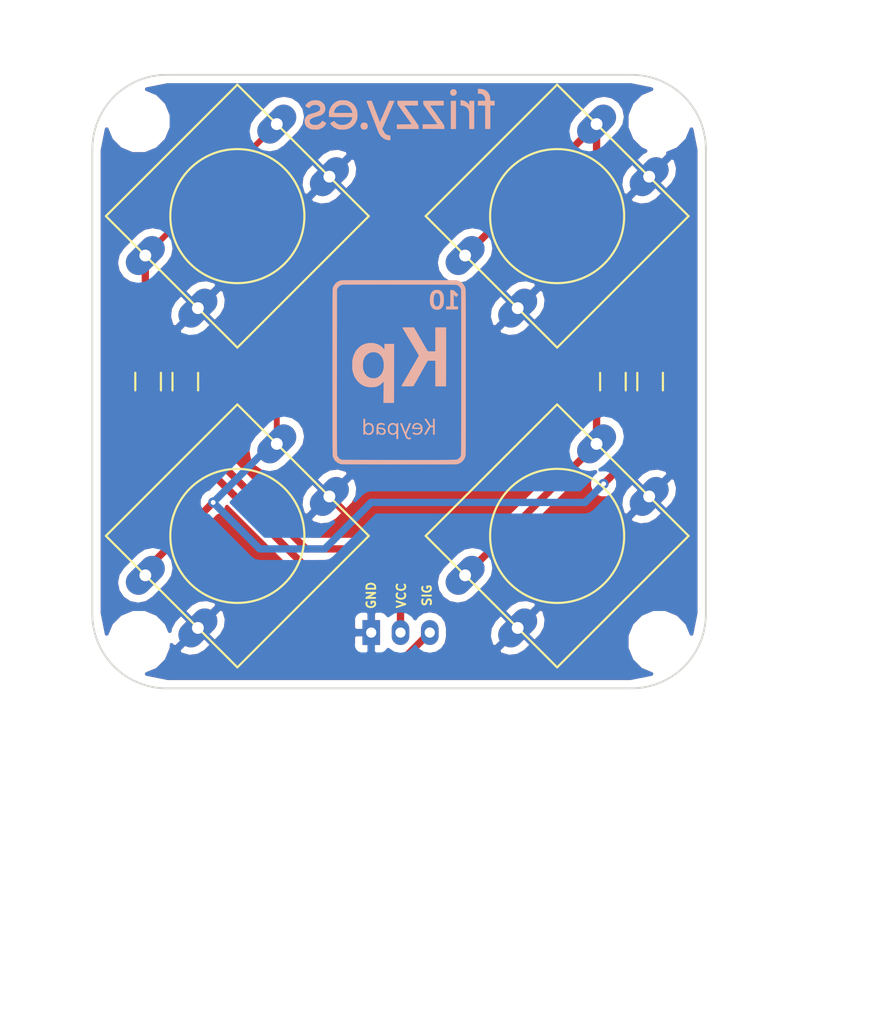
<source format=kicad_pcb>
(kicad_pcb (version 4) (host pcbnew 4.0.6-e0-6349~53~ubuntu16.04.1)

  (general
    (links 20)
    (no_connects 0)
    (area 133.286499 81.216499 175.323501 123.253501)
    (thickness 1.6)
    (drawings 18)
    (tracks 50)
    (zones 0)
    (modules 16)
    (nets 8)
  )

  (page A4)
  (layers
    (0 F.Cu signal)
    (31 B.Cu signal)
    (32 B.Adhes user)
    (33 F.Adhes user)
    (34 B.Paste user)
    (35 F.Paste user)
    (36 B.SilkS user)
    (37 F.SilkS user)
    (38 B.Mask user)
    (39 F.Mask user)
    (40 Dwgs.User user)
    (41 Cmts.User user)
    (42 Eco1.User user)
    (43 Eco2.User user)
    (44 Edge.Cuts user)
    (45 Margin user)
    (46 B.CrtYd user)
    (47 F.CrtYd user)
    (48 B.Fab user)
    (49 F.Fab user)
  )

  (setup
    (last_trace_width 0.254)
    (user_trace_width 0.1524)
    (user_trace_width 0.2)
    (user_trace_width 0.25)
    (user_trace_width 0.3)
    (user_trace_width 0.4)
    (user_trace_width 0.5)
    (user_trace_width 0.6)
    (user_trace_width 0.8)
    (trace_clearance 0.254)
    (zone_clearance 0.508)
    (zone_45_only no)
    (trace_min 0.1524)
    (segment_width 0.127)
    (edge_width 0.127)
    (via_size 0.6858)
    (via_drill 0.3302)
    (via_min_size 0.6858)
    (via_min_drill 0.3302)
    (uvia_size 0.508)
    (uvia_drill 0.127)
    (uvias_allowed no)
    (uvia_min_size 0.508)
    (uvia_min_drill 0.127)
    (pcb_text_width 0.127)
    (pcb_text_size 0.6 0.6)
    (mod_edge_width 0.127)
    (mod_text_size 0.6 0.6)
    (mod_text_width 0.127)
    (pad_size 1.524 1.524)
    (pad_drill 0.762)
    (pad_to_mask_clearance 0.05)
    (pad_to_paste_clearance -0.04)
    (aux_axis_origin 0 0)
    (visible_elements FFFEFF7F)
    (pcbplotparams
      (layerselection 0x3ffff_80000001)
      (usegerberextensions true)
      (usegerberattributes true)
      (excludeedgelayer true)
      (linewidth 0.127000)
      (plotframeref false)
      (viasonmask false)
      (mode 1)
      (useauxorigin false)
      (hpglpennumber 1)
      (hpglpenspeed 20)
      (hpglpendiameter 15)
      (hpglpenoverlay 2)
      (psnegative false)
      (psa4output false)
      (plotreference true)
      (plotvalue true)
      (plotinvisibletext false)
      (padsonsilk false)
      (subtractmaskfromsilk false)
      (outputformat 1)
      (mirror false)
      (drillshape 0)
      (scaleselection 1)
      (outputdirectory CAM/))
  )

  (net 0 "")
  (net 1 GND)
  (net 2 VCC)
  (net 3 "Net-(R2-Pad2)")
  (net 4 "Net-(R3-Pad2)")
  (net 5 "Net-(R4-Pad2)")
  (net 6 "Net-(P1-Pad3)")
  (net 7 "Net-(SW1-Pad1)")

  (net_class Default "Dit is de standaard class."
    (clearance 0.254)
    (trace_width 0.254)
    (via_dia 0.6858)
    (via_drill 0.3302)
    (uvia_dia 0.508)
    (uvia_drill 0.127)
    (add_net GND)
    (add_net "Net-(P1-Pad3)")
    (add_net "Net-(R2-Pad2)")
    (add_net "Net-(R3-Pad2)")
    (add_net "Net-(R4-Pad2)")
    (add_net "Net-(SW1-Pad1)")
    (add_net VCC)
  )

  (net_class 0.2mm ""
    (clearance 0.2)
    (trace_width 0.2)
    (via_dia 0.6858)
    (via_drill 0.3302)
    (uvia_dia 0.508)
    (uvia_drill 0.127)
  )

  (net_class Minimal ""
    (clearance 0.1524)
    (trace_width 0.1524)
    (via_dia 0.6858)
    (via_drill 0.3302)
    (uvia_dia 0.508)
    (uvia_drill 0.127)
  )

  (module Connectors_JST:JST_PH_S3B-PH-K_03x2.00mm_Angled (layer F.Cu) (tedit 58F36AEC) (tstamp 58F10E3F)
    (at 152.4 119.38)
    (descr http://www.jst-mfg.com/product/pdf/eng/ePH.pdf)
    (tags "connector jst ph")
    (path /58F10258)
    (fp_text reference P1 (at 0 -2.5) (layer F.SilkS) hide
      (effects (font (size 1 1) (thickness 0.15)))
    )
    (fp_text value CONN_01X03 (at 2 7.5) (layer F.Fab)
      (effects (font (size 1 1) (thickness 0.15)))
    )
    (fp_line (start 0.5 6.25) (end 0.5 2) (layer Dwgs.User) (width 0.15))
    (fp_line (start 0.5 2) (end 3.5 2) (layer Dwgs.User) (width 0.15))
    (fp_line (start 3.5 2) (end 3.5 6.25) (layer Dwgs.User) (width 0.15))
    (fp_line (start -0.9 0.25) (end -1.25 0.25) (layer Dwgs.User) (width 0.15))
    (fp_line (start -1.25 0.25) (end -1.25 -1.35) (layer Dwgs.User) (width 0.15))
    (fp_line (start -1.25 -1.35) (end -1.95 -1.35) (layer Dwgs.User) (width 0.15))
    (fp_line (start -1.95 -1.35) (end -1.95 6.25) (layer Dwgs.User) (width 0.15))
    (fp_line (start -1.95 6.25) (end 5.95 6.25) (layer Dwgs.User) (width 0.15))
    (fp_line (start 5.95 6.25) (end 5.95 -1.35) (layer Dwgs.User) (width 0.15))
    (fp_line (start 5.95 -1.35) (end 5.25 -1.35) (layer Dwgs.User) (width 0.15))
    (fp_line (start 5.25 -1.35) (end 5.25 0.25) (layer Dwgs.User) (width 0.15))
    (fp_line (start 5.25 0.25) (end 4.9 0.25) (layer Dwgs.User) (width 0.15))
    (fp_line (start 0 -1.2) (end -0.4 -1.6) (layer Dwgs.User) (width 0.15))
    (fp_line (start -0.4 -1.6) (end 0.4 -1.6) (layer Dwgs.User) (width 0.15))
    (fp_line (start 0.4 -1.6) (end 0 -1.2) (layer Dwgs.User) (width 0.15))
    (fp_line (start -1.95 0.25) (end -1.25 0.25) (layer Dwgs.User) (width 0.15))
    (fp_line (start 5.95 0.25) (end 5.25 0.25) (layer Dwgs.User) (width 0.15))
    (fp_line (start -1.3 2.5) (end -1.3 4.1) (layer Dwgs.User) (width 0.15))
    (fp_line (start -1.3 4.1) (end -0.3 4.1) (layer Dwgs.User) (width 0.15))
    (fp_line (start -0.3 4.1) (end -0.3 2.5) (layer Dwgs.User) (width 0.15))
    (fp_line (start -0.3 2.5) (end -1.3 2.5) (layer Dwgs.User) (width 0.15))
    (fp_line (start 5.3 2.5) (end 5.3 4.1) (layer Dwgs.User) (width 0.15))
    (fp_line (start 5.3 4.1) (end 4.3 4.1) (layer Dwgs.User) (width 0.15))
    (fp_line (start 4.3 4.1) (end 4.3 2.5) (layer Dwgs.User) (width 0.15))
    (fp_line (start 4.3 2.5) (end 5.3 2.5) (layer Dwgs.User) (width 0.15))
    (fp_line (start -0.3 4.1) (end -0.3 6.25) (layer Dwgs.User) (width 0.15))
    (fp_line (start -0.8 4.1) (end -0.8 6.25) (layer Dwgs.User) (width 0.15))
    (fp_line (start 0.9 0.25) (end 1.1 0.25) (layer Dwgs.User) (width 0.15))
    (fp_line (start 2.9 0.25) (end 3.1 0.25) (layer Dwgs.User) (width 0.15))
    (fp_line (start -2.45 6.75) (end -2.45 -1.85) (layer Dwgs.User) (width 0.05))
    (fp_line (start -2.45 -1.85) (end 6.45 -1.85) (layer Dwgs.User) (width 0.05))
    (fp_line (start 6.45 -1.85) (end 6.45 6.75) (layer Dwgs.User) (width 0.05))
    (fp_line (start 6.45 6.75) (end -2.45 6.75) (layer Dwgs.User) (width 0.05))
    (pad 1 thru_hole rect (at 0 0) (size 1.2 1.7) (drill 0.7) (layers *.Cu *.Mask)
      (net 1 GND))
    (pad 2 thru_hole oval (at 2 0) (size 1.2 1.7) (drill 0.7) (layers *.Cu *.Mask)
      (net 2 VCC))
    (pad 3 thru_hole oval (at 4 0) (size 1.2 1.7) (drill 0.7) (layers *.Cu *.Mask)
      (net 6 "Net-(P1-Pad3)"))
    (model ../../../../../home/david/Escritorio/hola/walter/conn_jst-ph/s3b-ph-kl.wrl
      (at (xyz 0.075 0 0))
      (scale (xyz 1 1 1))
      (rotate (xyz 0 0 0))
    )
  )

  (module Buttons_Switches_THT:SW_PUSH-12mm (layer F.Cu) (tedit 58F37133) (tstamp 58F10EB3)
    (at 165.1 112.776 45)
    (path /58F10161)
    (fp_text reference SW4 (at 0 -0.762 45) (layer F.SilkS) hide
      (effects (font (size 1 1) (thickness 0.15)))
    )
    (fp_text value SW_Push_Dual (at 0 1.016 45) (layer F.Fab)
      (effects (font (size 1 1) (thickness 0.15)))
    )
    (fp_circle (center 0 0) (end 3.81 2.54) (layer F.SilkS) (width 0.15))
    (fp_line (start -6.35 -6.35) (end 6.35 -6.35) (layer F.SilkS) (width 0.15))
    (fp_line (start 6.35 -6.35) (end 6.35 6.35) (layer F.SilkS) (width 0.15))
    (fp_line (start 6.35 6.35) (end -6.35 6.35) (layer F.SilkS) (width 0.15))
    (fp_line (start -6.35 6.35) (end -6.35 -6.35) (layer F.SilkS) (width 0.15))
    (pad 1 thru_hole oval (at 6.35 -2.54 45) (size 3.048 1.7272) (drill 0.8128) (layers *.Cu *.Mask)
      (net 5 "Net-(R4-Pad2)"))
    (pad 2 thru_hole oval (at 6.35 2.54 45) (size 3.048 1.7272) (drill 0.8128) (layers *.Cu *.Mask)
      (net 1 GND))
    (pad 1 thru_hole oval (at -6.35 -2.54 45) (size 3.048 1.7272) (drill 0.8128) (layers *.Cu *.Mask)
      (net 5 "Net-(R4-Pad2)"))
    (pad 2 thru_hole oval (at -6.35 2.54 45) (size 3.048 1.7272) (drill 0.8128) (layers *.Cu *.Mask)
      (net 1 GND))
    (model Buttons_Switches_ThroughHole.3dshapes/SW_PUSH-12mm.wrl
      (at (xyz 0 0 0))
      (scale (xyz 4 4 4))
      (rotate (xyz 0 0 0))
    )
  )

  (module Resistors_SMD:R_0805 (layer F.Cu) (tedit 58F346BF) (tstamp 58F10E4F)
    (at 139.7 102.235 270)
    (descr "Resistor SMD 0805, reflow soldering, Vishay (see dcrcw.pdf)")
    (tags "resistor 0805")
    (path /58F10793)
    (attr smd)
    (fp_text reference R1 (at 0 -2.1 270) (layer F.SilkS) hide
      (effects (font (size 1 1) (thickness 0.15)))
    )
    (fp_text value 2K (at 0 2.1 270) (layer F.Fab) hide
      (effects (font (size 1 1) (thickness 0.15)))
    )
    (fp_line (start -1 0.625) (end -1 -0.625) (layer F.Fab) (width 0.1))
    (fp_line (start 1 0.625) (end -1 0.625) (layer F.Fab) (width 0.1))
    (fp_line (start 1 -0.625) (end 1 0.625) (layer F.Fab) (width 0.1))
    (fp_line (start -1 -0.625) (end 1 -0.625) (layer F.Fab) (width 0.1))
    (fp_line (start -1.6 -1) (end 1.6 -1) (layer F.CrtYd) (width 0.05))
    (fp_line (start -1.6 1) (end 1.6 1) (layer F.CrtYd) (width 0.05))
    (fp_line (start -1.6 -1) (end -1.6 1) (layer F.CrtYd) (width 0.05))
    (fp_line (start 1.6 -1) (end 1.6 1) (layer F.CrtYd) (width 0.05))
    (fp_line (start 0.6 0.875) (end -0.6 0.875) (layer F.SilkS) (width 0.15))
    (fp_line (start -0.6 -0.875) (end 0.6 -0.875) (layer F.SilkS) (width 0.15))
    (pad 1 smd rect (at -0.95 0 270) (size 0.7 1.3) (layers F.Cu F.Paste F.Mask)
      (net 2 VCC))
    (pad 2 smd rect (at 0.95 0 270) (size 0.7 1.3) (layers F.Cu F.Paste F.Mask)
      (net 6 "Net-(P1-Pad3)"))
    (model Resistors_SMD.3dshapes/R_0805.wrl
      (at (xyz 0 0 0))
      (scale (xyz 1 1 1))
      (rotate (xyz 0 0 0))
    )
  )

  (module Resistors_SMD:R_0805 (layer F.Cu) (tedit 58F346C3) (tstamp 58F10E5F)
    (at 137.16 102.235 90)
    (descr "Resistor SMD 0805, reflow soldering, Vishay (see dcrcw.pdf)")
    (tags "resistor 0805")
    (path /58F101B7)
    (attr smd)
    (fp_text reference R2 (at 0 -2.1 90) (layer F.SilkS) hide
      (effects (font (size 1 1) (thickness 0.15)))
    )
    (fp_text value 330R (at 0 2.1 90) (layer F.Fab) hide
      (effects (font (size 1 1) (thickness 0.15)))
    )
    (fp_line (start -1 0.625) (end -1 -0.625) (layer F.Fab) (width 0.1))
    (fp_line (start 1 0.625) (end -1 0.625) (layer F.Fab) (width 0.1))
    (fp_line (start 1 -0.625) (end 1 0.625) (layer F.Fab) (width 0.1))
    (fp_line (start -1 -0.625) (end 1 -0.625) (layer F.Fab) (width 0.1))
    (fp_line (start -1.6 -1) (end 1.6 -1) (layer F.CrtYd) (width 0.05))
    (fp_line (start -1.6 1) (end 1.6 1) (layer F.CrtYd) (width 0.05))
    (fp_line (start -1.6 -1) (end -1.6 1) (layer F.CrtYd) (width 0.05))
    (fp_line (start 1.6 -1) (end 1.6 1) (layer F.CrtYd) (width 0.05))
    (fp_line (start 0.6 0.875) (end -0.6 0.875) (layer F.SilkS) (width 0.15))
    (fp_line (start -0.6 -0.875) (end 0.6 -0.875) (layer F.SilkS) (width 0.15))
    (pad 1 smd rect (at -0.95 0 90) (size 0.7 1.3) (layers F.Cu F.Paste F.Mask)
      (net 6 "Net-(P1-Pad3)"))
    (pad 2 smd rect (at 0.95 0 90) (size 0.7 1.3) (layers F.Cu F.Paste F.Mask)
      (net 3 "Net-(R2-Pad2)"))
    (model Resistors_SMD.3dshapes/R_0805.wrl
      (at (xyz 0 0 0))
      (scale (xyz 1 1 1))
      (rotate (xyz 0 0 0))
    )
  )

  (module Resistors_SMD:R_0805 (layer F.Cu) (tedit 58F346B1) (tstamp 58F10E6F)
    (at 171.45 102.235 90)
    (descr "Resistor SMD 0805, reflow soldering, Vishay (see dcrcw.pdf)")
    (tags "resistor 0805")
    (path /58F106D8)
    (attr smd)
    (fp_text reference R3 (at 0 -2.1 90) (layer F.SilkS) hide
      (effects (font (size 1 1) (thickness 0.15)))
    )
    (fp_text value 620R (at 0 2.1 90) (layer F.Fab) hide
      (effects (font (size 1 1) (thickness 0.15)))
    )
    (fp_line (start -1 0.625) (end -1 -0.625) (layer F.Fab) (width 0.1))
    (fp_line (start 1 0.625) (end -1 0.625) (layer F.Fab) (width 0.1))
    (fp_line (start 1 -0.625) (end 1 0.625) (layer F.Fab) (width 0.1))
    (fp_line (start -1 -0.625) (end 1 -0.625) (layer F.Fab) (width 0.1))
    (fp_line (start -1.6 -1) (end 1.6 -1) (layer F.CrtYd) (width 0.05))
    (fp_line (start -1.6 1) (end 1.6 1) (layer F.CrtYd) (width 0.05))
    (fp_line (start -1.6 -1) (end -1.6 1) (layer F.CrtYd) (width 0.05))
    (fp_line (start 1.6 -1) (end 1.6 1) (layer F.CrtYd) (width 0.05))
    (fp_line (start 0.6 0.875) (end -0.6 0.875) (layer F.SilkS) (width 0.15))
    (fp_line (start -0.6 -0.875) (end 0.6 -0.875) (layer F.SilkS) (width 0.15))
    (pad 1 smd rect (at -0.95 0 90) (size 0.7 1.3) (layers F.Cu F.Paste F.Mask)
      (net 3 "Net-(R2-Pad2)"))
    (pad 2 smd rect (at 0.95 0 90) (size 0.7 1.3) (layers F.Cu F.Paste F.Mask)
      (net 4 "Net-(R3-Pad2)"))
    (model Resistors_SMD.3dshapes/R_0805.wrl
      (at (xyz 0 0 0))
      (scale (xyz 1 1 1))
      (rotate (xyz 0 0 0))
    )
  )

  (module Resistors_SMD:R_0805 (layer F.Cu) (tedit 58F346AA) (tstamp 58F10E7F)
    (at 168.91 102.235 270)
    (descr "Resistor SMD 0805, reflow soldering, Vishay (see dcrcw.pdf)")
    (tags "resistor 0805")
    (path /58F10719)
    (attr smd)
    (fp_text reference R4 (at 0 -2.1 270) (layer F.SilkS) hide
      (effects (font (size 1 1) (thickness 0.15)))
    )
    (fp_text value 1K (at 0 2.1 270) (layer F.Fab) hide
      (effects (font (size 1 1) (thickness 0.15)))
    )
    (fp_line (start -1 0.625) (end -1 -0.625) (layer F.Fab) (width 0.1))
    (fp_line (start 1 0.625) (end -1 0.625) (layer F.Fab) (width 0.1))
    (fp_line (start 1 -0.625) (end 1 0.625) (layer F.Fab) (width 0.1))
    (fp_line (start -1 -0.625) (end 1 -0.625) (layer F.Fab) (width 0.1))
    (fp_line (start -1.6 -1) (end 1.6 -1) (layer F.CrtYd) (width 0.05))
    (fp_line (start -1.6 1) (end 1.6 1) (layer F.CrtYd) (width 0.05))
    (fp_line (start -1.6 -1) (end -1.6 1) (layer F.CrtYd) (width 0.05))
    (fp_line (start 1.6 -1) (end 1.6 1) (layer F.CrtYd) (width 0.05))
    (fp_line (start 0.6 0.875) (end -0.6 0.875) (layer F.SilkS) (width 0.15))
    (fp_line (start -0.6 -0.875) (end 0.6 -0.875) (layer F.SilkS) (width 0.15))
    (pad 1 smd rect (at -0.95 0 270) (size 0.7 1.3) (layers F.Cu F.Paste F.Mask)
      (net 4 "Net-(R3-Pad2)"))
    (pad 2 smd rect (at 0.95 0 270) (size 0.7 1.3) (layers F.Cu F.Paste F.Mask)
      (net 5 "Net-(R4-Pad2)"))
    (model Resistors_SMD.3dshapes/R_0805.wrl
      (at (xyz 0 0 0))
      (scale (xyz 1 1 1))
      (rotate (xyz 0 0 0))
    )
  )

  (module Buttons_Switches_THT:SW_PUSH-12mm (layer F.Cu) (tedit 58F3713B) (tstamp 58F10E8C)
    (at 143.256 90.932 45)
    (path /58F100A6)
    (autoplace_cost90 5)
    (fp_text reference SW1 (at 0 -0.762 45) (layer F.SilkS) hide
      (effects (font (size 1 1) (thickness 0.15)))
    )
    (fp_text value SW_Push_Dual (at 0 1.016 45) (layer F.Fab)
      (effects (font (size 1 1) (thickness 0.15)))
    )
    (fp_circle (center 0 0) (end 3.81 2.54) (layer F.SilkS) (width 0.15))
    (fp_line (start -6.35 -6.35) (end 6.35 -6.35) (layer F.SilkS) (width 0.15))
    (fp_line (start 6.35 -6.35) (end 6.35 6.35) (layer F.SilkS) (width 0.15))
    (fp_line (start 6.35 6.35) (end -6.35 6.35) (layer F.SilkS) (width 0.15))
    (fp_line (start -6.35 6.35) (end -6.35 -6.35) (layer F.SilkS) (width 0.15))
    (pad 1 thru_hole oval (at 6.35 -2.54 45) (size 3.048 1.7272) (drill 0.8128) (layers *.Cu *.Mask)
      (net 7 "Net-(SW1-Pad1)"))
    (pad 2 thru_hole oval (at 6.35 2.54 45) (size 3.048 1.7272) (drill 0.8128) (layers *.Cu *.Mask)
      (net 1 GND))
    (pad 1 thru_hole oval (at -6.35 -2.54 45) (size 3.048 1.7272) (drill 0.8128) (layers *.Cu *.Mask)
      (net 7 "Net-(SW1-Pad1)"))
    (pad 2 thru_hole oval (at -6.35 2.54 45) (size 3.048 1.7272) (drill 0.8128) (layers *.Cu *.Mask)
      (net 1 GND))
    (model Buttons_Switches_ThroughHole.3dshapes/SW_PUSH-12mm.wrl
      (at (xyz 0 0 0))
      (scale (xyz 4 4 4))
      (rotate (xyz 0 0 0))
    )
  )

  (module Buttons_Switches_THT:SW_PUSH-12mm (layer F.Cu) (tedit 58F3713F) (tstamp 58F10E99)
    (at 143.256 112.776 45)
    (path /58F100F8)
    (fp_text reference SW2 (at 0 -0.762 45) (layer F.SilkS) hide
      (effects (font (size 1 1) (thickness 0.15)))
    )
    (fp_text value SW_Push_Dual (at 0 1.016 45) (layer F.Fab)
      (effects (font (size 1 1) (thickness 0.15)))
    )
    (fp_circle (center 0 0) (end 3.81 2.54) (layer F.SilkS) (width 0.15))
    (fp_line (start -6.35 -6.35) (end 6.35 -6.35) (layer F.SilkS) (width 0.15))
    (fp_line (start 6.35 -6.35) (end 6.35 6.35) (layer F.SilkS) (width 0.15))
    (fp_line (start 6.35 6.35) (end -6.35 6.35) (layer F.SilkS) (width 0.15))
    (fp_line (start -6.35 6.35) (end -6.35 -6.35) (layer F.SilkS) (width 0.15))
    (pad 1 thru_hole oval (at 6.35 -2.54 45) (size 3.048 1.7272) (drill 0.8128) (layers *.Cu *.Mask)
      (net 3 "Net-(R2-Pad2)"))
    (pad 2 thru_hole oval (at 6.35 2.54 45) (size 3.048 1.7272) (drill 0.8128) (layers *.Cu *.Mask)
      (net 1 GND))
    (pad 1 thru_hole oval (at -6.35 -2.54 45) (size 3.048 1.7272) (drill 0.8128) (layers *.Cu *.Mask)
      (net 3 "Net-(R2-Pad2)"))
    (pad 2 thru_hole oval (at -6.35 2.54 45) (size 3.048 1.7272) (drill 0.8128) (layers *.Cu *.Mask)
      (net 1 GND))
    (model Buttons_Switches_ThroughHole.3dshapes/SW_PUSH-12mm.wrl
      (at (xyz 0 0 0))
      (scale (xyz 4 4 4))
      (rotate (xyz 0 0 0))
    )
  )

  (module Buttons_Switches_THT:SW_PUSH-12mm (layer F.Cu) (tedit 58F37137) (tstamp 58F10EA6)
    (at 165.1 90.932 45)
    (path /58F1012A)
    (fp_text reference SW3 (at 0 -0.762 45) (layer F.SilkS) hide
      (effects (font (size 1 1) (thickness 0.15)))
    )
    (fp_text value SW_Push_Dual (at 0 1.016 45) (layer F.Fab)
      (effects (font (size 1 1) (thickness 0.15)))
    )
    (fp_circle (center 0 0) (end 3.81 2.54) (layer F.SilkS) (width 0.15))
    (fp_line (start -6.35 -6.35) (end 6.35 -6.35) (layer F.SilkS) (width 0.15))
    (fp_line (start 6.35 -6.35) (end 6.35 6.35) (layer F.SilkS) (width 0.15))
    (fp_line (start 6.35 6.35) (end -6.35 6.35) (layer F.SilkS) (width 0.15))
    (fp_line (start -6.35 6.35) (end -6.35 -6.35) (layer F.SilkS) (width 0.15))
    (pad 1 thru_hole oval (at 6.35 -2.54 45) (size 3.048 1.7272) (drill 0.8128) (layers *.Cu *.Mask)
      (net 4 "Net-(R3-Pad2)"))
    (pad 2 thru_hole oval (at 6.35 2.54 45) (size 3.048 1.7272) (drill 0.8128) (layers *.Cu *.Mask)
      (net 1 GND))
    (pad 1 thru_hole oval (at -6.35 -2.54 45) (size 3.048 1.7272) (drill 0.8128) (layers *.Cu *.Mask)
      (net 4 "Net-(R3-Pad2)"))
    (pad 2 thru_hole oval (at -6.35 2.54 45) (size 3.048 1.7272) (drill 0.8128) (layers *.Cu *.Mask)
      (net 1 GND))
    (model Buttons_Switches_ThroughHole.3dshapes/SW_PUSH-12mm.wrl
      (at (xyz 0 0 0))
      (scale (xyz 4 4 4))
      (rotate (xyz 0 0 0))
    )
  )

  (module logos_frizzy:logo_glance (layer F.Cu) (tedit 0) (tstamp 58F34C4E)
    (at 154.305 102.235)
    (fp_text reference G*** (at 0 0) (layer F.SilkS) hide
      (effects (font (thickness 0.3)))
    )
    (fp_text value LOGO (at 0.75 0) (layer F.SilkS) hide
      (effects (font (thickness 0.3)))
    )
    (fp_poly (pts (xy 0.182475 -7.173959) (xy 0.337972 -7.138965) (xy 0.483291 -7.078361) (xy 0.596299 -7.010796)
      (xy 0.619319 -6.993153) (xy 0.654465 -6.962932) (xy 0.702517 -6.919365) (xy 0.764252 -6.861688)
      (xy 0.840451 -6.789136) (xy 0.931891 -6.700943) (xy 1.03935 -6.596345) (xy 1.163609 -6.474576)
      (xy 1.305444 -6.334871) (xy 1.465636 -6.176465) (xy 1.644962 -5.998593) (xy 1.844202 -5.800489)
      (xy 2.064133 -5.581388) (xy 2.305535 -5.340526) (xy 2.569186 -5.077137) (xy 2.855865 -4.790455)
      (xy 2.861716 -4.784601) (xy 5.003766 -2.641584) (xy 1.156882 1.2053) (xy 1.039874 1.16829)
      (xy 0.917633 1.139893) (xy 0.776057 1.123628) (xy 0.627625 1.12001) (xy 0.484813 1.129553)
      (xy 0.405523 1.142112) (xy 0.202942 1.199622) (xy 0.013835 1.286263) (xy -0.158612 1.399585)
      (xy -0.311212 1.537142) (xy -0.440779 1.696484) (xy -0.541572 1.869822) (xy -0.601245 2.003772)
      (xy -0.642359 2.123078) (xy -0.667639 2.239435) (xy -0.679812 2.364541) (xy -0.681976 2.472267)
      (xy -0.66512 2.687015) (xy -0.617342 2.890666) (xy -0.540442 3.080867) (xy -0.436217 3.255264)
      (xy -0.306465 3.411503) (xy -0.152983 3.54723) (xy 0.022429 3.660092) (xy 0.217975 3.747735)
      (xy 0.316667 3.779644) (xy 0.422329 3.801512) (xy 0.54841 3.814672) (xy 0.683502 3.818999)
      (xy 0.816195 3.814371) (xy 0.935082 3.800667) (xy 0.999067 3.786964) (xy 1.202239 3.714909)
      (xy 1.389205 3.614185) (xy 1.557555 3.487052) (xy 1.704879 3.33577) (xy 1.828768 3.1626)
      (xy 1.926813 2.969801) (xy 1.958449 2.887134) (xy 1.976162 2.834245) (xy 1.988799 2.788404)
      (xy 1.99721 2.742134) (xy 2.002246 2.68796) (xy 2.004757 2.618404) (xy 2.005595 2.525991)
      (xy 2.005652 2.472267) (xy 2.005108 2.363214) (xy 2.003037 2.280862) (xy 1.998755 2.218058)
      (xy 1.991575 2.167648) (xy 1.980811 2.122475) (xy 1.968314 2.0828) (xy 1.930998 1.972734)
      (xy 3.852948 0.0508) (xy 5.774897 -1.871133) (xy 6.379983 -1.261533) (xy 6.54316 -1.096392)
      (xy 6.682355 -0.953897) (xy 6.798172 -0.833401) (xy 6.891216 -0.73426) (xy 6.962092 -0.655829)
      (xy 7.011404 -0.597463) (xy 7.039756 -0.558516) (xy 7.041266 -0.555999) (xy 7.124987 -0.381106)
      (xy 7.175973 -0.199708) (xy 7.194141 -0.014293) (xy 7.179405 0.172651) (xy 7.131683 0.358637)
      (xy 7.076603 0.491067) (xy 7.006696 0.635) (xy 0.635 7.006696) (xy 0.491067 7.076587)
      (xy 0.308333 7.148075) (xy 0.122424 7.187337) (xy -0.063618 7.19397) (xy -0.2286 7.171723)
      (xy -0.394077 7.119507) (xy -0.555679 7.037516) (xy -0.63281 6.986273) (xy -0.655587 6.966513)
      (xy -0.700999 6.924018) (xy -0.767776 6.860039) (xy -0.854649 6.775833) (xy -0.960349 6.672652)
      (xy -1.083605 6.551751) (xy -1.223149 6.414384) (xy -1.37771 6.261805) (xy -1.54602 6.095267)
      (xy -1.726809 5.916025) (xy -1.918807 5.725333) (xy -2.120745 5.524445) (xy -2.331354 5.314614)
      (xy -2.549363 5.097095) (xy -2.773504 4.873142) (xy -2.891367 4.755252) (xy -5.046135 2.599215)
      (xy -3.042387 0.59552) (xy -1.038639 -1.408174) (xy -0.913019 -1.36872) (xy -0.856127 -1.352365)
      (xy -0.8022 -1.341166) (xy -0.742596 -1.334202) (xy -0.668672 -1.330557) (xy -0.571786 -1.329311)
      (xy -0.541867 -1.329266) (xy -0.437614 -1.330041) (xy -0.358519 -1.33298) (xy -0.295895 -1.339009)
      (xy -0.241054 -1.349054) (xy -0.185311 -1.36404) (xy -0.169333 -1.368942) (xy 0.032305 -1.448309)
      (xy 0.213894 -1.552611) (xy 0.374055 -1.679092) (xy 0.511409 -1.824999) (xy 0.624579 -1.987576)
      (xy 0.712186 -2.164067) (xy 0.772851 -2.351718) (xy 0.805197 -2.547774) (xy 0.807846 -2.74948)
      (xy 0.779418 -2.95408) (xy 0.721789 -3.150185) (xy 0.635994 -3.333175) (xy 0.52208 -3.502311)
      (xy 0.384061 -3.653707) (xy 0.225951 -3.78348) (xy 0.051761 -3.887745) (xy -0.109175 -3.954496)
      (xy -0.315188 -4.006049) (xy -0.521914 -4.025085) (xy -0.726129 -4.012726) (xy -0.924611 -3.970091)
      (xy -1.114138 -3.898302) (xy -1.291487 -3.79848) (xy -1.453434 -3.671745) (xy -1.596758 -3.519217)
      (xy -1.676721 -3.409348) (xy -1.775757 -3.228239) (xy -1.845688 -3.03379) (xy -1.885758 -2.830941)
      (xy -1.89521 -2.624635) (xy -1.873288 -2.419813) (xy -1.845978 -2.303919) (xy -1.809948 -2.177905)
      (xy -3.813213 -0.174586) (xy -5.816478 1.828732) (xy -6.372078 1.2742) (xy -6.520849 1.125199)
      (xy -6.647334 0.997092) (xy -6.753646 0.887287) (xy -6.841901 0.793191) (xy -6.914213 0.712214)
      (xy -6.972697 0.641764) (xy -7.019466 0.579249) (xy -7.056636 0.522077) (xy -7.086321 0.467657)
      (xy -7.110636 0.413398) (xy -7.131695 0.356707) (xy -7.139334 0.333832) (xy -7.161555 0.25902)
      (xy -7.17545 0.191538) (xy -7.182871 0.118412) (xy -7.185673 0.026668) (xy -7.185822 0.008467)
      (xy -7.182809 -0.112698) (xy -7.170253 -0.216162) (xy -7.145305 -0.313535) (xy -7.105119 -0.416428)
      (xy -7.057071 -0.516467) (xy -7.049659 -0.530733) (xy -7.041497 -0.545261) (xy -7.031719 -0.560939)
      (xy -7.019453 -0.578653) (xy -7.003832 -0.59929) (xy -6.983987 -0.623736) (xy -6.95905 -0.652877)
      (xy -6.92815 -0.687602) (xy -6.89042 -0.728796) (xy -6.844991 -0.777345) (xy -6.790995 -0.834137)
      (xy -6.727561 -0.900059) (xy -6.653822 -0.975996) (xy -6.568908 -1.062836) (xy -6.471952 -1.161466)
      (xy -6.362084 -1.272771) (xy -6.238435 -1.397639) (xy -6.100137 -1.536956) (xy -5.946321 -1.691609)
      (xy -5.776118 -1.862485) (xy -5.588659 -2.05047) (xy -5.383076 -2.256451) (xy -5.1585 -2.481315)
      (xy -4.914061 -2.725948) (xy -4.648892 -2.991236) (xy -4.362124 -3.278068) (xy -4.052887 -3.587329)
      (xy -3.820109 -3.820109) (xy -3.494448 -4.145764) (xy -3.191843 -4.448335) (xy -2.911408 -4.728692)
      (xy -2.652256 -4.987705) (xy -2.4135 -5.22624) (xy -2.194255 -5.445168) (xy -1.993632 -5.645357)
      (xy -1.810746 -5.827676) (xy -1.64471 -5.992993) (xy -1.494636 -6.142178) (xy -1.35964 -6.276099)
      (xy -1.238833 -6.395625) (xy -1.131329 -6.501625) (xy -1.036241 -6.594967) (xy -0.952684 -6.67652)
      (xy -0.879769 -6.747153) (xy -0.816611 -6.807735) (xy -0.762323 -6.859135) (xy -0.716018 -6.90222)
      (xy -0.67681 -6.937861) (xy -0.643811 -6.966926) (xy -0.616135 -6.990283) (xy -0.592896 -7.008802)
      (xy -0.573206 -7.023351) (xy -0.55618 -7.034799) (xy -0.54093 -7.044015) (xy -0.52657 -7.051867)
      (xy -0.516467 -7.057071) (xy -0.399825 -7.112385) (xy -0.298533 -7.150049) (xy -0.20098 -7.172912)
      (xy -0.095555 -7.183819) (xy 0.008467 -7.185822) (xy 0.182475 -7.173959)) (layer F.Mask) (width 0.01))
    (fp_poly (pts (xy 0.767111 1.94418) (xy 0.8685 1.972376) (xy 0.882839 1.978896) (xy 1.000841 2.052806)
      (xy 1.093682 2.146941) (xy 1.146201 2.231403) (xy 1.170862 2.286667) (xy 1.185239 2.336319)
      (xy 1.191894 2.393431) (xy 1.193386 2.471072) (xy 1.193383 2.472267) (xy 1.191116 2.553441)
      (xy 1.183357 2.613324) (xy 1.167838 2.664335) (xy 1.151764 2.700152) (xy 1.079216 2.811523)
      (xy 0.984594 2.899758) (xy 0.872603 2.962452) (xy 0.747949 2.997201) (xy 0.61534 3.0016)
      (xy 0.572365 2.996265) (xy 0.473178 2.967078) (xy 0.373547 2.915506) (xy 0.287733 2.849556)
      (xy 0.26076 2.821283) (xy 0.189565 2.71362) (xy 0.148978 2.592293) (xy 0.138663 2.456243)
      (xy 0.139471 2.4384) (xy 0.16266 2.303198) (xy 0.214933 2.184649) (xy 0.295051 2.084632)
      (xy 0.401776 2.005026) (xy 0.437548 1.986016) (xy 0.539597 1.951192) (xy 0.653464 1.937182)
      (xy 0.767111 1.94418)) (layer F.Mask) (width 0.01))
    (fp_poly (pts (xy -0.379364 -3.178639) (xy -0.320149 -3.155993) (xy -0.210505 -3.089729) (xy -0.123671 -3.002686)
      (xy -0.060576 -2.899933) (xy -0.022147 -2.786539) (xy -0.009313 -2.667573) (xy -0.023002 -2.548103)
      (xy -0.064141 -2.433199) (xy -0.133659 -2.327929) (xy -0.162777 -2.296377) (xy -0.260749 -2.220034)
      (xy -0.374103 -2.167715) (xy -0.495197 -2.141282) (xy -0.61639 -2.142595) (xy -0.706123 -2.164094)
      (xy -0.834194 -2.22523) (xy -0.935751 -2.30712) (xy -1.010038 -2.408714) (xy -1.056298 -2.52896)
      (xy -1.073778 -2.666807) (xy -1.073895 -2.675564) (xy -1.071933 -2.752171) (xy -1.062565 -2.810808)
      (xy -1.042555 -2.867116) (xy -1.027624 -2.899128) (xy -0.955459 -3.010742) (xy -0.862426 -3.09871)
      (xy -0.753413 -3.161258) (xy -0.633307 -3.196612) (xy -0.506995 -3.202997) (xy -0.379364 -3.178639)) (layer F.Mask) (width 0.01))
  )

  (module logos_frizzy:logo_KeyPad (layer B.Cu) (tedit 0) (tstamp 58F5B243)
    (at 154.305 101.6 180)
    (fp_text reference G*** (at 0 0 180) (layer B.SilkS) hide
      (effects (font (thickness 0.3)) (justify mirror))
    )
    (fp_text value LOGO (at 0.75 0 180) (layer B.SilkS) hide
      (effects (font (thickness 0.3)) (justify mirror))
    )
    (fp_poly (pts (xy 1.194699 6.29261) (xy 1.521786 6.292564) (xy 1.82191 6.29247) (xy 2.096266 6.292319)
      (xy 2.346052 6.292102) (xy 2.572463 6.291812) (xy 2.776696 6.291438) (xy 2.959948 6.290973)
      (xy 3.123415 6.290407) (xy 3.268293 6.289732) (xy 3.39578 6.288938) (xy 3.507072 6.288018)
      (xy 3.603364 6.286962) (xy 3.685855 6.285762) (xy 3.75574 6.284409) (xy 3.814215 6.282893)
      (xy 3.862478 6.281207) (xy 3.901725 6.279342) (xy 3.933152 6.277288) (xy 3.957956 6.275037)
      (xy 3.977333 6.27258) (xy 3.99248 6.269908) (xy 4.004593 6.267013) (xy 4.01487 6.263886)
      (xy 4.016375 6.26338) (xy 4.074489 6.241364) (xy 4.12786 6.217395) (xy 4.151312 6.204754)
      (xy 4.19382 6.180234) (xy 4.230131 6.16139) (xy 4.230687 6.161133) (xy 4.266364 6.136595)
      (xy 4.311751 6.09442) (xy 4.360281 6.042166) (xy 4.405384 5.987391) (xy 4.440492 5.937651)
      (xy 4.459036 5.900504) (xy 4.459771 5.897563) (xy 4.472282 5.874109) (xy 4.488279 5.853907)
      (xy 4.50299 5.83293) (xy 4.501079 5.826125) (xy 4.498815 5.816516) (xy 4.506723 5.804453)
      (xy 4.520409 5.775955) (xy 4.533086 5.730594) (xy 4.536448 5.713172) (xy 4.537461 5.691417)
      (xy 4.538426 5.639359) (xy 4.539344 5.558378) (xy 4.540215 5.449852) (xy 4.541038 5.31516)
      (xy 4.541815 5.155683) (xy 4.542546 4.972798) (xy 4.543229 4.767886) (xy 4.543866 4.542325)
      (xy 4.544456 4.297495) (xy 4.545001 4.034775) (xy 4.545498 3.755543) (xy 4.54595 3.46118)
      (xy 4.546355 3.153064) (xy 4.546715 2.832574) (xy 4.547029 2.50109) (xy 4.547297 2.159991)
      (xy 4.547519 1.810656) (xy 4.547696 1.454465) (xy 4.547827 1.092795) (xy 4.547913 0.727028)
      (xy 4.547953 0.358541) (xy 4.547948 -0.011286) (xy 4.547899 -0.381074) (xy 4.547804 -0.749443)
      (xy 4.547665 -1.115015) (xy 4.54748 -1.476411) (xy 4.547251 -1.83225) (xy 4.546978 -2.181154)
      (xy 4.54666 -2.521744) (xy 4.546297 -2.852641) (xy 4.545891 -3.172465) (xy 4.54544 -3.479837)
      (xy 4.544945 -3.773378) (xy 4.544406 -4.051709) (xy 4.543823 -4.313451) (xy 4.543197 -4.557224)
      (xy 4.542527 -4.781649) (xy 4.541813 -4.985348) (xy 4.541056 -5.16694) (xy 4.540255 -5.325048)
      (xy 4.539412 -5.45829) (xy 4.538525 -5.565289) (xy 4.537595 -5.644666) (xy 4.536622 -5.69504)
      (xy 4.535614 -5.715) (xy 4.515829 -5.777347) (xy 4.484285 -5.850803) (xy 4.446802 -5.923605)
      (xy 4.409204 -5.983989) (xy 4.390997 -6.007187) (xy 4.364489 -6.039985) (xy 4.350431 -6.06353)
      (xy 4.34975 -6.066719) (xy 4.33749 -6.079634) (xy 4.333014 -6.080125) (xy 4.312014 -6.090186)
      (xy 4.27914 -6.115462) (xy 4.265545 -6.127676) (xy 4.230592 -6.156893) (xy 4.203159 -6.173706)
      (xy 4.196912 -6.175301) (xy 4.172745 -6.186404) (xy 4.158931 -6.199571) (xy 4.139075 -6.215747)
      (xy 4.130494 -6.215411) (xy 4.114064 -6.218239) (xy 4.093069 -6.233363) (xy 4.071465 -6.248808)
      (xy 4.064 -6.247329) (xy 4.054441 -6.244534) (xy 4.044156 -6.251071) (xy 4.017054 -6.263352)
      (xy 3.972366 -6.275215) (xy 3.952875 -6.278863) (xy 3.930278 -6.280006) (xy 3.877799 -6.281106)
      (xy 3.797096 -6.282162) (xy 3.689827 -6.283173) (xy 3.557653 -6.284139) (xy 3.40223 -6.285058)
      (xy 3.225219 -6.285929) (xy 3.028278 -6.286751) (xy 2.813065 -6.287523) (xy 2.58124 -6.288245)
      (xy 2.334462 -6.288915) (xy 2.074389 -6.289532) (xy 1.80268 -6.290095) (xy 1.520994 -6.290604)
      (xy 1.230989 -6.291057) (xy 0.934326 -6.291453) (xy 0.632661 -6.291791) (xy 0.327654 -6.29207)
      (xy 0.020965 -6.29229) (xy -0.285749 -6.292449) (xy -0.590828 -6.292546) (xy -0.892614 -6.292581)
      (xy -1.189447 -6.292551) (xy -1.47967 -6.292457) (xy -1.761623 -6.292297) (xy -2.033647 -6.292071)
      (xy -2.294084 -6.291776) (xy -2.541274 -6.291413) (xy -2.773559 -6.29098) (xy -2.989281 -6.290477)
      (xy -3.18678 -6.289901) (xy -3.364397 -6.289253) (xy -3.520474 -6.288531) (xy -3.653352 -6.287734)
      (xy -3.761372 -6.286862) (xy -3.842875 -6.285913) (xy -3.896202 -6.284886) (xy -3.919696 -6.28378)
      (xy -3.920559 -6.283602) (xy -3.958756 -6.273264) (xy -3.995084 -6.266825) (xy -4.042865 -6.254727)
      (xy -4.100003 -6.232309) (xy -4.154849 -6.20501) (xy -4.195757 -6.178269) (xy -4.206223 -6.168223)
      (xy -4.231604 -6.147707) (xy -4.245202 -6.143625) (xy -4.267303 -6.131926) (xy -4.302371 -6.101024)
      (xy -4.344451 -6.057208) (xy -4.387586 -6.006769) (xy -4.425818 -5.955995) (xy -4.433123 -5.945187)
      (xy -4.458869 -5.902011) (xy -4.483503 -5.854177) (xy -4.502234 -5.811779) (xy -4.510273 -5.784909)
      (xy -4.510243 -5.782689) (xy -4.514713 -5.766906) (xy -4.526551 -5.73153) (xy -4.532892 -5.713359)
      (xy -4.534978 -5.704463) (xy -4.536937 -5.689334) (xy -4.538773 -5.667029) (xy -4.540491 -5.636605)
      (xy -4.542093 -5.597119) (xy -4.543584 -5.547626) (xy -4.544968 -5.487184) (xy -4.546248 -5.414849)
      (xy -4.547428 -5.329678) (xy -4.548511 -5.230728) (xy -4.549503 -5.117055) (xy -4.550406 -4.987716)
      (xy -4.551224 -4.841768) (xy -4.551961 -4.678267) (xy -4.552621 -4.496269) (xy -4.553208 -4.294833)
      (xy -4.553725 -4.073013) (xy -4.554176 -3.829868) (xy -4.554566 -3.564453) (xy -4.554897 -3.275825)
      (xy -4.555174 -2.963041) (xy -4.5554 -2.625158) (xy -4.555579 -2.261232) (xy -4.555716 -1.87032)
      (xy -4.555813 -1.451478) (xy -4.555875 -1.003763) (xy -4.555905 -0.526233) (xy -4.555907 -0.017942)
      (xy -4.555907 0.00829) (xy -4.5559 0.512973) (xy -4.555899 0.727028) (xy -4.246421 0.727028)
      (xy -4.246416 0.360723) (xy -4.246375 -0.006921) (xy -4.246298 -0.374523) (xy -4.246186 -0.740701)
      (xy -4.246039 -1.104072) (xy -4.245857 -1.463254) (xy -4.245641 -1.816865) (xy -4.24539 -2.163522)
      (xy -4.245104 -2.501843) (xy -4.244785 -2.830447) (xy -4.244432 -3.14795) (xy -4.244045 -3.452971)
      (xy -4.243625 -3.744126) (xy -4.243172 -4.020035) (xy -4.242686 -4.279314) (xy -4.242167 -4.520582)
      (xy -4.241615 -4.742455) (xy -4.241031 -4.943553) (xy -4.240416 -5.122492) (xy -4.239768 -5.27789)
      (xy -4.239089 -5.408366) (xy -4.238378 -5.512536) (xy -4.237636 -5.589018) (xy -4.236863 -5.636431)
      (xy -4.23611 -5.653252) (xy -4.194491 -5.756286) (xy -4.127381 -5.846987) (xy -4.040691 -5.917707)
      (xy -4.024313 -5.927258) (xy -4.011954 -5.934241) (xy -4.00037 -5.940711) (xy -3.98836 -5.946687)
      (xy -3.974724 -5.952188) (xy -3.958263 -5.957232) (xy -3.937775 -5.961839) (xy -3.912061 -5.966027)
      (xy -3.87992 -5.969816) (xy -3.840152 -5.973224) (xy -3.791557 -5.97627) (xy -3.732935 -5.978973)
      (xy -3.663085 -5.981352) (xy -3.580808 -5.983427) (xy -3.484903 -5.985215) (xy -3.37417 -5.986737)
      (xy -3.247408 -5.98801) (xy -3.103418 -5.989054) (xy -2.940999 -5.989888) (xy -2.758951 -5.99053)
      (xy -2.556074 -5.991) (xy -2.331168 -5.991317) (xy -2.083032 -5.991499) (xy -1.810466 -5.991565)
      (xy -1.51227 -5.991535) (xy -1.187244 -5.991427) (xy -0.834187 -5.99126) (xy -0.4519 -5.991054)
      (xy -0.039182 -5.990826) (xy 0.003417 -5.990803) (xy 0.351837 -5.990578) (xy 0.692126 -5.990281)
      (xy 1.022902 -5.989917) (xy 1.342784 -5.989491) (xy 1.650391 -5.989006) (xy 1.944342 -5.988467)
      (xy 2.223257 -5.987878) (xy 2.485754 -5.987242) (xy 2.730452 -5.986564) (xy 2.955971 -5.985849)
      (xy 3.160929 -5.985099) (xy 3.343945 -5.98432) (xy 3.503639 -5.983515) (xy 3.638629 -5.982689)
      (xy 3.747534 -5.981846) (xy 3.828974 -5.980989) (xy 3.881568 -5.980123) (xy 3.903934 -5.979252)
      (xy 3.904463 -5.979163) (xy 3.951351 -5.96383) (xy 4.000013 -5.942285) (xy 4.039167 -5.920046)
      (xy 4.056485 -5.904816) (xy 4.076353 -5.896827) (xy 4.08494 -5.899848) (xy 4.096338 -5.903551)
      (xy 4.094 -5.89968) (xy 4.098137 -5.882866) (xy 4.119367 -5.851913) (xy 4.137736 -5.830445)
      (xy 4.176192 -5.779025) (xy 4.211053 -5.717151) (xy 4.222035 -5.691965) (xy 4.224788 -5.684403)
      (xy 4.227371 -5.675797) (xy 4.229789 -5.665161) (xy 4.232047 -5.651509) (xy 4.234151 -5.633853)
      (xy 4.236104 -5.611207) (xy 4.237911 -5.582585) (xy 4.239578 -5.547) (xy 4.241108 -5.503464)
      (xy 4.242508 -5.450991) (xy 4.24378 -5.388595) (xy 4.244932 -5.315289) (xy 4.245966 -5.230086)
      (xy 4.246888 -5.132) (xy 4.247703 -5.020043) (xy 4.248416 -4.893229) (xy 4.24903 -4.750572)
      (xy 4.249552 -4.591084) (xy 4.249985 -4.413779) (xy 4.250335 -4.21767) (xy 4.250607 -4.001771)
      (xy 4.250804 -3.765095) (xy 4.250933 -3.506655) (xy 4.250997 -3.225464) (xy 4.251002 -2.920536)
      (xy 4.250952 -2.590884) (xy 4.250852 -2.235521) (xy 4.250707 -1.853461) (xy 4.250522 -1.443717)
      (xy 4.2503 -1.005302) (xy 4.250049 -0.53723) (xy 4.249771 -0.038513) (xy 4.249736 0.023813)
      (xy 4.246562 5.659438) (xy 4.212015 5.730875) (xy 4.15591 5.816149) (xy 4.078934 5.890414)
      (xy 3.989492 5.947263) (xy 3.895987 5.980289) (xy 3.881437 5.982899) (xy 3.858726 5.983972)
      (xy 3.806178 5.984968) (xy 3.725457 5.985887) (xy 3.61823 5.98673) (xy 3.48616 5.987498)
      (xy 3.330912 5.988193) (xy 3.154151 5.988815) (xy 2.957542 5.989366) (xy 2.742749 5.989846)
      (xy 2.511437 5.990257) (xy 2.265271 5.9906) (xy 2.005916 5.990875) (xy 1.735035 5.991085)
      (xy 1.454295 5.991229) (xy 1.165359 5.991309) (xy 0.869893 5.991326) (xy 0.569561 5.991281)
      (xy 0.266028 5.991175) (xy -0.039042 5.99101) (xy -0.343983 5.990785) (xy -0.647132 5.990503)
      (xy -0.946822 5.990165) (xy -1.24139 5.989771) (xy -1.529171 5.989322) (xy -1.8085 5.98882)
      (xy -2.077712 5.988266) (xy -2.335143 5.98766) (xy -2.579128 5.987004) (xy -2.808002 5.986299)
      (xy -3.0201 5.985546) (xy -3.213758 5.984746) (xy -3.387311 5.983899) (xy -3.539095 5.983008)
      (xy -3.667444 5.982073) (xy -3.770693 5.981095) (xy -3.847179 5.980076) (xy -3.895236 5.979016)
      (xy -3.913188 5.977922) (xy -3.941968 5.965463) (xy -3.952875 5.961104) (xy -4.026804 5.926932)
      (xy -4.075243 5.89115) (xy -4.106183 5.867316) (xy -4.129483 5.857876) (xy -4.141478 5.852293)
      (xy -4.139371 5.848579) (xy -4.14201 5.831626) (xy -4.161212 5.80348) (xy -4.162168 5.802371)
      (xy -4.182952 5.774662) (xy -4.188801 5.758744) (xy -4.188662 5.758545) (xy -4.193 5.742645)
      (xy -4.206136 5.72383) (xy -4.229369 5.685079) (xy -4.237886 5.661858) (xy -4.238681 5.643)
      (xy -4.239437 5.593774) (xy -4.240153 5.515562) (xy -4.240828 5.409747) (xy -4.241464 5.277712)
      (xy -4.242061 5.120837) (xy -4.242618 4.940507) (xy -4.243136 4.738102) (xy -4.243615 4.515005)
      (xy -4.244056 4.272599) (xy -4.244459 4.012266) (xy -4.244823 3.735387) (xy -4.24515 3.443346)
      (xy -4.245438 3.137524) (xy -4.245689 2.819304) (xy -4.245903 2.490068) (xy -4.24608 2.151198)
      (xy -4.24622 1.804077) (xy -4.246323 1.450087) (xy -4.24639 1.090609) (xy -4.246421 0.727028)
      (xy -4.555899 0.727028) (xy -4.555897 0.986895) (xy -4.555887 1.431043) (xy -4.555861 1.846406)
      (xy -4.555809 2.233973) (xy -4.55572 2.594731) (xy -4.555586 2.92967) (xy -4.555395 3.239777)
      (xy -4.555139 3.52604) (xy -4.554807 3.789449) (xy -4.554389 4.030992) (xy -4.553876 4.251656)
      (xy -4.553258 4.452431) (xy -4.552524 4.634304) (xy -4.551666 4.798264) (xy -4.550673 4.9453)
      (xy -4.549534 5.076399) (xy -4.548242 5.19255) (xy -4.546784 5.294741) (xy -4.545152 5.383962)
      (xy -4.543336 5.461199) (xy -4.541326 5.527442) (xy -4.539112 5.583678) (xy -4.536683 5.630896)
      (xy -4.534031 5.670085) (xy -4.531146 5.702233) (xy -4.528016 5.728328) (xy -4.524634 5.749359)
      (xy -4.520988 5.766313) (xy -4.517069 5.78018) (xy -4.512866 5.791947) (xy -4.508371 5.802603)
      (xy -4.503573 5.813137) (xy -4.498463 5.824536) (xy -4.497778 5.826125) (xy -4.489817 5.852894)
      (xy -4.489598 5.860322) (xy -4.480705 5.877786) (xy -4.468305 5.890047) (xy -4.448485 5.914938)
      (xy -4.444927 5.927288) (xy -4.43479 5.948969) (xy -4.409371 5.982402) (xy -4.396497 5.996782)
      (xy -4.369721 6.027424) (xy -4.357318 6.04591) (xy -4.358017 6.048376) (xy -4.356658 6.057491)
      (xy -4.344081 6.072188) (xy -4.320719 6.091488) (xy -4.310504 6.096001) (xy -4.293615 6.105836)
      (xy -4.264415 6.130105) (xy -4.257776 6.136213) (xy -4.220641 6.164498) (xy -4.168257 6.196899)
      (xy -4.111291 6.22761) (xy -4.060412 6.250825) (xy -4.02962 6.260374) (xy -3.998141 6.269493)
      (xy -3.992563 6.272139) (xy -3.967537 6.278954) (xy -3.925254 6.285181) (xy -3.913188 6.286387)
      (xy -3.891773 6.2869) (xy -3.839995 6.287405) (xy -3.759242 6.287899) (xy -3.650902 6.288381)
      (xy -3.516362 6.288847) (xy -3.35701 6.289295) (xy -3.174234 6.289725) (xy -2.96942 6.290132)
      (xy -2.743957 6.290516) (xy -2.499231 6.290874) (xy -2.236631 6.291204) (xy -1.957545 6.291503)
      (xy -1.663359 6.29177) (xy -1.355461 6.292003) (xy -1.035239 6.292198) (xy -0.70408 6.292355)
      (xy -0.363372 6.292471) (xy -0.014503 6.292543) (xy 0.039687 6.29255) (xy 0.454846 6.292595)
      (xy 0.839451 6.292618) (xy 1.194699 6.29261)) (layer B.SilkS) (width 0.01))
    (fp_poly (pts (xy 4.191 -6.199187) (xy 4.183062 -6.207125) (xy 4.175125 -6.199187) (xy 4.183062 -6.19125)
      (xy 4.191 -6.199187)) (layer B.SilkS) (width 0.01))
    (fp_poly (pts (xy -0.706358 -3.479917) (xy -0.684243 -3.488141) (xy -0.682625 -3.491466) (xy -0.677 -3.515677)
      (xy -0.664112 -3.550997) (xy -0.650191 -3.58505) (xy -0.642938 -3.603625) (xy -0.635054 -3.624359)
      (xy -0.620398 -3.661391) (xy -0.604197 -3.701622) (xy -0.592244 -3.730625) (xy -0.581844 -3.756068)
      (xy -0.579479 -3.762375) (xy -0.572279 -3.781241) (xy -0.558553 -3.81603) (xy -0.557793 -3.817937)
      (xy -0.535357 -3.87578) (xy -0.523991 -3.90936) (xy -0.52172 -3.921125) (xy -0.512232 -3.937696)
      (xy -0.496471 -3.956843) (xy -0.481206 -3.977867) (xy -0.482135 -3.984625) (xy -0.483055 -3.996768)
      (xy -0.471185 -4.026555) (xy -0.468399 -4.032083) (xy -0.451324 -4.067867) (xy -0.442971 -4.090742)
      (xy -0.442856 -4.091614) (xy -0.436555 -4.108988) (xy -0.429318 -4.105963) (xy -0.428625 -4.099429)
      (xy -0.422937 -4.073116) (xy -0.410112 -4.037252) (xy -0.396179 -4.003198) (xy -0.388897 -3.984625)
      (xy -0.381048 -3.964681) (xy -0.376132 -3.952875) (xy -0.363423 -3.922001) (xy -0.347186 -3.881658)
      (xy -0.332702 -3.845062) (xy -0.325397 -3.825875) (xy -0.317387 -3.806219) (xy -0.310938 -3.791395)
      (xy -0.29886 -3.756752) (xy -0.295988 -3.74377) (xy -0.284996 -3.712063) (xy -0.277813 -3.698875)
      (xy -0.263085 -3.669598) (xy -0.259873 -3.659187) (xy -0.251995 -3.635801) (xy -0.235766 -3.596105)
      (xy -0.228641 -3.579812) (xy -0.211022 -3.537313) (xy -0.200548 -3.506445) (xy -0.199403 -3.500437)
      (xy -0.184692 -3.489044) (xy -0.149448 -3.480756) (xy -0.138907 -3.479635) (xy -0.101034 -3.479326)
      (xy -0.083138 -3.489813) (xy -0.08383 -3.51622) (xy -0.101725 -3.563668) (xy -0.110698 -3.583781)
      (xy -0.126773 -3.623221) (xy -0.133156 -3.647519) (xy -0.131701 -3.65125) (xy -0.133198 -3.660963)
      (xy -0.147221 -3.679031) (xy -0.166796 -3.703622) (xy -0.172378 -3.71475) (xy -0.177539 -3.734098)
      (xy -0.190187 -3.77107) (xy -0.206107 -3.813772) (xy -0.217382 -3.84175) (xy -0.227579 -3.86718)
      (xy -0.229781 -3.8735) (xy -0.237121 -3.891627) (xy -0.252826 -3.92785) (xy -0.260391 -3.944937)
      (xy -0.278702 -3.98752) (xy -0.290821 -4.018395) (xy -0.292706 -4.024312) (xy -0.302512 -4.053674)
      (xy -0.319706 -4.098586) (xy -0.338992 -4.14549) (xy -0.348552 -4.167187) (xy -0.379589 -4.23742)
      (xy -0.402747 -4.294586) (xy -0.416132 -4.333661) (xy -0.417853 -4.349618) (xy -0.417335 -4.34975)
      (xy -0.419392 -4.359614) (xy -0.436563 -4.3815) (xy -0.453288 -4.404347) (xy -0.452438 -4.41325)
      (xy -0.452016 -4.423008) (xy -0.468313 -4.445) (xy -0.485204 -4.467863) (xy -0.484705 -4.47675)
      (xy -0.48032 -4.484577) (xy -0.495439 -4.503643) (xy -0.523319 -4.527323) (xy -0.557217 -4.548993)
      (xy -0.559427 -4.550153) (xy -0.641314 -4.575631) (xy -0.729116 -4.573902) (xy -0.757672 -4.567084)
      (xy -0.793614 -4.551234) (xy -0.805811 -4.527968) (xy -0.805721 -4.513245) (xy -0.79617 -4.477506)
      (xy -0.778754 -4.455283) (xy -0.760369 -4.453739) (xy -0.754539 -4.460104) (xy -0.730341 -4.47298)
      (xy -0.688422 -4.475325) (xy -0.640809 -4.46771) (xy -0.60325 -4.452937) (xy -0.579647 -4.436936)
      (xy -0.577593 -4.429707) (xy -0.57793 -4.429687) (xy -0.580455 -4.419489) (xy -0.568436 -4.401343)
      (xy -0.530597 -4.33919) (xy -0.515938 -4.302125) (xy -0.507953 -4.282541) (xy -0.500885 -4.266204)
      (xy -0.498073 -4.233444) (xy -0.504875 -4.218579) (xy -0.521494 -4.191675) (xy -0.524427 -4.183062)
      (xy -0.53198 -4.157037) (xy -0.542123 -4.1275) (xy -0.559783 -4.078502) (xy -0.568552 -4.052114)
      (xy -0.570563 -4.041169) (xy -0.568556 -4.038658) (xy -0.573229 -4.027183) (xy -0.58668 -4.009275)
      (xy -0.606632 -3.979337) (xy -0.613004 -3.963179) (xy -0.621085 -3.938201) (xy -0.637495 -3.897468)
      (xy -0.644485 -3.881437) (xy -0.662139 -3.841034) (xy -0.673163 -3.81438) (xy -0.674688 -3.81)
      (xy -0.681763 -3.791873) (xy -0.697283 -3.755653) (xy -0.704816 -3.738562) (xy -0.734898 -3.670364)
      (xy -0.757039 -3.619233) (xy -0.76893 -3.590519) (xy -0.769938 -3.58775) (xy -0.77732 -3.568856)
      (xy -0.791112 -3.535122) (xy -0.805267 -3.498616) (xy -0.803425 -3.481706) (xy -0.779796 -3.476865)
      (xy -0.746125 -3.476625) (xy -0.706358 -3.479917)) (layer B.SilkS) (width 0.01))
    (fp_poly (pts (xy 0.511409 -3.470047) (xy 0.572069 -3.489488) (xy 0.629846 -3.528223) (xy 0.663045 -3.557789)
      (xy 0.710327 -3.610061) (xy 0.741611 -3.666199) (xy 0.759603 -3.734164) (xy 0.767006 -3.821917)
      (xy 0.767609 -3.865562) (xy 0.763772 -3.963753) (xy 0.750458 -4.038885) (xy 0.724963 -4.098919)
      (xy 0.684582 -4.151816) (xy 0.663045 -4.173335) (xy 0.596977 -4.227189) (xy 0.533399 -4.257629)
      (xy 0.460501 -4.269585) (xy 0.430779 -4.270315) (xy 0.334581 -4.256742) (xy 0.254216 -4.217003)
      (xy 0.206923 -4.17186) (xy 0.19633 -4.160602) (xy 0.189071 -4.160367) (xy 0.184556 -4.175318)
      (xy 0.182196 -4.209614) (xy 0.181402 -4.267419) (xy 0.181575 -4.350882) (xy 0.182562 -4.562426)
      (xy 0.142829 -4.564552) (xy 0.104172 -4.563707) (xy 0.083297 -4.560078) (xy 0.077692 -4.551135)
      (xy 0.073168 -4.526736) (xy 0.069633 -4.484347) (xy 0.066996 -4.421433) (xy 0.065163 -4.335461)
      (xy 0.064044 -4.223897) (xy 0.063546 -4.084207) (xy 0.0635 -4.015052) (xy 0.0635 -3.870804)
      (xy 0.181378 -3.870804) (xy 0.18176 -3.881437) (xy 0.197088 -3.986398) (xy 0.231398 -4.070864)
      (xy 0.282204 -4.132731) (xy 0.347021 -4.169893) (xy 0.423362 -4.180248) (xy 0.508742 -4.16169)
      (xy 0.511554 -4.160612) (xy 0.537487 -4.145318) (xy 0.569332 -4.119953) (xy 0.60018 -4.091185)
      (xy 0.623122 -4.065683) (xy 0.631249 -4.050114) (xy 0.628088 -4.048125) (xy 0.626081 -4.038317)
      (xy 0.636209 -4.022855) (xy 0.649199 -3.990271) (xy 0.657159 -3.936671) (xy 0.659942 -3.87241)
      (xy 0.6574 -3.807845) (xy 0.649386 -3.753331) (xy 0.64042 -3.726656) (xy 0.627507 -3.696502)
      (xy 0.626407 -3.683046) (xy 0.626777 -3.683) (xy 0.622816 -3.672659) (xy 0.602708 -3.646759)
      (xy 0.5928 -3.635363) (xy 0.564566 -3.607331) (xy 0.54545 -3.595015) (xy 0.542545 -3.595538)
      (xy 0.525652 -3.593868) (xy 0.514366 -3.586445) (xy 0.47669 -3.570745) (xy 0.422123 -3.565239)
      (xy 0.364088 -3.570689) (xy 0.341312 -3.576624) (xy 0.269107 -3.615562) (xy 0.21826 -3.677806)
      (xy 0.188955 -3.763005) (xy 0.181378 -3.870804) (xy 0.0635 -3.870804) (xy 0.0635 -3.476625)
      (xy 0.119062 -3.476625) (xy 0.155617 -3.478851) (xy 0.171126 -3.491866) (xy 0.174587 -3.52517)
      (xy 0.174625 -3.535301) (xy 0.174625 -3.593978) (xy 0.226218 -3.547207) (xy 0.280103 -3.502684)
      (xy 0.327059 -3.47757) (xy 0.380234 -3.466679) (xy 0.435179 -3.464718) (xy 0.511409 -3.470047)) (layer B.SilkS) (width 0.01))
    (fp_poly (pts (xy -2.325693 -3.398499) (xy -2.324902 -3.491792) (xy -2.321903 -3.564268) (xy -2.316936 -3.612294)
      (xy -2.310244 -3.632238) (xy -2.285152 -3.638913) (xy -2.242193 -3.643186) (xy -2.226309 -3.643747)
      (xy -2.172216 -3.638782) (xy -2.13443 -3.61826) (xy -2.124323 -3.608446) (xy -2.104625 -3.583659)
      (xy -2.102428 -3.572003) (xy -2.103438 -3.571875) (xy -2.103815 -3.56198) (xy -2.086384 -3.537981)
      (xy -2.084758 -3.536156) (xy -2.057646 -3.502272) (xy -2.041681 -3.476625) (xy -2.006542 -3.411723)
      (xy -1.96768 -3.35758) (xy -1.964254 -3.353703) (xy -1.944677 -3.326799) (xy -1.939512 -3.312488)
      (xy -1.930393 -3.292165) (xy -1.907918 -3.262254) (xy -1.88757 -3.234559) (xy -1.882661 -3.218537)
      (xy -1.882858 -3.218308) (xy -1.882528 -3.203443) (xy -1.859757 -3.189261) (xy -1.823703 -3.179557)
      (xy -1.785462 -3.177944) (xy -1.727208 -3.182937) (xy -1.761694 -3.226593) (xy -1.781273 -3.25511)
      (xy -1.785556 -3.269739) (xy -1.78412 -3.27025) (xy -1.786054 -3.280137) (xy -1.805524 -3.304849)
      (xy -1.81494 -3.315006) (xy -1.840201 -3.345207) (xy -1.850342 -3.365342) (xy -1.849563 -3.36802)
      (xy -1.853666 -3.383212) (xy -1.873153 -3.405099) (xy -1.896845 -3.431068) (xy -1.905 -3.447498)
      (xy -1.913505 -3.466855) (xy -1.935551 -3.503147) (xy -1.959538 -3.538666) (xy -1.987297 -3.580858)
      (xy -2.004175 -3.611879) (xy -2.006779 -3.623554) (xy -2.011031 -3.637954) (xy -2.023679 -3.650931)
      (xy -2.040993 -3.668639) (xy -2.044995 -3.687721) (xy -2.033923 -3.715328) (xy -2.00601 -3.758611)
      (xy -1.992236 -3.778358) (xy -1.963453 -3.820504) (xy -1.944389 -3.850736) (xy -1.939378 -3.861539)
      (xy -1.933302 -3.875985) (xy -1.914716 -3.908477) (xy -1.899768 -3.932715) (xy -1.875373 -3.972902)
      (xy -1.860049 -4.001116) (xy -1.857375 -4.008284) (xy -1.848951 -4.024749) (xy -1.827095 -4.058897)
      (xy -1.802838 -4.094291) (xy -1.775079 -4.136483) (xy -1.758201 -4.167504) (xy -1.755597 -4.179179)
      (xy -1.751345 -4.193579) (xy -1.738697 -4.206556) (xy -1.715809 -4.234898) (xy -1.722627 -4.254635)
      (xy -1.757653 -4.26304) (xy -1.769715 -4.263079) (xy -1.809114 -4.259368) (xy -1.836257 -4.246334)
      (xy -1.860111 -4.217078) (xy -1.884056 -4.175125) (xy -1.911203 -4.127719) (xy -1.945367 -4.071863)
      (xy -1.960559 -4.048125) (xy -1.986726 -4.006907) (xy -2.004096 -3.977482) (xy -2.008188 -3.96875)
      (xy -2.016749 -3.952082) (xy -2.037617 -3.917756) (xy -2.05578 -3.889375) (xy -2.081261 -3.847817)
      (xy -2.096932 -3.81748) (xy -2.09954 -3.807921) (xy -2.10791 -3.791172) (xy -2.129223 -3.768527)
      (xy -2.171455 -3.74662) (xy -2.237234 -3.738322) (xy -2.244028 -3.738199) (xy -2.326372 -3.737249)
      (xy -2.325688 -4.00041) (xy -2.325005 -4.263571) (xy -2.428875 -4.263571) (xy -2.428875 -3.175)
      (xy -2.324836 -3.175) (xy -2.325693 -3.398499)) (layer B.SilkS) (width 0.01))
    (fp_poly (pts (xy -1.13221 -3.470999) (xy -1.079379 -3.48703) (xy -1.010693 -3.537473) (xy -0.954088 -3.610236)
      (xy -0.914443 -3.696716) (xy -0.896639 -3.788308) (xy -0.896157 -3.81) (xy -0.896938 -3.865562)
      (xy -1.194594 -3.869881) (xy -1.298484 -3.871483) (xy -1.374853 -3.873208) (xy -1.427931 -3.875623)
      (xy -1.461945 -3.87929) (xy -1.481122 -3.884775) (xy -1.489689 -3.892641) (xy -1.491875 -3.903453)
      (xy -1.491902 -3.909569) (xy -1.481727 -3.959368) (xy -1.456455 -4.018733) (xy -1.422766 -4.074125)
      (xy -1.395126 -4.1057) (xy -1.348548 -4.135814) (xy -1.285043 -4.162788) (xy -1.219301 -4.18056)
      (xy -1.210176 -4.182054) (xy -1.171108 -4.179206) (xy -1.11767 -4.165578) (xy -1.063363 -4.145605)
      (xy -1.021684 -4.123721) (xy -1.013776 -4.117548) (xy -0.977151 -4.100798) (xy -0.943336 -4.111515)
      (xy -0.92632 -4.135885) (xy -0.929778 -4.16563) (xy -0.953198 -4.1989) (xy -0.98752 -4.226335)
      (xy -1.023687 -4.238577) (xy -1.025768 -4.238625) (xy -1.057606 -4.243948) (xy -1.070122 -4.252169)
      (xy -1.09058 -4.260426) (xy -1.13364 -4.265283) (xy -1.190349 -4.26682) (xy -1.25175 -4.265117)
      (xy -1.308887 -4.260254) (xy -1.352806 -4.252311) (xy -1.361474 -4.249561) (xy -1.413225 -4.220534)
      (xy -1.47082 -4.173372) (xy -1.524254 -4.117452) (xy -1.563522 -4.062151) (xy -1.565646 -4.058234)
      (xy -1.580829 -4.012095) (xy -1.591168 -3.946803) (xy -1.596256 -3.872823) (xy -1.595689 -3.800619)
      (xy -1.591231 -3.760302) (xy -1.482528 -3.760302) (xy -1.477346 -3.769143) (xy -1.456853 -3.775502)
      (xy -1.411869 -3.780469) (xy -1.349627 -3.783976) (xy -1.277358 -3.785955) (xy -1.202294 -3.786339)
      (xy -1.131667 -3.785061) (xy -1.072708 -3.782053) (xy -1.032649 -3.777248) (xy -1.020576 -3.773401)
      (xy -1.009292 -3.75057) (xy -1.015594 -3.723757) (xy -1.024046 -3.693112) (xy -1.023162 -3.679578)
      (xy -1.027882 -3.664735) (xy -1.051663 -3.639246) (xy -1.086782 -3.609514) (xy -1.125518 -3.581946)
      (xy -1.160149 -3.562946) (xy -1.166813 -3.560431) (xy -1.228099 -3.54992) (xy -1.292303 -3.561056)
      (xy -1.343755 -3.581975) (xy -1.381046 -3.606735) (xy -1.419803 -3.642857) (xy -1.451539 -3.681122)
      (xy -1.467767 -3.712309) (xy -1.468413 -3.717395) (xy -1.477997 -3.737349) (xy -1.480207 -3.739747)
      (xy -1.482528 -3.760302) (xy -1.591231 -3.760302) (xy -1.589058 -3.740657) (xy -1.579209 -3.708711)
      (xy -1.566529 -3.677998) (xy -1.565616 -3.662551) (xy -1.561461 -3.646601) (xy -1.537371 -3.618169)
      (xy -1.499673 -3.582613) (xy -1.454694 -3.545291) (xy -1.408764 -3.51156) (xy -1.368211 -3.486778)
      (xy -1.347616 -3.477973) (xy -1.280296 -3.465676) (xy -1.204066 -3.463501) (xy -1.13221 -3.470999)) (layer B.SilkS) (width 0.01))
    (fp_poly (pts (xy 1.261878 -3.464616) (xy 1.325117 -3.470654) (xy 1.378466 -3.481634) (xy 1.403548 -3.491535)
      (xy 1.446587 -3.52037) (xy 1.480037 -3.555917) (xy 1.504878 -3.602084) (xy 1.522087 -3.662779)
      (xy 1.53264 -3.741912) (xy 1.537516 -3.84339) (xy 1.537692 -3.971123) (xy 1.536793 -4.024312)
      (xy 1.531937 -4.262437) (xy 1.484312 -4.262312) (xy 1.454558 -4.259998) (xy 1.440787 -4.247392)
      (xy 1.43687 -4.215677) (xy 1.436687 -4.193845) (xy 1.436687 -4.125505) (xy 1.40199 -4.165887)
      (xy 1.329354 -4.228262) (xy 1.243162 -4.261956) (xy 1.160997 -4.268216) (xy 1.10468 -4.263072)
      (xy 1.056988 -4.25387) (xy 1.037536 -4.246987) (xy 0.973097 -4.202979) (xy 0.934487 -4.148977)
      (xy 0.932332 -4.144027) (xy 0.917602 -4.088893) (xy 0.915584 -4.05633) (xy 1.028914 -4.05633)
      (xy 1.048389 -4.107259) (xy 1.085202 -4.147389) (xy 1.12977 -4.165816) (xy 1.149799 -4.176632)
      (xy 1.175187 -4.183418) (xy 1.217811 -4.179111) (xy 1.265685 -4.165041) (xy 1.27 -4.163275)
      (xy 1.297371 -4.146872) (xy 1.33019 -4.120851) (xy 1.361659 -4.091729) (xy 1.384981 -4.066024)
      (xy 1.39336 -4.050252) (xy 1.390088 -4.048125) (xy 1.388094 -4.038313) (xy 1.39827 -4.022781)
      (xy 1.412798 -3.991306) (xy 1.422917 -3.944359) (xy 1.424346 -3.930494) (xy 1.429389 -3.863551)
      (xy 1.337788 -3.86652) (xy 1.230226 -3.874597) (xy 1.150348 -3.891272) (xy 1.10709 -3.909586)
      (xy 1.074834 -3.930479) (xy 1.048485 -3.951614) (xy 1.036051 -3.966104) (xy 1.038285 -3.96875)
      (xy 1.040063 -3.98126) (xy 1.033123 -4.005154) (xy 1.028914 -4.05633) (xy 0.915584 -4.05633)
      (xy 0.91388 -4.028851) (xy 0.921051 -3.976425) (xy 0.93411 -3.948906) (xy 0.946842 -3.927733)
      (xy 0.943216 -3.921125) (xy 0.943389 -3.912879) (xy 0.962066 -3.892474) (xy 0.992058 -3.866408)
      (xy 1.026179 -3.84118) (xy 1.043759 -3.830211) (xy 1.084234 -3.813259) (xy 1.130288 -3.800971)
      (xy 1.173921 -3.792602) (xy 1.206145 -3.786021) (xy 1.2065 -3.785943) (xy 1.234307 -3.782978)
      (xy 1.282513 -3.780591) (xy 1.3306 -3.779464) (xy 1.430888 -3.77825) (xy 1.42371 -3.726656)
      (xy 1.411566 -3.663932) (xy 1.392925 -3.623925) (xy 1.362299 -3.597616) (xy 1.337784 -3.585468)
      (xy 1.282548 -3.571174) (xy 1.215724 -3.567549) (xy 1.146998 -3.57348) (xy 1.086057 -3.587855)
      (xy 1.042587 -3.609561) (xy 1.031875 -3.620591) (xy 1.018187 -3.617703) (xy 0.996186 -3.594989)
      (xy 0.995634 -3.594259) (xy 0.97725 -3.566234) (xy 0.979756 -3.548116) (xy 1.000118 -3.528509)
      (xy 1.028102 -3.508613) (xy 1.044295 -3.503056) (xy 1.065001 -3.496554) (xy 1.075531 -3.489206)
      (xy 1.092446 -3.480829) (xy 1.095375 -3.484562) (xy 1.104931 -3.486856) (xy 1.115218 -3.480178)
      (xy 1.14669 -3.468975) (xy 1.19899 -3.463922) (xy 1.261878 -3.464616)) (layer B.SilkS) (width 0.01))
    (fp_poly (pts (xy 2.436873 -3.704817) (xy 2.436467 -3.831779) (xy 2.435395 -3.948615) (xy 2.433746 -4.051533)
      (xy 2.431609 -4.136743) (xy 2.429073 -4.200454) (xy 2.426228 -4.238874) (xy 2.424088 -4.248703)
      (xy 2.399696 -4.2593) (xy 2.372551 -4.263392) (xy 2.348677 -4.261754) (xy 2.337011 -4.248034)
      (xy 2.332927 -4.214071) (xy 2.332371 -4.192517) (xy 2.329965 -4.154912) (xy 2.325206 -4.139498)
      (xy 2.321882 -4.143091) (xy 2.299003 -4.179389) (xy 2.268827 -4.203213) (xy 2.254447 -4.206875)
      (xy 2.243051 -4.21546) (xy 2.244855 -4.220392) (xy 2.240489 -4.235968) (xy 2.211478 -4.248961)
      (xy 2.164863 -4.258788) (xy 2.107686 -4.264865) (xy 2.046989 -4.266609) (xy 1.989813 -4.263435)
      (xy 1.943201 -4.25476) (xy 1.923831 -4.247006) (xy 1.85538 -4.195968) (xy 1.794857 -4.12719)
      (xy 1.762143 -4.071937) (xy 1.7423 -4.008222) (xy 1.732358 -3.930866) (xy 1.732113 -3.901513)
      (xy 1.836537 -3.901513) (xy 1.844022 -3.959265) (xy 1.851915 -3.984625) (xy 1.862823 -4.009973)
      (xy 1.865312 -4.016375) (xy 1.898472 -4.086366) (xy 1.944919 -4.132745) (xy 2.012529 -4.163187)
      (xy 2.01756 -4.164712) (xy 2.075838 -4.175965) (xy 2.130727 -4.170632) (xy 2.193712 -4.146917)
      (xy 2.222124 -4.132729) (xy 2.24664 -4.118009) (xy 2.249797 -4.111725) (xy 2.249662 -4.111722)
      (xy 2.250068 -4.101903) (xy 2.268224 -4.078268) (xy 2.269506 -4.076881) (xy 2.293194 -4.046649)
      (xy 2.303054 -4.025287) (xy 2.307268 -3.997734) (xy 2.313249 -3.96875) (xy 2.32486 -3.868516)
      (xy 2.314871 -3.775234) (xy 2.285662 -3.693562) (xy 2.239618 -3.628157) (xy 2.179118 -3.583678)
      (xy 2.106642 -3.564786) (xy 2.026474 -3.571846) (xy 1.974073 -3.589497) (xy 1.939668 -3.607016)
      (xy 1.923922 -3.6176) (xy 1.924738 -3.618961) (xy 1.923718 -3.629536) (xy 1.905789 -3.654769)
      (xy 1.901821 -3.659429) (xy 1.876629 -3.692693) (xy 1.863431 -3.718246) (xy 1.863275 -3.71896)
      (xy 1.856143 -3.747467) (xy 1.844994 -3.786187) (xy 1.836674 -3.838456) (xy 1.836537 -3.901513)
      (xy 1.732113 -3.901513) (xy 1.731661 -3.847642) (xy 1.739554 -3.766327) (xy 1.755382 -3.694695)
      (xy 1.778491 -3.64052) (xy 1.800568 -3.615774) (xy 1.807758 -3.605217) (xy 1.803014 -3.603868)
      (xy 1.79842 -3.595601) (xy 1.813851 -3.575091) (xy 1.843073 -3.547944) (xy 1.87985 -3.519763)
      (xy 1.917951 -3.496155) (xy 1.928812 -3.490754) (xy 1.975472 -3.475507) (xy 2.032782 -3.465274)
      (xy 2.090431 -3.460844) (xy 2.138107 -3.463004) (xy 2.1655 -3.472543) (xy 2.165614 -3.472656)
      (xy 2.185903 -3.48527) (xy 2.188104 -3.485695) (xy 2.213867 -3.493946) (xy 2.245499 -3.510092)
      (xy 2.27118 -3.527286) (xy 2.27923 -3.538477) (xy 2.284319 -3.555591) (xy 2.295603 -3.568532)
      (xy 2.306034 -3.578315) (xy 2.313248 -3.582044) (xy 2.3179 -3.575275) (xy 2.320642 -3.553563)
      (xy 2.322128 -3.512465) (xy 2.323011 -3.447536) (xy 2.323703 -3.377406) (xy 2.325687 -3.182937)
      (xy 2.381367 -3.17824) (xy 2.437048 -3.173542) (xy 2.436873 -3.704817)) (layer B.SilkS) (width 0.01))
    (fp_poly (pts (xy 2.004252 1.995904) (xy 2.068364 1.993804) (xy 2.114314 1.990699) (xy 2.135187 1.986959)
      (xy 2.162339 1.977549) (xy 2.19075 1.972273) (xy 2.234523 1.96375) (xy 2.282978 1.950484)
      (xy 2.324097 1.93815) (xy 2.353089 1.930887) (xy 2.354415 1.930659) (xy 2.384196 1.920585)
      (xy 2.432714 1.898858) (xy 2.491301 1.869858) (xy 2.551291 1.837966) (xy 2.604017 1.807563)
      (xy 2.627312 1.792706) (xy 2.668837 1.760736) (xy 2.718592 1.716409) (xy 2.772744 1.663927)
      (xy 2.827463 1.607492) (xy 2.878917 1.551308) (xy 2.923274 1.499576) (xy 2.956702 1.456499)
      (xy 2.975371 1.426279) (xy 2.975448 1.413118) (xy 2.973623 1.412875) (xy 2.974963 1.403149)
      (xy 2.989371 1.384513) (xy 3.010176 1.353924) (xy 3.033912 1.309033) (xy 3.05425 1.263035)
      (xy 3.064862 1.229127) (xy 3.065187 1.22642) (xy 3.075525 1.206422) (xy 3.091279 1.186657)
      (xy 3.106948 1.165599) (xy 3.106727 1.158875) (xy 3.105601 1.145626) (xy 3.113955 1.112131)
      (xy 3.120391 1.092671) (xy 3.137017 1.041087) (xy 3.149409 0.994874) (xy 3.151366 0.985515)
      (xy 3.166389 0.907512) (xy 3.178822 0.849868) (xy 3.184718 0.8255) (xy 3.189471 0.790251)
      (xy 3.193359 0.730194) (xy 3.196318 0.652262) (xy 3.198285 0.563388) (xy 3.199197 0.470504)
      (xy 3.19899 0.380544) (xy 3.1976 0.300439) (xy 3.194964 0.237121) (xy 3.191019 0.197525)
      (xy 3.190488 0.194848) (xy 3.178879 0.136626) (xy 3.168924 0.078982) (xy 3.168708 0.077573)
      (xy 3.158056 0.025499) (xy 3.144432 -0.020695) (xy 3.144073 -0.021646) (xy 3.135567 -0.051567)
      (xy 3.137649 -0.0635) (xy 3.137574 -0.073199) (xy 3.129634 -0.084589) (xy 3.111482 -0.118344)
      (xy 3.106304 -0.136183) (xy 3.078316 -0.227113) (xy 3.028464 -0.330653) (xy 2.960579 -0.440761)
      (xy 2.878488 -0.551393) (xy 2.786023 -0.656508) (xy 2.759551 -0.68338) (xy 2.706802 -0.733885)
      (xy 2.660866 -0.774773) (xy 2.627086 -0.801479) (xy 2.611727 -0.809625) (xy 2.585586 -0.820762)
      (xy 2.571097 -0.834223) (xy 2.547242 -0.852887) (xy 2.505509 -0.877963) (xy 2.45721 -0.903372)
      (xy 2.413657 -0.923033) (xy 2.393156 -0.929872) (xy 2.373312 -0.936625) (xy 2.353468 -0.943949)
      (xy 2.329938 -0.952714) (xy 2.31502 -0.959062) (xy 2.275129 -0.972645) (xy 2.259458 -0.97632)
      (xy 2.235237 -0.982006) (xy 2.230437 -0.98425) (xy 2.224371 -0.987089) (xy 2.202439 -0.991973)
      (xy 2.159036 -1.000035) (xy 2.108351 -1.008967) (xy 2.046208 -1.015846) (xy 1.963999 -1.019654)
      (xy 1.873259 -1.02039) (xy 1.785521 -1.018055) (xy 1.712322 -1.012647) (xy 1.685773 -1.008967)
      (xy 1.630477 -0.999141) (xy 1.595611 -0.99194) (xy 1.570312 -0.984617) (xy 1.543716 -0.974426)
      (xy 1.534872 -0.970814) (xy 1.499786 -0.957609) (xy 1.47931 -0.951961) (xy 1.455874 -0.944122)
      (xy 1.415003 -0.925054) (xy 1.366564 -0.899736) (xy 1.320425 -0.873142) (xy 1.309687 -0.866417)
      (xy 1.276411 -0.841312) (xy 1.229242 -0.801011) (xy 1.176653 -0.752855) (xy 1.158875 -0.735831)
      (xy 1.055687 -0.635764) (xy 1.060209 -1.361751) (xy 1.06473 -2.087738) (xy 0.70699 -2.087738)
      (xy 0.604102 -2.087735) (xy 0.512613 -2.087724) (xy 0.437033 -2.087708) (xy 0.381872 -2.087687)
      (xy 0.35164 -2.087663) (xy 0.347273 -2.08765) (xy 0.347012 -2.072079) (xy 0.346729 -2.026645)
      (xy 0.346429 -1.953238) (xy 0.346116 -1.853744) (xy 0.345792 -1.730051) (xy 0.345462 -1.584049)
      (xy 0.34513 -1.417624) (xy 0.344799 -1.232664) (xy 0.344473 -1.031058) (xy 0.344155 -0.814693)
      (xy 0.343851 -0.585457) (xy 0.343562 -0.345238) (xy 0.343294 -0.095925) (xy 0.343273 -0.075406)
      (xy 0.342712 0.483106) (xy 1.042735 0.483106) (xy 1.048638 0.347464) (xy 1.066525 0.22195)
      (xy 1.095217 0.119478) (xy 1.103144 0.090361) (xy 1.100459 0.079375) (xy 1.102145 0.069527)
      (xy 1.119187 0.047625) (xy 1.135912 0.024778) (xy 1.135062 0.015875) (xy 1.13464 0.006117)
      (xy 1.150937 -0.015875) (xy 1.167662 -0.038722) (xy 1.166812 -0.047625) (xy 1.16639 -0.057383)
      (xy 1.182687 -0.079375) (xy 1.199087 -0.102191) (xy 1.197551 -0.111125) (xy 1.20147 -0.121394)
      (xy 1.22379 -0.148827) (xy 1.26024 -0.188358) (xy 1.278434 -0.207045) (xy 1.343417 -0.265408)
      (xy 1.415077 -0.317779) (xy 1.485084 -0.358872) (xy 1.54511 -0.383397) (xy 1.561889 -0.38704)
      (xy 1.590328 -0.39641) (xy 1.597152 -0.401235) (xy 1.619087 -0.406921) (xy 1.664541 -0.409247)
      (xy 1.725509 -0.408635) (xy 1.793987 -0.405507) (xy 1.86197 -0.400287) (xy 1.921452 -0.393396)
      (xy 1.96443 -0.385257) (xy 1.976437 -0.381218) (xy 2.011806 -0.366133) (xy 2.03281 -0.358616)
      (xy 2.033363 -0.358517) (xy 2.050469 -0.350308) (xy 2.083412 -0.330889) (xy 2.124468 -0.305234)
      (xy 2.165916 -0.278319) (xy 2.20003 -0.255117) (xy 2.219088 -0.240603) (xy 2.22028 -0.238125)
      (xy 2.224607 -0.227723) (xy 2.245997 -0.200731) (xy 2.272812 -0.170656) (xy 2.303527 -0.132749)
      (xy 2.336191 -0.085137) (xy 2.366163 -0.035706) (xy 2.388802 0.007652) (xy 2.399466 0.03705)
      (xy 2.399008 0.043823) (xy 2.40377 0.059119) (xy 2.418757 0.090996) (xy 2.421023 0.095417)
      (xy 2.435449 0.127117) (xy 2.438625 0.142579) (xy 2.437924 0.142875) (xy 2.437732 0.156077)
      (xy 2.446545 0.189055) (xy 2.450995 0.202407) (xy 2.45991 0.245765) (xy 2.466495 0.312654)
      (xy 2.470652 0.394934) (xy 2.472284 0.484465) (xy 2.471291 0.573106) (xy 2.467576 0.652718)
      (xy 2.461041 0.71516) (xy 2.457399 0.734449) (xy 2.445033 0.787279) (xy 2.437223 0.818608)
      (xy 2.431385 0.837872) (xy 2.42494 0.854506) (xy 2.423806 0.85725) (xy 2.396407 0.925438)
      (xy 2.381549 0.96773) (xy 2.378178 0.986697) (xy 2.369325 1.004158) (xy 2.356929 1.016422)
      (xy 2.337133 1.041578) (xy 2.333625 1.054174) (xy 2.323133 1.073145) (xy 2.295118 1.108036)
      (xy 2.254767 1.152582) (xy 2.236114 1.171926) (xy 2.126003 1.266313) (xy 2.008727 1.3308)
      (xy 1.880238 1.367086) (xy 1.747069 1.37701) (xy 1.69039 1.374364) (xy 1.645299 1.368257)
      (xy 1.623218 1.360846) (xy 1.60608 1.352147) (xy 1.603375 1.354665) (xy 1.590199 1.355442)
      (xy 1.556599 1.346917) (xy 1.511465 1.331983) (xy 1.463685 1.313536) (xy 1.42875 1.297809)
      (xy 1.373683 1.261305) (xy 1.311082 1.205473) (xy 1.24883 1.13874) (xy 1.194809 1.069533)
      (xy 1.157754 1.008063) (xy 1.134554 0.958667) (xy 1.118318 0.921505) (xy 1.112621 0.904875)
      (xy 1.108168 0.885872) (xy 1.096726 0.852867) (xy 1.066799 0.745601) (xy 1.048795 0.619082)
      (xy 1.042735 0.483106) (xy 0.342712 0.483106) (xy 0.341249 1.93675) (xy 1.001724 1.93675)
      (xy 0.999155 1.737437) (xy 0.999103 1.66083) (xy 1.000822 1.596031) (xy 1.004015 1.549486)
      (xy 1.008385 1.527638) (xy 1.008838 1.527093) (xy 1.01445 1.526693) (xy 1.011504 1.532939)
      (xy 1.017171 1.551546) (xy 1.040784 1.585783) (xy 1.077629 1.629041) (xy 1.087978 1.640095)
      (xy 1.126687 1.68213) (xy 1.153259 1.713799) (xy 1.163259 1.729711) (xy 1.162487 1.73061)
      (xy 1.165052 1.737325) (xy 1.184386 1.750453) (xy 1.217014 1.770775) (xy 1.262513 1.800487)
      (xy 1.287573 1.817281) (xy 1.334544 1.848222) (xy 1.375888 1.874024) (xy 1.391134 1.882824)
      (xy 1.430762 1.900306) (xy 1.489188 1.921671) (xy 1.554839 1.943164) (xy 1.616142 1.96103)
      (xy 1.661523 1.971514) (xy 1.666875 1.972298) (xy 1.703661 1.979768) (xy 1.722437 1.986959)
      (xy 1.743741 1.990742) (xy 1.789957 1.993837) (xy 1.854251 1.995922) (xy 1.928812 1.996675)
      (xy 2.004252 1.995904)) (layer B.SilkS) (width 0.01))
    (fp_poly (pts (xy -0.509298 3.063665) (xy -0.412354 3.063071) (xy -0.330983 3.062155) (xy -0.269445 3.060974)
      (xy -0.231999 3.059589) (xy -0.22225 3.058377) (xy -0.229699 3.040009) (xy -0.248578 3.004031)
      (xy -0.273687 2.95988) (xy -0.299824 2.916991) (xy -0.302341 2.913063) (xy -0.326392 2.873935)
      (xy -0.343362 2.84322) (xy -0.344122 2.841625) (xy -0.359066 2.815825) (xy -0.385647 2.774903)
      (xy -0.406772 2.744028) (xy -0.433525 2.702892) (xy -0.449219 2.67307) (xy -0.451029 2.662946)
      (xy -0.455281 2.648546) (xy -0.467929 2.635569) (xy -0.488106 2.612417) (xy -0.492126 2.601241)
      (xy -0.500003 2.580515) (xy -0.520079 2.54357) (xy -0.534518 2.519841) (xy -0.558256 2.480712)
      (xy -0.572314 2.454549) (xy -0.574128 2.448665) (xy -0.581003 2.434697) (xy -0.601679 2.402392)
      (xy -0.626986 2.365484) (xy -0.65634 2.322447) (xy -0.676502 2.290449) (xy -0.682625 2.27791)
      (xy -0.690497 2.260823) (xy -0.710592 2.22649) (xy -0.725755 2.202341) (xy -0.750717 2.162325)
      (xy -0.766805 2.13434) (xy -0.769938 2.12725) (xy -0.778503 2.110586) (xy -0.799381 2.076265)
      (xy -0.817563 2.047875) (xy -0.843728 2.006657) (xy -0.861097 1.977233) (xy -0.865188 1.9685)
      (xy -0.873753 1.951836) (xy -0.894631 1.917515) (xy -0.912813 1.889125) (xy -0.938978 1.847907)
      (xy -0.956347 1.818483) (xy -0.960438 1.80975) (xy -0.968854 1.792798) (xy -0.989012 1.758795)
      (xy -1.001812 1.738313) (xy -1.028386 1.695113) (xy -1.048359 1.660252) (xy -1.053054 1.651)
      (xy -1.069022 1.621833) (xy -1.093168 1.582928) (xy -1.095375 1.579563) (xy -1.119828 1.540582)
      (xy -1.13703 1.509885) (xy -1.137872 1.508125) (xy -1.152754 1.482461) (xy -1.179381 1.441474)
      (xy -1.201662 1.408907) (xy -1.22808 1.368777) (xy -1.242981 1.341426) (xy -1.243842 1.3335)
      (xy -1.245152 1.323668) (xy -1.262063 1.30175) (xy -1.279742 1.278814) (xy -1.280877 1.27)
      (xy -1.282779 1.258458) (xy -1.299039 1.229274) (xy -1.310166 1.212223) (xy -1.339334 1.16355)
      (xy -1.347536 1.130321) (xy -1.335736 1.105019) (xy -1.325179 1.095057) (xy -1.308551 1.075632)
      (xy -1.308279 1.06768) (xy -1.303812 1.051974) (xy -1.284825 1.018554) (xy -1.260924 0.98263)
      (xy -1.233818 0.941826) (xy -1.218124 0.913671) (xy -1.216784 0.904875) (xy -1.215808 0.895141)
      (xy -1.200989 0.875806) (xy -1.183994 0.85091) (xy -1.183037 0.838381) (xy -1.17966 0.823135)
      (xy -1.167197 0.809944) (xy -1.14702 0.786792) (xy -1.143 0.775616) (xy -1.135026 0.754971)
      (xy -1.114693 0.718166) (xy -1.099871 0.694216) (xy -1.074909 0.6542) (xy -1.058821 0.626215)
      (xy -1.055688 0.619125) (xy -1.047272 0.602173) (xy -1.027114 0.56817) (xy -1.014314 0.547688)
      (xy -0.987803 0.504498) (xy -0.967972 0.469639) (xy -0.963348 0.460375) (xy -0.94612 0.427588)
      (xy -0.932758 0.405414) (xy -0.901392 0.355526) (xy -0.871367 0.306277) (xy -0.84738 0.265543)
      (xy -0.834132 0.2412) (xy -0.832922 0.238125) (xy -0.823634 0.21808) (xy -0.802343 0.179919)
      (xy -0.7741 0.132309) (xy -0.743956 0.083916) (xy -0.734698 0.069626) (xy -0.715037 0.036375)
      (xy -0.708025 0.017499) (xy -0.709377 0.015875) (xy -0.707444 0.00597) (xy -0.689055 -0.017541)
      (xy -0.669473 -0.042097) (xy -0.665486 -0.05326) (xy -0.661467 -0.066555) (xy -0.644041 -0.09833)
      (xy -0.626326 -0.127) (xy -0.600518 -0.168307) (xy -0.583417 -0.197743) (xy -0.579438 -0.206375)
      (xy -0.571022 -0.223327) (xy -0.550864 -0.25733) (xy -0.538064 -0.277812) (xy -0.511483 -0.321013)
      (xy -0.491492 -0.355875) (xy -0.486788 -0.365125) (xy -0.472864 -0.391313) (xy -0.448491 -0.433781)
      (xy -0.427967 -0.468312) (xy -0.398825 -0.517692) (xy -0.374754 -0.560317) (xy -0.364714 -0.579437)
      (xy -0.342798 -0.620169) (xy -0.329445 -0.642336) (xy -0.293426 -0.700519) (xy -0.263595 -0.75194)
      (xy -0.244217 -0.789064) (xy -0.2393 -0.801687) (xy -0.226634 -0.825618) (xy -0.213147 -0.842663)
      (xy -0.198368 -0.865986) (xy -0.198787 -0.876119) (xy -0.19541 -0.891365) (xy -0.182947 -0.904556)
      (xy -0.165394 -0.920944) (xy -0.158678 -0.933817) (xy -0.165615 -0.943591) (xy -0.189023 -0.95068)
      (xy -0.23172 -0.955501) (xy -0.296522 -0.958469) (xy -0.386247 -0.959999) (xy -0.503712 -0.960508)
      (xy -0.562314 -0.960517) (xy -0.691846 -0.96013) (xy -0.793 -0.95894) (xy -0.869144 -0.956655)
      (xy -0.923644 -0.952986) (xy -0.959869 -0.947642) (xy -0.981186 -0.940333) (xy -0.990962 -0.930768)
      (xy -0.992715 -0.923395) (xy -1.000934 -0.904978) (xy -1.021322 -0.869705) (xy -1.036371 -0.845659)
      (xy -1.061282 -0.804238) (xy -1.076861 -0.773265) (xy -1.0795 -0.764259) (xy -1.090372 -0.743262)
      (xy -1.103138 -0.730395) (xy -1.119334 -0.708827) (xy -1.119188 -0.6985) (xy -1.123242 -0.679762)
      (xy -1.135063 -0.66675) (xy -1.150651 -0.644429) (xy -1.149826 -0.633201) (xy -1.150838 -0.619834)
      (xy -1.154622 -0.619125) (xy -1.168632 -0.606186) (xy -1.191189 -0.572632) (xy -1.211985 -0.535781)
      (xy -1.242165 -0.479582) (xy -1.271792 -0.426212) (xy -1.286184 -0.40126) (xy -1.310295 -0.359149)
      (xy -1.341421 -0.302932) (xy -1.365522 -0.258385) (xy -1.394164 -0.20546) (xy -1.419361 -0.16005)
      (xy -1.433546 -0.135538) (xy -1.477417 -0.062932) (xy -1.505845 -0.013925) (xy -1.520548 0.014599)
      (xy -1.523245 0.025753) (xy -1.522736 0.026115) (xy -1.527093 0.037839) (xy -1.546305 0.061834)
      (xy -1.563886 0.085435) (xy -1.563688 0.09525) (xy -1.562324 0.105054) (xy -1.57469 0.123032)
      (xy -1.598972 0.156046) (xy -1.609523 0.174625) (xy -1.640366 0.232225) (xy -1.67521 0.284297)
      (xy -1.681345 0.291995) (xy -1.693259 0.312087) (xy -1.690171 0.3175) (xy -1.689555 0.327117)
      (xy -1.702971 0.345282) (xy -1.724237 0.37351) (xy -1.73155 0.388938) (xy -1.741596 0.411257)
      (xy -1.762733 0.448418) (xy -1.772369 0.464029) (xy -1.795226 0.50323) (xy -1.808444 0.531694)
      (xy -1.80975 0.537491) (xy -1.820622 0.558488) (xy -1.833388 0.571355) (xy -1.849395 0.593232)
      (xy -1.849004 0.603952) (xy -1.852133 0.622661) (xy -1.857418 0.62709) (xy -1.87333 0.646086)
      (xy -1.896674 0.684066) (xy -1.913507 0.715499) (xy -1.95316 0.79375) (xy -2.4765 0.79375)
      (xy -2.4765 -0.960613) (xy -2.834923 -0.960613) (xy -2.938257 -0.960329) (xy -3.030518 -0.959533)
      (xy -3.10712 -0.958309) (xy -3.163478 -0.956741) (xy -3.195007 -0.954914) (xy -3.200048 -0.953911)
      (xy -3.200882 -0.937505) (xy -3.201686 -0.891249) (xy -3.202455 -0.817041) (xy -3.20318 -0.716782)
      (xy -3.203857 -0.59237) (xy -3.204478 -0.445705) (xy -3.205038 -0.278685) (xy -3.20553 -0.093212)
      (xy -3.205948 0.108817) (xy -3.206285 0.325501) (xy -3.206536 0.554942) (xy -3.206693 0.79524)
      (xy -3.20675 1.044496) (xy -3.20675 3.063875) (xy -2.4765 3.063875) (xy -2.4765 1.42875)
      (xy -2.218382 1.42875) (xy -2.12234 1.428927) (xy -2.053081 1.429878) (xy -2.005638 1.432233)
      (xy -1.975045 1.436624) (xy -1.956336 1.443681) (xy -1.944542 1.454035) (xy -1.937168 1.464469)
      (xy -1.919612 1.493707) (xy -1.912978 1.508125) (xy -1.904484 1.525488) (xy -1.883413 1.562132)
      (xy -1.854228 1.610547) (xy -1.821389 1.663221) (xy -1.813618 1.675414) (xy -1.792751 1.711072)
      (xy -1.783028 1.730375) (xy -1.768377 1.757714) (xy -1.743844 1.798885) (xy -1.732095 1.817688)
      (xy -1.708919 1.857108) (xy -1.695868 1.885015) (xy -1.694709 1.891572) (xy -1.686608 1.908977)
      (xy -1.674305 1.921297) (xy -1.654496 1.946699) (xy -1.651 1.959513) (xy -1.640994 1.983869)
      (xy -1.618632 2.013132) (xy -1.599269 2.037249) (xy -1.596901 2.047853) (xy -1.59728 2.047875)
      (xy -1.596869 2.057539) (xy -1.583155 2.075657) (xy -1.561889 2.103885) (xy -1.554576 2.119313)
      (xy -1.54453 2.141632) (xy -1.523393 2.178793) (xy -1.513757 2.194404) (xy -1.4909 2.233605)
      (xy -1.477682 2.262069) (xy -1.476375 2.267866) (xy -1.465511 2.288915) (xy -1.453071 2.301454)
      (xy -1.434919 2.322295) (xy -1.432667 2.331179) (xy -1.425878 2.351697) (xy -1.401838 2.396149)
      (xy -1.361651 2.462565) (xy -1.337431 2.500914) (xy -1.314369 2.541312) (xy -1.303302 2.563813)
      (xy -1.285569 2.596473) (xy -1.258226 2.640222) (xy -1.247777 2.655799) (xy -1.223178 2.693194)
      (xy -1.208408 2.718537) (xy -1.2065 2.723583) (xy -1.198741 2.740214) (xy -1.178938 2.774315)
      (xy -1.164108 2.798285) (xy -1.141165 2.836936) (xy -1.12887 2.862312) (xy -1.12839 2.86774)
      (xy -1.123907 2.879477) (xy -1.103815 2.90457) (xy -1.103313 2.905125) (xy -1.082702 2.930413)
      (xy -1.077263 2.942477) (xy -1.077338 2.942511) (xy -1.073645 2.956075) (xy -1.057586 2.987594)
      (xy -1.047989 3.004344) (xy -1.012864 3.063876) (xy -0.617557 3.063876) (xy -0.509298 3.063665)) (layer B.SilkS) (width 0.01))
    (fp_poly (pts (xy -2.579815 5.625575) (xy -2.504615 5.623876) (xy -2.451456 5.618298) (xy -2.4107 5.607137)
      (xy -2.373313 5.589029) (xy -2.335286 5.563117) (xy -2.292794 5.527749) (xy -2.252008 5.489065)
      (xy -2.219097 5.453202) (xy -2.200233 5.426299) (xy -2.199049 5.41566) (xy -2.195683 5.399766)
      (xy -2.180387 5.378945) (xy -2.164942 5.357341) (xy -2.166421 5.349875) (xy -2.168813 5.34031)
      (xy -2.161298 5.328831) (xy -2.147632 5.300052) (xy -2.136066 5.255695) (xy -2.134326 5.245487)
      (xy -2.124599 5.187362) (xy -2.113892 5.130841) (xy -2.113227 5.127625) (xy -2.107161 5.076728)
      (xy -2.104269 5.005119) (xy -2.104372 4.923544) (xy -2.107296 4.842747) (xy -2.112861 4.773471)
      (xy -2.11976 4.73075) (xy -2.12962 4.686625) (xy -2.135402 4.65344) (xy -2.135622 4.651375)
      (xy -2.142786 4.620154) (xy -2.156471 4.579938) (xy -2.212862 4.465133) (xy -2.282234 4.37863)
      (xy -2.366758 4.318876) (xy -2.46861 4.284317) (xy -2.585563 4.273401) (xy -2.661963 4.27634)
      (xy -2.722299 4.284857) (xy -2.752892 4.29479) (xy -2.784671 4.309276) (xy -2.801467 4.31329)
      (xy -2.815425 4.321693) (xy -2.845417 4.346814) (xy -2.883095 4.381476) (xy -2.953526 4.464159)
      (xy -3.003043 4.555164) (xy -3.022769 4.621374) (xy -3.028942 4.650256) (xy -3.03216 4.659313)
      (xy -3.0391 4.674148) (xy -3.045011 4.714518) (xy -3.049753 4.77422) (xy -3.053185 4.847052)
      (xy -3.055166 4.926811) (xy -3.055247 4.943742) (xy -2.806278 4.943742) (xy -2.801437 4.806101)
      (xy -2.786194 4.696416) (xy -2.759776 4.612392) (xy -2.721408 4.551731) (xy -2.670315 4.512134)
      (xy -2.659063 4.506784) (xy -2.605003 4.49642) (xy -2.540914 4.502079) (xy -2.481806 4.521274)
      (xy -2.451762 4.54112) (xy -2.427776 4.56759) (xy -2.420296 4.584238) (xy -2.420863 4.585155)
      (xy -2.418788 4.601863) (xy -2.40959 4.615798) (xy -2.391549 4.644718) (xy -2.387374 4.656946)
      (xy -2.382121 4.683971) (xy -2.373559 4.725697) (xy -2.372501 4.73075) (xy -2.360712 4.82026)
      (xy -2.357105 4.928314) (xy -2.361302 5.042882) (xy -2.372925 5.151934) (xy -2.388235 5.230813)
      (xy -2.421548 5.311317) (xy -2.473492 5.369122) (xy -2.540986 5.40137) (xy -2.578113 5.40694)
      (xy -2.622699 5.40658) (xy -2.655676 5.395498) (xy -2.690246 5.36797) (xy -2.707873 5.350673)
      (xy -2.742501 5.312706) (xy -2.766082 5.280963) (xy -2.771889 5.268574) (xy -2.779333 5.238429)
      (xy -2.791096 5.197742) (xy -2.796863 5.163321) (xy -2.801631 5.105102) (xy -2.804925 5.031033)
      (xy -2.806269 4.94906) (xy -2.806278 4.943742) (xy -3.055247 4.943742) (xy -3.055555 5.007294)
      (xy -3.054211 5.082298) (xy -3.050992 5.145621) (xy -3.045758 5.191061) (xy -3.044403 5.197691)
      (xy -3.033707 5.244752) (xy -3.025639 5.281258) (xy -3.02435 5.287352) (xy -3.012823 5.323218)
      (xy -2.993202 5.367945) (xy -2.970387 5.412098) (xy -2.949277 5.446243) (xy -2.934769 5.460943)
      (xy -2.93419 5.461) (xy -2.92569 5.470488) (xy -2.927512 5.474568) (xy -2.922599 5.494841)
      (xy -2.892769 5.524475) (xy -2.842139 5.559979) (xy -2.794127 5.587747) (xy -2.753298 5.60704)
      (xy -2.712413 5.618585) (xy -2.661324 5.624174) (xy -2.589885 5.625598) (xy -2.579815 5.625575)) (layer B.SilkS) (width 0.01))
    (fp_poly (pts (xy -3.500326 5.056749) (xy -3.500438 4.500563) (xy -3.213562 4.501395) (xy -3.214424 4.397872)
      (xy -3.215287 4.294348) (xy -3.609055 4.294107) (xy -3.717553 4.294303) (xy -3.815151 4.29498)
      (xy -3.897484 4.296067) (xy -3.960184 4.297494) (xy -3.998887 4.299188) (xy -4.0096 4.300641)
      (xy -4.013169 4.318867) (xy -4.015623 4.359429) (xy -4.016375 4.404505) (xy -4.016375 4.501594)
      (xy -3.893344 4.500032) (xy -3.832002 4.50011) (xy -3.782026 4.501739) (xy -3.752776 4.504581)
      (xy -3.750469 4.505184) (xy -3.744006 4.514962) (xy -3.738994 4.54131) (xy -3.735294 4.587099)
      (xy -3.732764 4.655194) (xy -3.731265 4.748466) (xy -3.730656 4.869783) (xy -3.730625 4.9105)
      (xy -3.730625 5.309103) (xy -3.814518 5.226253) (xy -3.89841 5.143403) (xy -3.971867 5.218858)
      (xy -4.045323 5.294313) (xy -3.990666 5.345907) (xy -3.954674 5.376537) (xy -3.926111 5.395025)
      (xy -3.917984 5.397501) (xy -3.907429 5.403662) (xy -3.909786 5.407328) (xy -3.907933 5.423675)
      (xy -3.891362 5.445681) (xy -3.870873 5.460117) (xy -3.865975 5.461001) (xy -3.84728 5.471161)
      (xy -3.822211 5.494897) (xy -3.799767 5.522094) (xy -3.788949 5.542635) (xy -3.789796 5.546629)
      (xy -3.786664 5.555225) (xy -3.778178 5.55625) (xy -3.750916 5.566174) (xy -3.726522 5.583776)
      (xy -3.692509 5.601926) (xy -3.637582 5.610739) (xy -3.598161 5.612118) (xy -3.500215 5.612934)
      (xy -3.500326 5.056749)) (layer B.SilkS) (width 0.01))
  )

  (module logos_frizzy:web (layer B.Cu) (tedit 0) (tstamp 58F5B29B)
    (at 154.305 83.82 180)
    (fp_text reference G*** (at 0 0 180) (layer B.SilkS) hide
      (effects (font (thickness 0.3)) (justify mirror))
    )
    (fp_text value LOGO (at 0.75 0 180) (layer B.SilkS) hide
      (effects (font (thickness 0.3)) (justify mirror))
    )
    (fp_poly (pts (xy 0.694737 0.718344) (xy 0.706966 0.681243) (xy 0.713296 0.658813) (xy 0.725927 0.634644)
      (xy 0.738187 0.619125) (xy 0.755911 0.596115) (xy 0.759752 0.587375) (xy 0.766221 0.564442)
      (xy 0.784187 0.51816) (xy 0.811545 0.453873) (xy 0.819184 0.436563) (xy 0.836796 0.396152)
      (xy 0.847793 0.369498) (xy 0.849312 0.365125) (xy 0.856387 0.346999) (xy 0.871907 0.310779)
      (xy 0.87944 0.293688) (xy 0.913115 0.217285) (xy 0.934928 0.166489) (xy 0.944184 0.142919)
      (xy 0.944196 0.142875) (xy 0.951498 0.124742) (xy 0.967153 0.088509) (xy 0.97469 0.071438)
      (xy 1.009446 -0.007441) (xy 1.030973 -0.057756) (xy 1.039281 -0.079375) (xy 1.046571 -0.097253)
      (xy 1.062776 -0.133963) (xy 1.07399 -0.15875) (xy 1.103999 -0.227051) (xy 1.120071 -0.270171)
      (xy 1.123235 -0.290931) (xy 1.122721 -0.292187) (xy 1.129503 -0.306894) (xy 1.149429 -0.331708)
      (xy 1.16701 -0.355309) (xy 1.166812 -0.365125) (xy 1.165797 -0.374723) (xy 1.179095 -0.392906)
      (xy 1.199426 -0.419195) (xy 1.205803 -0.432427) (xy 1.216033 -0.468343) (xy 1.240778 -0.529282)
      (xy 1.259634 -0.5715) (xy 1.27869 -0.614934) (xy 1.290826 -0.645747) (xy 1.293013 -0.65352)
      (xy 1.300581 -0.673734) (xy 1.315346 -0.669338) (xy 1.333145 -0.645373) (xy 1.349813 -0.606876)
      (xy 1.358529 -0.574229) (xy 1.368585 -0.541422) (xy 1.374562 -0.526604) (xy 1.385935 -0.500039)
      (xy 1.389021 -0.492125) (xy 1.397036 -0.471122) (xy 1.41177 -0.433938) (xy 1.427945 -0.393787)
      (xy 1.439756 -0.365125) (xy 1.450178 -0.339679) (xy 1.452562 -0.333375) (xy 1.460607 -0.313717)
      (xy 1.467062 -0.298895) (xy 1.47914 -0.264252) (xy 1.482012 -0.25127) (xy 1.492999 -0.219558)
      (xy 1.500174 -0.206375) (xy 1.515728 -0.169754) (xy 1.519887 -0.152058) (xy 1.530596 -0.117411)
      (xy 1.538122 -0.104433) (xy 1.551194 -0.079197) (xy 1.567169 -0.037387) (xy 1.571625 -0.023812)
      (xy 1.587067 0.019847) (xy 1.601006 0.050768) (xy 1.604093 0.055563) (xy 1.616076 0.075891)
      (xy 1.616875 0.079375) (xy 1.618319 0.087818) (xy 1.623524 0.104606) (xy 1.634562 0.135663)
      (xy 1.653506 0.186912) (xy 1.66967 0.230188) (xy 1.688366 0.280549) (xy 1.701978 0.317954)
      (xy 1.707265 0.333375) (xy 1.714147 0.35266) (xy 1.728437 0.389456) (xy 1.745469 0.431908)
      (xy 1.757256 0.460375) (xy 1.767193 0.485789) (xy 1.769187 0.492125) (xy 1.775461 0.50963)
      (xy 1.790468 0.549079) (xy 1.811309 0.602874) (xy 1.817659 0.619125) (xy 1.839005 0.676066)
      (xy 1.854271 0.72146) (xy 1.860862 0.747435) (xy 1.860819 0.750094) (xy 1.874235 0.754773)
      (xy 1.913288 0.758587) (xy 1.971868 0.761131) (xy 2.039937 0.762) (xy 2.113681 0.760789)
      (xy 2.172551 0.757473) (xy 2.210703 0.752526) (xy 2.2225 0.747159) (xy 2.217284 0.721899)
      (xy 2.208526 0.695565) (xy 2.197122 0.662646) (xy 2.192973 0.64674) (xy 2.185188 0.625502)
      (xy 2.168417 0.590253) (xy 2.166937 0.587375) (xy 2.149729 0.551628) (xy 2.141041 0.528825)
      (xy 2.140901 0.528011) (xy 2.134738 0.505252) (xy 2.124877 0.47625) (xy 2.109165 0.432545)
      (xy 2.101319 0.408653) (xy 2.098124 0.394638) (xy 2.097842 0.39274) (xy 2.089975 0.371509)
      (xy 2.073152 0.336226) (xy 2.071601 0.333209) (xy 2.058015 0.301589) (xy 2.056773 0.286073)
      (xy 2.057865 0.28575) (xy 2.056772 0.275927) (xy 2.039937 0.254) (xy 2.022547 0.231091)
      (xy 2.022009 0.22225) (xy 2.022929 0.210107) (xy 2.011059 0.18032) (xy 2.008273 0.174792)
      (xy 1.992081 0.141653) (xy 1.98514 0.123772) (xy 1.985169 0.123198) (xy 1.98116 0.106998)
      (xy 1.969489 0.072567) (xy 1.954151 0.031209) (xy 1.941618 0) (xy 1.93182 -0.025404)
      (xy 1.92994 -0.03175) (xy 1.92133 -0.051133) (xy 1.918776 -0.055562) (xy 1.908961 -0.078546)
      (xy 1.893639 -0.121223) (xy 1.881187 -0.15875) (xy 1.864291 -0.209091) (xy 1.850069 -0.247516)
      (xy 1.843598 -0.261937) (xy 1.833221 -0.283117) (xy 1.832475 -0.28575) (xy 1.826067 -0.304588)
      (xy 1.812705 -0.339333) (xy 1.811917 -0.341312) (xy 1.793857 -0.387569) (xy 1.785287 -0.413131)
      (xy 1.7835 -0.426618) (xy 1.783989 -0.430153) (xy 1.777055 -0.449061) (xy 1.768194 -0.461903)
      (xy 1.753715 -0.488806) (xy 1.735205 -0.534508) (xy 1.722437 -0.5715) (xy 1.705188 -0.62188)
      (xy 1.690057 -0.660314) (xy 1.682718 -0.674687) (xy 1.670815 -0.699028) (xy 1.655496 -0.740238)
      (xy 1.650984 -0.754062) (xy 1.63625 -0.797659) (xy 1.624045 -0.828579) (xy 1.62158 -0.833437)
      (xy 1.609979 -0.861884) (xy 1.609247 -0.865187) (xy 1.601511 -0.888962) (xy 1.585936 -0.928431)
      (xy 1.580838 -0.940517) (xy 1.564956 -0.97971) (xy 1.556396 -1.004928) (xy 1.55589 -1.008153)
      (xy 1.54965 -1.02645) (xy 1.533777 -1.060041) (xy 1.531937 -1.063625) (xy 1.514729 -1.099372)
      (xy 1.506041 -1.122175) (xy 1.505901 -1.122989) (xy 1.499127 -1.147407) (xy 1.484935 -1.188285)
      (xy 1.467858 -1.232671) (xy 1.465568 -1.23825) (xy 1.454247 -1.269074) (xy 1.451622 -1.277937)
      (xy 1.443039 -1.301349) (xy 1.426396 -1.341088) (xy 1.419265 -1.357312) (xy 1.401707 -1.397704)
      (xy 1.390912 -1.42436) (xy 1.389499 -1.42875) (xy 1.380496 -1.445314) (xy 1.358996 -1.479274)
      (xy 1.34091 -1.506531) (xy 1.310874 -1.551285) (xy 1.286411 -1.588103) (xy 1.277937 -1.601072)
      (xy 1.249951 -1.638404) (xy 1.212744 -1.680333) (xy 1.173494 -1.719694) (xy 1.139379 -1.749322)
      (xy 1.117575 -1.762051) (xy 1.116604 -1.762125) (xy 1.097174 -1.770201) (xy 1.095375 -1.775624)
      (xy 1.082316 -1.78841) (xy 1.048715 -1.809883) (xy 1.002936 -1.835595) (xy 0.95334 -1.861095)
      (xy 0.908292 -1.881934) (xy 0.876152 -1.893663) (xy 0.871845 -1.89455) (xy 0.840099 -1.90391)
      (xy 0.833437 -1.907231) (xy 0.810522 -1.912282) (xy 0.76547 -1.916713) (xy 0.707891 -1.919587)
      (xy 0.706025 -1.91964) (xy 0.594487 -1.922774) (xy 0.595085 -1.772149) (xy 0.596109 -1.706304)
      (xy 0.598369 -1.653347) (xy 0.601475 -1.620649) (xy 0.603435 -1.613939) (xy 0.622266 -1.607937)
      (xy 0.662585 -1.600493) (xy 0.6985 -1.595437) (xy 0.750746 -1.58652) (xy 0.791208 -1.575339)
      (xy 0.805656 -1.568191) (xy 0.82259 -1.559936) (xy 0.8255 -1.563687) (xy 0.83536 -1.564826)
      (xy 0.851005 -1.554344) (xy 0.886853 -1.529472) (xy 0.909859 -1.516551) (xy 0.93887 -1.493741)
      (xy 0.973396 -1.455456) (xy 0.987536 -1.436556) (xy 1.020286 -1.386328) (xy 1.055015 -1.327577)
      (xy 1.088308 -1.266871) (xy 1.116755 -1.210775) (xy 1.136941 -1.165858) (xy 1.145454 -1.138686)
      (xy 1.144702 -1.134118) (xy 1.134309 -1.114036) (xy 1.134298 -1.113895) (xy 1.127623 -1.095109)
      (xy 1.110906 -1.056263) (xy 1.088832 -1.008062) (xy 1.065468 -0.956541) (xy 1.048273 -0.915365)
      (xy 1.041275 -0.89457) (xy 1.02927 -0.867027) (xy 1.020622 -0.854882) (xy 1.004208 -0.83021)
      (xy 1.00104 -0.821697) (xy 0.989972 -0.784045) (xy 0.964106 -0.720863) (xy 0.94699 -0.682625)
      (xy 0.927943 -0.639811) (xy 0.915687 -0.610261) (xy 0.913368 -0.60325) (xy 0.90498 -0.584669)
      (xy 0.89714 -0.5715) (xy 0.88254 -0.542322) (xy 0.879508 -0.531812) (xy 0.871908 -0.508976)
      (xy 0.855336 -0.468785) (xy 0.844547 -0.4445) (xy 0.796854 -0.339162) (xy 0.756157 -0.248177)
      (xy 0.724001 -0.175063) (xy 0.701933 -0.123338) (xy 0.691497 -0.096519) (xy 0.691128 -0.09525)
      (xy 0.683801 -0.077868) (xy 0.666661 -0.040096) (xy 0.644332 0.007938) (xy 0.621054 0.059005)
      (xy 0.603964 0.099257) (xy 0.597024 0.119063) (xy 0.586809 0.145429) (xy 0.579234 0.15875)
      (xy 0.565557 0.18318) (xy 0.562841 0.1905) (xy 0.556211 0.208613) (xy 0.540959 0.244806)
      (xy 0.533434 0.261938) (xy 0.501299 0.334796) (xy 0.480947 0.38221) (xy 0.470926 0.407594)
      (xy 0.469399 0.41275) (xy 0.460536 0.431363) (xy 0.45264 0.4445) (xy 0.437953 0.473689)
      (xy 0.43485 0.484188) (xy 0.427157 0.50587) (xy 0.409602 0.546999) (xy 0.387542 0.595313)
      (xy 0.364649 0.645352) (xy 0.348265 0.683558) (xy 0.342076 0.701146) (xy 0.331691 0.72117)
      (xy 0.329406 0.723636) (xy 0.319008 0.739376) (xy 0.326804 0.750327) (xy 0.356122 0.757244)
      (xy 0.41029 0.760883) (xy 0.492635 0.761997) (xy 0.498509 0.762001) (xy 0.679519 0.762001)
      (xy 0.694737 0.718344)) (layer B.SilkS) (width 0.01))
    (fp_poly (pts (xy 0.92075 -1.500187) (xy 0.912812 -1.508125) (xy 0.904875 -1.500187) (xy 0.912812 -1.49225)
      (xy 0.92075 -1.500187)) (layer B.SilkS) (width 0.01))
    (fp_poly (pts (xy 2.449124 -0.723868) (xy 2.486201 -0.731325) (xy 2.517046 -0.749938) (xy 2.55441 -0.784821)
      (xy 2.55832 -0.788724) (xy 2.596869 -0.83046) (xy 2.617372 -0.865358) (xy 2.626125 -0.906961)
      (xy 2.628288 -0.939238) (xy 2.624328 -1.016931) (xy 2.601054 -1.079221) (xy 2.553566 -1.138131)
      (xy 2.54309 -1.148336) (xy 2.487348 -1.182778) (xy 2.416581 -1.201433) (xy 2.343732 -1.202505)
      (xy 2.282258 -1.184482) (xy 2.237163 -1.15831) (xy 2.20126 -1.134324) (xy 2.180896 -1.117124)
      (xy 2.181224 -1.11125) (xy 2.183667 -1.101459) (xy 2.17359 -1.085889) (xy 2.14964 -1.038409)
      (xy 2.138297 -0.976772) (xy 2.139883 -0.913217) (xy 2.154726 -0.859983) (xy 2.167084 -0.841212)
      (xy 2.183329 -0.818476) (xy 2.181587 -0.809625) (xy 2.184928 -0.801769) (xy 2.208913 -0.781684)
      (xy 2.230721 -0.765968) (xy 2.27459 -0.739992) (xy 2.318254 -0.726786) (xy 2.375871 -0.722555)
      (xy 2.393063 -0.722452) (xy 2.449124 -0.723868)) (layer B.SilkS) (width 0.01))
    (fp_poly (pts (xy 3.939939 0.801452) (xy 4.040892 0.79285) (xy 4.130897 0.77327) (xy 4.220056 0.740298)
      (xy 4.318468 0.691517) (xy 4.34975 0.67431) (xy 4.376334 0.654899) (xy 4.416169 0.62055)
      (xy 4.463604 0.576781) (xy 4.512987 0.529108) (xy 4.55867 0.483046) (xy 4.595002 0.444112)
      (xy 4.616333 0.417822) (xy 4.619625 0.410835) (xy 4.627843 0.391041) (xy 4.648496 0.356172)
      (xy 4.658617 0.340827) (xy 4.689232 0.286935) (xy 4.721472 0.216649) (xy 4.749612 0.143736)
      (xy 4.767927 0.081966) (xy 4.769579 0.073951) (xy 4.775728 0.046905) (xy 4.77877 0.039688)
      (xy 4.784299 0.025078) (xy 4.788923 -0.013712) (xy 4.792468 -0.069118) (xy 4.794759 -0.133577)
      (xy 4.79562 -0.199528) (xy 4.794877 -0.259407) (xy 4.792355 -0.305652) (xy 4.787878 -0.330701)
      (xy 4.787359 -0.33168) (xy 4.773317 -0.336071) (xy 4.736209 -0.339781) (xy 4.674775 -0.342835)
      (xy 4.587755 -0.345262) (xy 4.473887 -0.347089) (xy 4.331911 -0.348343) (xy 4.160564 -0.349053)
      (xy 3.983461 -0.34925) (xy 3.190422 -0.34925) (xy 3.199397 -0.400194) (xy 3.210785 -0.442341)
      (xy 3.22538 -0.471632) (xy 3.235587 -0.489022) (xy 3.233447 -0.492125) (xy 3.231056 -0.503353)
      (xy 3.244498 -0.532763) (xy 3.269531 -0.573935) (xy 3.301912 -0.620455) (xy 3.337399 -0.665906)
      (xy 3.371748 -0.70387) (xy 3.376519 -0.708502) (xy 3.414603 -0.738342) (xy 3.468708 -0.773322)
      (xy 3.528618 -0.807622) (xy 3.584116 -0.835421) (xy 3.624985 -0.850897) (xy 3.627437 -0.851454)
      (xy 3.655472 -0.856855) (xy 3.675062 -0.86043) (xy 3.709597 -0.870041) (xy 3.723285 -0.876406)
      (xy 3.746365 -0.881033) (xy 3.792043 -0.883999) (xy 3.851215 -0.885333) (xy 3.914773 -0.885069)
      (xy 3.973613 -0.883235) (xy 4.018627 -0.879864) (xy 4.040187 -0.875326) (xy 4.068681 -0.865077)
      (xy 4.086063 -0.861438) (xy 4.136276 -0.846523) (xy 4.196561 -0.819212) (xy 4.252142 -0.78687)
      (xy 4.281617 -0.763969) (xy 4.309217 -0.740168) (xy 4.326396 -0.73025) (xy 4.326407 -0.73025)
      (xy 4.344203 -0.720344) (xy 4.359955 -0.706437) (xy 4.375239 -0.687707) (xy 4.374801 -0.682625)
      (xy 4.377577 -0.6724) (xy 4.396388 -0.647512) (xy 4.398738 -0.644782) (xy 4.42411 -0.619894)
      (xy 4.446849 -0.616791) (xy 4.477693 -0.629912) (xy 4.512301 -0.649917) (xy 4.532089 -0.666403)
      (xy 4.532305 -0.666738) (xy 4.550229 -0.680649) (xy 4.588027 -0.702647) (xy 4.627523 -0.722988)
      (xy 4.675579 -0.748269) (xy 4.698701 -0.769526) (xy 4.697771 -0.794146) (xy 4.673669 -0.829518)
      (xy 4.644314 -0.863687) (xy 4.618162 -0.896604) (xy 4.604379 -0.92015) (xy 4.60375 -0.923219)
      (xy 4.590692 -0.934765) (xy 4.577291 -0.936625) (xy 4.559564 -0.941155) (xy 4.56066 -0.946452)
      (xy 4.559286 -0.963134) (xy 4.54165 -0.984574) (xy 4.518566 -0.998947) (xy 4.511577 -1.000125)
      (xy 4.48976 -1.011021) (xy 4.477334 -1.023233) (xy 4.453001 -1.042146) (xy 4.408768 -1.068426)
      (xy 4.353556 -1.097621) (xy 4.296287 -1.125283) (xy 4.245882 -1.146959) (xy 4.211262 -1.158201)
      (xy 4.205411 -1.158875) (xy 4.176579 -1.165163) (xy 4.169373 -1.169917) (xy 4.156513 -1.178595)
      (xy 4.134546 -1.185024) (xy 4.098443 -1.18975) (xy 4.043173 -1.193317) (xy 3.963706 -1.19627)
      (xy 3.913187 -1.197692) (xy 3.830619 -1.198593) (xy 3.752361 -1.197192) (xy 3.688013 -1.19379)
      (xy 3.65125 -1.189517) (xy 3.577994 -1.175551) (xy 3.527662 -1.16438) (xy 3.491863 -1.153576)
      (xy 3.462203 -1.140711) (xy 3.438354 -1.127921) (xy 3.40241 -1.110312) (xy 3.379737 -1.103995)
      (xy 3.37722 -1.104821) (xy 3.3629 -1.100486) (xy 3.349943 -1.087821) (xy 3.324176 -1.067501)
      (xy 3.310454 -1.063625) (xy 3.286104 -1.052809) (xy 3.262312 -1.031875) (xy 3.234429 -1.008075)
      (xy 3.21491 -1.000125) (xy 3.195641 -0.989328) (xy 3.161793 -0.96079) (xy 3.120115 -0.92029)
      (xy 3.11291 -0.912812) (xy 3.075039 -0.871612) (xy 3.049559 -0.840885) (xy 3.040909 -0.82608)
      (xy 3.041759 -0.8255) (xy 3.039662 -0.81556) (xy 3.020017 -0.790552) (xy 3.008312 -0.777875)
      (xy 2.98331 -0.748874) (xy 2.974144 -0.731997) (xy 2.976052 -0.73025) (xy 2.977812 -0.720464)
      (xy 2.96556 -0.702468) (xy 2.940316 -0.664912) (xy 2.926443 -0.628924) (xy 2.925703 -0.619125)
      (xy 2.919522 -0.600702) (xy 2.906697 -0.574438) (xy 2.889277 -0.535685) (xy 2.881528 -0.510938)
      (xy 2.874552 -0.478808) (xy 2.864041 -0.432157) (xy 2.861018 -0.418965) (xy 2.854475 -0.371424)
      (xy 2.85069 -0.303555) (xy 2.849498 -0.22349) (xy 2.850736 -0.139365) (xy 2.854054 -0.0635)
      (xy 3.188968 -0.0635) (xy 3.825991 -0.0635) (xy 3.984766 -0.063465) (xy 4.114637 -0.063267)
      (xy 4.218452 -0.062761) (xy 4.299056 -0.061803) (xy 4.359296 -0.060251) (xy 4.402019 -0.057961)
      (xy 4.430072 -0.054788) (xy 4.446301 -0.050591) (xy 4.453552 -0.045224) (xy 4.454672 -0.038545)
      (xy 4.45298 -0.031886) (xy 4.442313 0.008572) (xy 4.435095 0.043027) (xy 4.423253 0.082934)
      (xy 4.410365 0.106664) (xy 4.400262 0.123961) (xy 4.402427 0.127) (xy 4.402851 0.138409)
      (xy 4.388738 0.167834) (xy 4.36484 0.208069) (xy 4.33591 0.251911) (xy 4.306698 0.292156)
      (xy 4.281957 0.3216) (xy 4.266526 0.333037) (xy 4.247442 0.342736) (xy 4.217555 0.365713)
      (xy 4.21635 0.366756) (xy 4.187846 0.388158) (xy 4.170765 0.3948) (xy 4.170271 0.394537)
      (xy 4.154033 0.399285) (xy 4.133135 0.414471) (xy 4.104934 0.432991) (xy 4.067584 0.450845)
      (xy 4.031242 0.46412) (xy 4.006066 0.468907) (xy 4.0005 0.465543) (xy 3.990822 0.465888)
      (xy 3.980037 0.47347) (xy 3.955885 0.48022) (xy 3.909185 0.48415) (xy 3.84901 0.485314)
      (xy 3.784432 0.483766) (xy 3.724522 0.479561) (xy 3.678353 0.472753) (xy 3.673656 0.471634)
      (xy 3.584231 0.446189) (xy 3.52292 0.422246) (xy 3.486222 0.39839) (xy 3.482357 0.394439)
      (xy 3.457198 0.371939) (xy 3.442535 0.365125) (xy 3.417417 0.35311) (xy 3.382134 0.32238)
      (xy 3.343549 0.280905) (xy 3.308528 0.23666) (xy 3.283935 0.197616) (xy 3.276524 0.172323)
      (xy 3.268217 0.15437) (xy 3.247945 0.128667) (xy 3.229772 0.105009) (xy 3.22866 0.09525)
      (xy 3.230669 0.083594) (xy 3.221453 0.061312) (xy 3.205007 0.019127) (xy 3.196129 -0.018063)
      (xy 3.188968 -0.0635) (xy 2.854054 -0.0635) (xy 2.854238 -0.059312) (xy 2.859839 0.008536)
      (xy 2.867374 0.056044) (xy 2.870869 0.067469) (xy 2.880919 0.098121) (xy 2.880609 0.111122)
      (xy 2.880511 0.111125) (xy 2.881523 0.123338) (xy 2.894412 0.153283) (xy 2.897187 0.15875)
      (xy 2.910817 0.190438) (xy 2.912121 0.206038) (xy 2.911009 0.206375) (xy 2.912102 0.216199)
      (xy 2.928937 0.238125) (xy 2.945662 0.260973) (xy 2.944812 0.269875) (xy 2.944 0.27953)
      (xy 2.958261 0.298945) (xy 2.975356 0.323742) (xy 2.976499 0.336084) (xy 2.980741 0.351141)
      (xy 3.000277 0.372975) (xy 3.023998 0.399313) (xy 3.032125 0.416357) (xy 3.043475 0.43845)
      (xy 3.073567 0.474662) (xy 3.116459 0.519138) (xy 3.166209 0.566025) (xy 3.216877 0.60947)
      (xy 3.262522 0.643619) (xy 3.263341 0.644165) (xy 3.339878 0.690509) (xy 3.418262 0.730167)
      (xy 3.488416 0.75837) (xy 3.525998 0.768519) (xy 3.55488 0.774692) (xy 3.563937 0.77791)
      (xy 3.57945 0.785246) (xy 3.624557 0.791651) (xy 3.697112 0.796924) (xy 3.794967 0.800867)
      (xy 3.817937 0.801493) (xy 3.939939 0.801452)) (layer B.SilkS) (width 0.01))
    (fp_poly (pts (xy 5.858421 0.795148) (xy 6.007403 0.762927) (xy 6.138754 0.70461) (xy 6.253095 0.619916)
      (xy 6.351046 0.508562) (xy 6.357937 0.49886) (xy 6.392418 0.443759) (xy 6.404186 0.409647)
      (xy 6.393102 0.396953) (xy 6.391119 0.396875) (xy 6.363775 0.385697) (xy 6.349954 0.373008)
      (xy 6.325931 0.354103) (xy 6.282605 0.328127) (xy 6.233257 0.302639) (xy 6.167201 0.275807)
      (xy 6.123473 0.269972) (xy 6.100526 0.285198) (xy 6.096 0.308393) (xy 6.083063 0.335782)
      (xy 6.049641 0.370886) (xy 6.003816 0.407564) (xy 5.95367 0.439675) (xy 5.907285 0.461078)
      (xy 5.888946 0.465712) (xy 5.857075 0.474812) (xy 5.849937 0.478245) (xy 5.81533 0.487137)
      (xy 5.760743 0.490265) (xy 5.697348 0.487993) (xy 5.636319 0.480683) (xy 5.591968 0.469857)
      (xy 5.551899 0.457292) (xy 5.527725 0.452912) (xy 5.5245 0.454336) (xy 5.514199 0.44901)
      (xy 5.487462 0.426625) (xy 5.457472 0.398986) (xy 5.419242 0.360253) (xy 5.399226 0.329058)
      (xy 5.391581 0.292217) (xy 5.390444 0.247789) (xy 5.393556 0.19008) (xy 5.405462 0.151006)
      (xy 5.42969 0.118188) (xy 5.465365 0.085268) (xy 5.498777 0.062525) (xy 5.500687 0.061619)
      (xy 5.535805 0.043627) (xy 5.579307 0.018841) (xy 5.584031 0.016) (xy 5.6168 -0.001645)
      (xy 5.634571 -0.006953) (xy 5.635625 -0.005671) (xy 5.645321 -0.005684) (xy 5.656714 -0.013615)
      (xy 5.689697 -0.030575) (xy 5.711868 -0.036316) (xy 5.744234 -0.045179) (xy 5.756924 -0.052507)
      (xy 5.780208 -0.061429) (xy 5.802312 -0.0635) (xy 5.835281 -0.068498) (xy 5.848614 -0.075406)
      (xy 5.868827 -0.087394) (xy 5.871104 -0.087694) (xy 5.899211 -0.092731) (xy 5.945227 -0.104428)
      (xy 5.996975 -0.119298) (xy 6.042281 -0.133854) (xy 6.068003 -0.144077) (xy 6.103732 -0.156719)
      (xy 6.119812 -0.15875) (xy 6.160023 -0.170671) (xy 6.212077 -0.202543) (xy 6.269298 -0.248531)
      (xy 6.325008 -0.302798) (xy 6.372528 -0.359508) (xy 6.401162 -0.404632) (xy 6.437082 -0.505348)
      (xy 6.450873 -0.619369) (xy 6.442512 -0.737211) (xy 6.411977 -0.849392) (xy 6.402262 -0.872411)
      (xy 6.380444 -0.909553) (xy 6.347317 -0.954251) (xy 6.309344 -0.999121) (xy 6.27299 -1.036779)
      (xy 6.244716 -1.059839) (xy 6.234905 -1.063625) (xy 6.214666 -1.073433) (xy 6.189017 -1.094047)
      (xy 6.150299 -1.120869) (xy 6.118943 -1.133861) (xy 6.075404 -1.147225) (xy 6.037168 -1.161441)
      (xy 5.996929 -1.176906) (xy 5.969 -1.186185) (xy 5.941572 -1.189598) (xy 5.890484 -1.19262)
      (xy 5.823825 -1.195084) (xy 5.749683 -1.196825) (xy 5.676148 -1.197675) (xy 5.611308 -1.197469)
      (xy 5.563253 -1.196039) (xy 5.548312 -1.194845) (xy 5.505662 -1.187629) (xy 5.476875 -1.179607)
      (xy 5.442051 -1.168084) (xy 5.43188 -1.165623) (xy 5.397829 -1.153808) (xy 5.349728 -1.13165)
      (xy 5.297952 -1.104614) (xy 5.252877 -1.078168) (xy 5.224878 -1.057781) (xy 5.222572 -1.055322)
      (xy 5.196921 -1.035421) (xy 5.183794 -1.031875) (xy 5.162467 -1.020559) (xy 5.130676 -0.991457)
      (xy 5.094468 -0.951834) (xy 5.05989 -0.908958) (xy 5.032986 -0.870095) (xy 5.019803 -0.842511)
      (xy 5.020212 -0.835271) (xy 5.014084 -0.820253) (xy 4.996527 -0.797993) (xy 4.978162 -0.773823)
      (xy 4.982526 -0.756003) (xy 5.000496 -0.738303) (xy 5.023393 -0.72161) (xy 5.032375 -0.722619)
      (xy 5.042373 -0.722937) (xy 5.066586 -0.705681) (xy 5.068093 -0.704367) (xy 5.107561 -0.675469)
      (xy 5.156475 -0.647414) (xy 5.205795 -0.62443) (xy 5.246483 -0.610746) (xy 5.269123 -0.610336)
      (xy 5.285485 -0.633485) (xy 5.286375 -0.640067) (xy 5.296395 -0.663637) (xy 5.320937 -0.696299)
      (xy 5.325122 -0.700924) (xy 5.348129 -0.730665) (xy 5.355226 -0.750473) (xy 5.354227 -0.752356)
      (xy 5.357982 -0.760651) (xy 5.369097 -0.762) (xy 5.399238 -0.773312) (xy 5.413618 -0.786105)
      (xy 5.443329 -0.810153) (xy 5.488725 -0.836165) (xy 5.535242 -0.856449) (xy 5.558985 -0.862888)
      (xy 5.590452 -0.872406) (xy 5.595937 -0.875166) (xy 5.621079 -0.880818) (xy 5.666599 -0.884184)
      (xy 5.723426 -0.885363) (xy 5.78249 -0.884453) (xy 5.834718 -0.881553) (xy 5.871041 -0.876762)
      (xy 5.882353 -0.872047) (xy 5.90393 -0.859659) (xy 5.92628 -0.856089) (xy 5.980793 -0.841365)
      (xy 6.035843 -0.80609) (xy 6.078798 -0.758601) (xy 6.082102 -0.753231) (xy 6.09865 -0.711405)
      (xy 6.10834 -0.660423) (xy 6.110389 -0.611213) (xy 6.10401 -0.574706) (xy 6.095741 -0.563402)
      (xy 6.086187 -0.544997) (xy 6.08813 -0.53964) (xy 6.080609 -0.524371) (xy 6.05184 -0.499203)
      (xy 6.008894 -0.468597) (xy 5.958841 -0.437014) (xy 5.908751 -0.408913) (xy 5.865695 -0.388754)
      (xy 5.836742 -0.381) (xy 5.836665 -0.381) (xy 5.81743 -0.375518) (xy 5.783502 -0.362486)
      (xy 5.749474 -0.348856) (xy 5.730875 -0.34226) (xy 5.700321 -0.334721) (xy 5.653815 -0.322326)
      (xy 5.603408 -0.3084) (xy 5.561154 -0.296264) (xy 5.540375 -0.289738) (xy 5.50535 -0.278956)
      (xy 5.495479 -0.276637) (xy 5.4626 -0.266631) (xy 5.447854 -0.260775) (xy 5.410348 -0.247682)
      (xy 5.396374 -0.244211) (xy 5.334945 -0.220934) (xy 5.2671 -0.177983) (xy 5.19986 -0.121936)
      (xy 5.140248 -0.059373) (xy 5.095285 0.003128) (xy 5.071995 0.058988) (xy 5.071825 0.05985)
      (xy 5.066197 0.083174) (xy 5.064125 0.087313) (xy 5.058215 0.10145) (xy 5.051315 0.137144)
      (xy 5.045144 0.184315) (xy 5.042478 0.214313) (xy 5.048025 0.317374) (xy 5.076456 0.423835)
      (xy 5.082266 0.438519) (xy 5.096022 0.474437) (xy 5.102482 0.496396) (xy 5.114397 0.515521)
      (xy 5.143561 0.548946) (xy 5.183301 0.590098) (xy 5.226945 0.632402) (xy 5.267819 0.669283)
      (xy 5.29925 0.694167) (xy 5.309072 0.69994) (xy 5.347125 0.719041) (xy 5.36575 0.730222)
      (xy 5.401179 0.748843) (xy 5.4516 0.769985) (xy 5.501534 0.787251) (xy 5.508625 0.789276)
      (xy 5.534013 0.792609) (xy 5.583011 0.796286) (xy 5.647492 0.799761) (xy 5.691187 0.801556)
      (xy 5.858421 0.795148)) (layer B.SilkS) (width 0.01))
    (fp_poly (pts (xy -5.380515 1.254125) (xy -5.47632 1.252141) (xy -5.53978 1.250182) (xy -5.579508 1.246989)
      (xy -5.60352 1.24174) (xy -5.611813 1.23825) (xy -5.633016 1.23099) (xy -5.635625 1.230313)
      (xy -5.657984 1.223053) (xy -5.659438 1.222375) (xy -5.680886 1.216795) (xy -5.683612 1.216422)
      (xy -5.702829 1.20494) (xy -5.736174 1.177163) (xy -5.768454 1.14683) (xy -5.825497 1.07679)
      (xy -5.861249 0.996883) (xy -5.878671 0.899395) (xy -5.881184 0.853282) (xy -5.883685 0.762)
      (xy -5.381625 0.762) (xy -5.381625 0.445307) (xy -5.631657 0.440935) (xy -5.881688 0.436563)
      (xy -5.88153 -1.158875) (xy -6.223 -1.158875) (xy -6.223 0.4445) (xy -6.524625 0.4445)
      (xy -6.524625 0.762) (xy -6.227476 0.762) (xy -6.218154 0.892969) (xy -6.210961 0.981003)
      (xy -6.202537 1.046771) (xy -6.190768 1.099749) (xy -6.173536 1.149408) (xy -6.148725 1.205223)
      (xy -6.148121 1.2065) (xy -6.121039 1.253736) (xy -6.083051 1.307491) (xy -6.03966 1.361387)
      (xy -5.996367 1.409044) (xy -5.958676 1.444082) (xy -5.932087 1.460122) (xy -5.929062 1.4605)
      (xy -5.903867 1.470678) (xy -5.892007 1.480344) (xy -5.86925 1.498196) (xy -5.86105 1.501518)
      (xy -5.840061 1.508292) (xy -5.804414 1.52288) (xy -5.802313 1.523801) (xy -5.761573 1.54005)
      (xy -5.730875 1.549559) (xy -5.656315 1.561657) (xy -5.5689 1.571632) (xy -5.487526 1.577431)
      (xy -5.468938 1.578016) (xy -5.389563 1.579563) (xy -5.380515 1.254125)) (layer B.SilkS) (width 0.01))
    (fp_poly (pts (xy -4.198734 0.629203) (xy -4.199682 0.559746) (xy -4.201819 0.502858) (xy -4.204799 0.465531)
      (xy -4.207354 0.454605) (xy -4.226554 0.448341) (xy -4.266577 0.441315) (xy -4.294497 0.437777)
      (xy -4.355552 0.430342) (xy -4.397616 0.422693) (xy -4.433339 0.411991) (xy -4.465878 0.399315)
      (xy -4.49935 0.386374) (xy -4.517007 0.381) (xy -4.532433 0.372614) (xy -4.565461 0.350983)
      (xy -4.595751 0.330036) (xy -4.638013 0.294443) (xy -4.679339 0.250312) (xy -4.712947 0.206036)
      (xy -4.732058 0.17001) (xy -4.734122 0.15875) (xy -4.740534 0.139928) (xy -4.749495 0.121639)
      (xy -4.764711 0.08307) (xy -4.773253 0.050202) (xy -4.781385 0.009173) (xy -4.78661 -0.015875)
      (xy -4.787857 -0.036841) (xy -4.789066 -0.085772) (xy -4.790194 -0.158882) (xy -4.791201 -0.252385)
      (xy -4.792044 -0.362496) (xy -4.792682 -0.485428) (xy -4.793036 -0.599281) (xy -4.79425 -1.158875)
      (xy -5.127625 -1.158875) (xy -5.127625 0.762) (xy -4.79425 0.762) (xy -4.79425 0.610251)
      (xy -4.792682 0.533461) (xy -4.788064 0.485647) (xy -4.780531 0.467985) (xy -4.778117 0.468473)
      (xy -4.767795 0.48567) (xy -4.76933 0.490332) (xy -4.764478 0.508506) (xy -4.743124 0.538174)
      (xy -4.737196 0.544798) (xy -4.714091 0.572186) (xy -4.706328 0.586684) (xy -4.707429 0.587376)
      (xy -4.707147 0.594885) (xy -4.683179 0.618064) (xy -4.634466 0.65789) (xy -4.611296 0.676003)
      (xy -4.536024 0.72144) (xy -4.442377 0.75902) (xy -4.343563 0.784151) (xy -4.277939 0.7919)
      (xy -4.198191 0.795723) (xy -4.198734 0.629203)) (layer B.SilkS) (width 0.01))
    (fp_poly (pts (xy -3.540125 -1.158875) (xy -3.881504 -1.158875) (xy -3.881504 0.762) (xy -3.540125 0.762)
      (xy -3.540125 -1.158875)) (layer B.SilkS) (width 0.01))
    (fp_poly (pts (xy -1.651 0.65066) (xy -1.654513 0.573868) (xy -1.667433 0.516721) (xy -1.693338 0.467657)
      (xy -1.717204 0.436563) (xy -1.740609 0.406305) (xy -1.776679 0.357134) (xy -1.820194 0.29637)
      (xy -1.865937 0.231335) (xy -1.90869 0.169351) (xy -1.927547 0.141442) (xy -1.958058 0.098885)
      (xy -1.986338 0.06415) (xy -1.992046 0.058098) (xy -2.008268 0.038133) (xy -2.007677 0.03175)
      (xy -2.010669 0.021259) (xy -2.030261 -0.005458) (xy -2.046231 -0.024364) (xy -2.075402 -0.059838)
      (xy -2.093074 -0.08567) (xy -2.0955 -0.091995) (xy -2.105335 -0.110117) (xy -2.129613 -0.140163)
      (xy -2.13583 -0.147005) (xy -2.158845 -0.174694) (xy -2.166095 -0.189646) (xy -2.16461 -0.1905)
      (xy -2.167101 -0.200453) (xy -2.187 -0.225492) (xy -2.198688 -0.238125) (xy -2.22407 -0.267172)
      (xy -2.23407 -0.284035) (xy -2.232603 -0.28575) (xy -2.23514 -0.295865) (xy -2.254962 -0.321495)
      (xy -2.269247 -0.337343) (xy -2.298743 -0.372533) (xy -2.315907 -0.400205) (xy -2.317677 -0.406837)
      (xy -2.328794 -0.430769) (xy -2.343129 -0.445799) (xy -2.363931 -0.468696) (xy -2.395749 -0.509996)
      (xy -2.432302 -0.561477) (xy -2.438618 -0.570774) (xy -2.481452 -0.633021) (xy -2.526208 -0.696112)
      (xy -2.562999 -0.746125) (xy -2.592878 -0.787184) (xy -2.613036 -0.818176) (xy -2.618322 -0.829468)
      (xy -2.603339 -0.832369) (xy -2.560366 -0.835014) (xy -2.493164 -0.837315) (xy -2.405491 -0.839183)
      (xy -2.301108 -0.840529) (xy -2.183775 -0.841263) (xy -2.114936 -0.841375) (xy -1.610496 -0.841375)
      (xy -1.611108 -0.996156) (xy -1.611719 -1.150937) (xy -2.35022 -1.155061) (xy -3.088721 -1.159184)
      (xy -3.087668 -1.043936) (xy -3.08304 -0.965502) (xy -3.067541 -0.904828) (xy -3.036243 -0.849523)
      (xy -2.986576 -0.789781) (xy -2.964467 -0.762004) (xy -2.958729 -0.746989) (xy -2.960688 -0.746125)
      (xy -2.9604 -0.736065) (xy -2.942482 -0.711052) (xy -2.934967 -0.702468) (xy -2.899866 -0.659744)
      (xy -2.863374 -0.60956) (xy -2.856591 -0.599389) (xy -2.83076 -0.563506) (xy -2.810831 -0.542299)
      (xy -2.805907 -0.539858) (xy -2.7945 -0.527378) (xy -2.794 -0.522417) (xy -2.786859 -0.502136)
      (xy -2.764038 -0.466845) (xy -2.723439 -0.413563) (xy -2.677262 -0.356603) (xy -2.652645 -0.324067)
      (xy -2.641949 -0.304343) (xy -2.643188 -0.301625) (xy -2.640988 -0.290892) (xy -2.622599 -0.263685)
      (xy -2.609114 -0.246646) (xy -2.55294 -0.176995) (xy -2.516206 -0.127694) (xy -2.496813 -0.095765)
      (xy -2.492375 -0.080832) (xy -2.483874 -0.064149) (xy -2.480469 -0.063391) (xy -2.465374 -0.051204)
      (xy -2.441181 -0.020587) (xy -2.429785 -0.00386) (xy -2.395019 0.045303) (xy -2.358314 0.091388)
      (xy -2.351409 0.099219) (xy -2.329392 0.127018) (xy -2.323733 0.142022) (xy -2.325688 0.142875)
      (xy -2.3254 0.152935) (xy -2.307482 0.177948) (xy -2.299967 0.186532) (xy -2.264866 0.229256)
      (xy -2.228374 0.27944) (xy -2.221591 0.289611) (xy -2.19576 0.325494) (xy -2.175831 0.346701)
      (xy -2.170907 0.349142) (xy -2.15966 0.361751) (xy -2.159 0.367844) (xy -2.149181 0.393164)
      (xy -2.132728 0.415469) (xy -2.126352 0.423757) (xy -2.12604 0.430297) (xy -2.134955 0.435296)
      (xy -2.156258 0.438961) (xy -2.193115 0.441498) (xy -2.248686 0.443113) (xy -2.326135 0.444015)
      (xy -2.428625 0.444408) (xy -2.559318 0.4445) (xy -3.048 0.4445) (xy -3.048 0.762)
      (xy -1.651 0.762) (xy -1.651 0.65066)) (layer B.SilkS) (width 0.01))
    (fp_poly (pts (xy 0.111125 0.64855) (xy 0.109542 0.585029) (xy 0.102338 0.539993) (xy 0.08583 0.500237)
      (xy 0.056545 0.452872) (xy 0.023407 0.405579) (xy -0.006474 0.367376) (xy -0.02283 0.350067)
      (xy -0.043471 0.324987) (xy -0.047699 0.311588) (xy -0.057836 0.289907) (xy -0.083255 0.256474)
      (xy -0.096129 0.242094) (xy -0.122504 0.211503) (xy -0.134022 0.193006) (xy -0.132773 0.1905)
      (xy -0.135161 0.180551) (xy -0.154996 0.15552) (xy -0.166688 0.142875) (xy -0.192108 0.113824)
      (xy -0.20219 0.096962) (xy -0.200766 0.09525) (xy -0.202701 0.085233) (xy -0.221827 0.060325)
      (xy -0.229546 0.051756) (xy -0.255865 0.020563) (xy -0.269394 -0.000959) (xy -0.269875 -0.003254)
      (xy -0.279503 -0.021037) (xy -0.303907 -0.052962) (xy -0.319145 -0.070885) (xy -0.345997 -0.10349)
      (xy -0.359248 -0.123731) (xy -0.358938 -0.127) (xy -0.361106 -0.137188) (xy -0.379448 -0.161794)
      (xy -0.380242 -0.162718) (xy -0.398833 -0.185163) (xy -0.420578 -0.213515) (xy -0.448832 -0.252432)
      (xy -0.486952 -0.306571) (xy -0.538294 -0.380587) (xy -0.561502 -0.414218) (xy -0.598803 -0.466476)
      (xy -0.632132 -0.509942) (xy -0.655291 -0.536597) (xy -0.658143 -0.539193) (xy -0.678614 -0.56423)
      (xy -0.682699 -0.577412) (xy -0.692836 -0.599093) (xy -0.718255 -0.632526) (xy -0.731129 -0.646906)
      (xy -0.757504 -0.677497) (xy -0.769022 -0.695994) (xy -0.767773 -0.6985) (xy -0.770161 -0.708449)
      (xy -0.789996 -0.73348) (xy -0.801688 -0.746125) (xy -0.826808 -0.77514) (xy -0.836234 -0.792013)
      (xy -0.834464 -0.79375) (xy -0.832148 -0.803461) (xy -0.841188 -0.817337) (xy -0.843647 -0.823934)
      (xy -0.836936 -0.829272) (xy -0.818067 -0.83352) (xy -0.78405 -0.836849) (xy -0.731895 -0.839432)
      (xy -0.658611 -0.841437) (xy -0.56121 -0.843037) (xy -0.4367 -0.844402) (xy -0.355177 -0.845118)
      (xy 0.15041 -0.849312) (xy 0.15102 -1.004093) (xy 0.151629 -1.158875) (xy -1.336862 -1.158875)
      (xy -1.331213 -1.034521) (xy -1.327131 -0.969467) (xy -1.319953 -0.925928) (xy -1.306478 -0.89367)
      (xy -1.283508 -0.862458) (xy -1.273969 -0.851406) (xy -1.244026 -0.815151) (xy -1.22541 -0.788467)
      (xy -1.222375 -0.781129) (xy -1.212541 -0.763007) (xy -1.188263 -0.732961) (xy -1.182046 -0.726119)
      (xy -1.159031 -0.69843) (xy -1.151781 -0.683478) (xy -1.153266 -0.682625) (xy -1.151475 -0.672501)
      (xy -1.132664 -0.647349) (xy -1.125291 -0.638968) (xy -1.092731 -0.598925) (xy -1.055626 -0.547614)
      (xy -1.039813 -0.523875) (xy -1.004698 -0.472795) (xy -0.968501 -0.425407) (xy -0.954335 -0.408781)
      (xy -0.931587 -0.380884) (xy -0.924279 -0.365926) (xy -0.925613 -0.365125) (xy -0.92439 -0.354975)
      (xy -0.906529 -0.330449) (xy -0.905634 -0.329406) (xy -0.873723 -0.290022) (xy -0.833589 -0.235939)
      (xy -0.782203 -0.162962) (xy -0.724501 -0.078649) (xy -0.687615 -0.026286) (xy -0.654417 0.017333)
      (xy -0.631198 0.04401) (xy -0.628629 0.046326) (xy -0.607676 0.071488) (xy -0.603177 0.085288)
      (xy -0.59304 0.106969) (xy -0.567621 0.140402) (xy -0.554747 0.154782) (xy -0.528372 0.185373)
      (xy -0.516854 0.20387) (xy -0.518103 0.206375) (xy -0.516419 0.216495) (xy -0.497671 0.241639)
      (xy -0.490291 0.250032) (xy -0.459336 0.287439) (xy -0.425613 0.332957) (xy -0.394856 0.378181)
      (xy -0.372801 0.414708) (xy -0.365125 0.433448) (xy -0.380343 0.436262) (xy -0.423362 0.438812)
      (xy -0.490239 0.441003) (xy -0.577025 0.442741) (xy -0.679774 0.44393) (xy -0.794539 0.444476)
      (xy -0.8255 0.4445) (xy -1.285875 0.4445) (xy -1.285875 0.762) (xy 0.111125 0.762)
      (xy 0.111125 0.64855)) (layer B.SilkS) (width 0.01))
    (fp_poly (pts (xy 5.207 -1.055687) (xy 5.199062 -1.063625) (xy 5.191125 -1.055687) (xy 5.199062 -1.04775)
      (xy 5.207 -1.055687)) (layer B.SilkS) (width 0.01))
    (fp_poly (pts (xy 4.572 -0.674687) (xy 4.564062 -0.682625) (xy 4.556125 -0.674687) (xy 4.564062 -0.66675)
      (xy 4.572 -0.674687)) (layer B.SilkS) (width 0.01))
    (fp_poly (pts (xy 5.334 0.722313) (xy 5.326062 0.714375) (xy 5.318125 0.722313) (xy 5.326062 0.73025)
      (xy 5.334 0.722313)) (layer B.SilkS) (width 0.01))
    (fp_poly (pts (xy -3.654419 1.549697) (xy -3.619254 1.539331) (xy -3.585302 1.514659) (xy -3.557333 1.487995)
      (xy -3.517875 1.446166) (xy -3.497072 1.412636) (xy -3.489474 1.375041) (xy -3.489247 1.3335)
      (xy -3.494025 1.270565) (xy -3.507409 1.226608) (xy -3.534237 1.189081) (xy -3.551905 1.171027)
      (xy -3.590552 1.1389) (xy -3.629362 1.123115) (xy -3.683572 1.117657) (xy -3.68742 1.117534)
      (xy -3.739526 1.117567) (xy -3.780645 1.120411) (xy -3.794125 1.123034) (xy -3.836711 1.148912)
      (xy -3.880513 1.192852) (xy -3.915537 1.243209) (xy -3.930952 1.282423) (xy -3.933167 1.327527)
      (xy -3.926759 1.377695) (xy -3.914235 1.422967) (xy -3.898106 1.453383) (xy -3.886092 1.4605)
      (xy -3.875678 1.4667) (xy -3.878036 1.470328) (xy -3.876857 1.487516) (xy -3.868162 1.498109)
      (xy -3.818687 1.531746) (xy -3.758141 1.548256) (xy -3.704177 1.551546) (xy -3.654419 1.549697)) (layer B.SilkS) (width 0.01))
  )

  (module Mounting_Holes:MountingHole_3.2mm_M3 (layer F.Cu) (tedit 58F36C6C) (tstamp 58F5B726)
    (at 136.525 120.015)
    (descr "Mounting Hole 3.2mm, no annular, M3")
    (tags "mounting hole 3.2mm no annular m3")
    (fp_text reference REF** (at 0 -4.2) (layer F.SilkS) hide
      (effects (font (size 1 1) (thickness 0.15)))
    )
    (fp_text value MountingHole_3.2mm_M3 (at 0 4.2) (layer F.Fab)
      (effects (font (size 1 1) (thickness 0.15)))
    )
    (fp_circle (center 0 0) (end 3.2 0) (layer Cmts.User) (width 0.15))
    (fp_circle (center 0 0) (end 3.45 0) (layer F.CrtYd) (width 0.05))
    (pad 1 np_thru_hole circle (at 0 0) (size 3.2 3.2) (drill 3.2) (layers *.Cu *.Mask))
  )

  (module Mounting_Holes:MountingHole_3.2mm_M3 (layer F.Cu) (tedit 58F36C65) (tstamp 58F5B73D)
    (at 136.525 84.455)
    (descr "Mounting Hole 3.2mm, no annular, M3")
    (tags "mounting hole 3.2mm no annular m3")
    (fp_text reference REF** (at 0 -4.2) (layer F.SilkS) hide
      (effects (font (size 1 1) (thickness 0.15)))
    )
    (fp_text value MountingHole_3.2mm_M3 (at 0 4.2) (layer F.Fab)
      (effects (font (size 1 1) (thickness 0.15)))
    )
    (fp_circle (center 0 0) (end 3.2 0) (layer Cmts.User) (width 0.15))
    (fp_circle (center 0 0) (end 3.45 0) (layer F.CrtYd) (width 0.05))
    (pad 1 np_thru_hole circle (at 0 0) (size 3.2 3.2) (drill 3.2) (layers *.Cu *.Mask))
  )

  (module Mounting_Holes:MountingHole_3.2mm_M3 (layer F.Cu) (tedit 58F36C5C) (tstamp 58F5B74B)
    (at 172.085 84.455)
    (descr "Mounting Hole 3.2mm, no annular, M3")
    (tags "mounting hole 3.2mm no annular m3")
    (fp_text reference REF** (at 0 -4.2) (layer F.SilkS) hide
      (effects (font (size 1 1) (thickness 0.15)))
    )
    (fp_text value MountingHole_3.2mm_M3 (at 0 4.2) (layer F.Fab)
      (effects (font (size 1 1) (thickness 0.15)))
    )
    (fp_circle (center 0 0) (end 3.2 0) (layer Cmts.User) (width 0.15))
    (fp_circle (center 0 0) (end 3.45 0) (layer F.CrtYd) (width 0.05))
    (pad 1 np_thru_hole circle (at 0 0) (size 3.2 3.2) (drill 3.2) (layers *.Cu *.Mask))
  )

  (module Mounting_Holes:MountingHole_3.2mm_M3 (layer F.Cu) (tedit 58F36C56) (tstamp 58F5B758)
    (at 172.085 120.015)
    (descr "Mounting Hole 3.2mm, no annular, M3")
    (tags "mounting hole 3.2mm no annular m3")
    (fp_text reference REF** (at 0 -4.2) (layer F.SilkS) hide
      (effects (font (size 1 1) (thickness 0.15)))
    )
    (fp_text value MountingHole_3.2mm_M3 (at 0 4.2) (layer F.Fab)
      (effects (font (size 1 1) (thickness 0.15)))
    )
    (fp_circle (center 0 0) (end 3.2 0) (layer Cmts.User) (width 0.15))
    (fp_circle (center 0 0) (end 3.45 0) (layer F.CrtYd) (width 0.05))
    (pad 1 np_thru_hole circle (at 0 0) (size 3.2 3.2) (drill 3.2) (layers *.Cu *.Mask))
  )

  (gr_text SIG (at 156.21 116.84 90) (layer F.SilkS)
    (effects (font (size 0.6 0.6) (thickness 0.127)))
  )
  (gr_text "VCC\n\n" (at 154.94 116.84 90) (layer F.SilkS)
    (effects (font (size 0.6 0.6) (thickness 0.127)))
  )
  (gr_text "GND\n" (at 152.4 116.84 90) (layer F.SilkS)
    (effects (font (size 0.6 0.6) (thickness 0.127)))
  )
  (dimension 5.715 (width 0.127) (layer Dwgs.User)
    (gr_text "5,715 mm" (at 185.339 120.3325 90) (layer Dwgs.User)
      (effects (font (size 0.6 0.6) (thickness 0.127)))
    )
    (feature1 (pts (xy 158.75 117.475) (xy 185.893 117.475)))
    (feature2 (pts (xy 158.75 123.19) (xy 185.893 123.19)))
    (crossbar (pts (xy 184.785 123.19) (xy 184.785 117.475)))
    (arrow1a (pts (xy 184.785 117.475) (xy 185.371421 118.601504)))
    (arrow1b (pts (xy 184.785 117.475) (xy 184.198579 118.601504)))
    (arrow2a (pts (xy 184.785 123.19) (xy 185.371421 122.063496)))
    (arrow2b (pts (xy 184.785 123.19) (xy 184.198579 122.063496)))
  )
  (dimension 20.955 (width 0.127) (layer Dwgs.User)
    (gr_text "20,955 mm" (at 176.611 91.7575 270) (layer Dwgs.User)
      (effects (font (size 0.6 0.6) (thickness 0.127)))
    )
    (feature1 (pts (xy 178.435 102.235) (xy 176.057 102.235)))
    (feature2 (pts (xy 178.435 81.28) (xy 176.057 81.28)))
    (crossbar (pts (xy 177.165 81.28) (xy 177.165 102.235)))
    (arrow1a (pts (xy 177.165 102.235) (xy 176.578579 101.108496)))
    (arrow1b (pts (xy 177.165 102.235) (xy 177.751421 101.108496)))
    (arrow2a (pts (xy 177.165 81.28) (xy 176.578579 82.406504)))
    (arrow2b (pts (xy 177.165 81.28) (xy 177.751421 82.406504)))
  )
  (gr_line (start 154.305 138.43) (end 154.305 121.92) (angle 90) (layer Dwgs.User) (width 0.127))
  (dimension 20.955 (width 0.127) (layer Dwgs.User)
    (gr_text "20,955 mm" (at 143.8275 145.969) (layer Dwgs.User)
      (effects (font (size 0.6 0.6) (thickness 0.127)))
    )
    (feature1 (pts (xy 154.305 138.43) (xy 154.305 146.523)))
    (feature2 (pts (xy 133.35 138.43) (xy 133.35 146.523)))
    (crossbar (pts (xy 133.35 145.415) (xy 154.305 145.415)))
    (arrow1a (pts (xy 154.305 145.415) (xy 153.178496 146.001421)))
    (arrow1b (pts (xy 154.305 145.415) (xy 153.178496 144.828579)))
    (arrow2a (pts (xy 133.35 145.415) (xy 134.476504 146.001421)))
    (arrow2b (pts (xy 133.35 145.415) (xy 134.476504 144.828579)))
  )
  (dimension 41.91 (width 0.127) (layer Dwgs.User)
    (gr_text "41,910 mm" (at 154.305 141.524) (layer Dwgs.User)
      (effects (font (size 0.6 0.6) (thickness 0.127)))
    )
    (feature1 (pts (xy 175.26 123.19) (xy 175.26 142.078)))
    (feature2 (pts (xy 133.35 123.19) (xy 133.35 142.078)))
    (crossbar (pts (xy 133.35 140.97) (xy 175.26 140.97)))
    (arrow1a (pts (xy 175.26 140.97) (xy 174.133496 141.556421)))
    (arrow1b (pts (xy 175.26 140.97) (xy 174.133496 140.383579)))
    (arrow2a (pts (xy 133.35 140.97) (xy 134.476504 141.556421)))
    (arrow2b (pts (xy 133.35 140.97) (xy 134.476504 140.383579)))
  )
  (dimension 41.91 (width 0.127) (layer Dwgs.User)
    (gr_text "41,910 mm" (at 154.305 76.916) (layer Dwgs.User)
      (effects (font (size 0.6 0.6) (thickness 0.127)))
    )
    (feature1 (pts (xy 133.35 86.36) (xy 133.35 76.362)))
    (feature2 (pts (xy 175.26 86.36) (xy 175.26 76.362)))
    (crossbar (pts (xy 175.26 77.47) (xy 133.35 77.47)))
    (arrow1a (pts (xy 133.35 77.47) (xy 134.476504 76.883579)))
    (arrow1b (pts (xy 133.35 77.47) (xy 134.476504 78.056421)))
    (arrow2a (pts (xy 175.26 77.47) (xy 174.133496 76.883579)))
    (arrow2b (pts (xy 175.26 77.47) (xy 174.133496 78.056421)))
  )
  (dimension 41.91 (width 0.127) (layer Dwgs.User)
    (gr_text "41,910 mm" (at 180.894 102.235 270) (layer Dwgs.User)
      (effects (font (size 0.6 0.6) (thickness 0.127)))
    )
    (feature1 (pts (xy 170.18 123.19) (xy 181.448 123.19)))
    (feature2 (pts (xy 170.18 81.28) (xy 181.448 81.28)))
    (crossbar (pts (xy 180.34 81.28) (xy 180.34 123.19)))
    (arrow1a (pts (xy 180.34 123.19) (xy 179.753579 122.063496)))
    (arrow1b (pts (xy 180.34 123.19) (xy 180.926421 122.063496)))
    (arrow2a (pts (xy 180.34 81.28) (xy 179.753579 82.406504)))
    (arrow2b (pts (xy 180.34 81.28) (xy 180.926421 82.406504)))
  )
  (gr_line (start 138.43 123.19) (end 170.18 123.19) (angle 90) (layer Edge.Cuts) (width 0.127))
  (gr_line (start 138.43 81.28) (end 170.18 81.28) (angle 90) (layer Edge.Cuts) (width 0.127))
  (gr_line (start 133.35 118.11) (end 133.35 86.36) (angle 90) (layer Edge.Cuts) (width 0.127))
  (gr_arc (start 138.43 118.11) (end 138.43 123.19) (angle 90) (layer Edge.Cuts) (width 0.127))
  (gr_arc (start 138.43 86.36) (end 133.35 86.36) (angle 90) (layer Edge.Cuts) (width 0.127))
  (gr_line (start 175.26 86.36) (end 175.26 118.11) (angle 90) (layer Edge.Cuts) (width 0.127))
  (gr_arc (start 170.18 86.36) (end 170.18 81.28) (angle 90) (layer Edge.Cuts) (width 0.127))
  (gr_arc (start 170.18 118.11) (end 175.26 118.11) (angle 90) (layer Edge.Cuts) (width 0.127))

  (segment (start 154.4 119.38) (end 154.4 116.935) (width 0.5) (layer F.Cu) (net 2))
  (segment (start 140.655 101.285) (end 139.7 101.285) (width 0.5) (layer F.Cu) (net 2) (tstamp 58F343CE))
  (segment (start 141.605 102.235) (end 140.655 101.285) (width 0.5) (layer F.Cu) (net 2) (tstamp 58F343CD))
  (segment (start 141.605 107.315) (end 141.605 102.235) (width 0.5) (layer F.Cu) (net 2) (tstamp 58F343CB))
  (segment (start 147.955 113.665) (end 141.605 107.315) (width 0.5) (layer F.Cu) (net 2) (tstamp 58F343C9))
  (segment (start 151.13 113.665) (end 147.955 113.665) (width 0.5) (layer F.Cu) (net 2) (tstamp 58F343C7))
  (segment (start 154.4 116.935) (end 151.13 113.665) (width 0.5) (layer F.Cu) (net 2) (tstamp 58F343C0))
  (segment (start 171.45 103.185) (end 171.45 106.045) (width 0.5) (layer F.Cu) (net 3))
  (segment (start 144.78 113.665) (end 141.605 110.49) (width 0.5) (layer B.Cu) (net 3) (tstamp 58F34C88))
  (segment (start 149.225 113.665) (end 144.78 113.665) (width 0.5) (layer B.Cu) (net 3) (tstamp 58F34C87))
  (segment (start 152.4 110.49) (end 149.225 113.665) (width 0.5) (layer B.Cu) (net 3) (tstamp 58F34C86))
  (segment (start 167.005 110.49) (end 152.4 110.49) (width 0.5) (layer B.Cu) (net 3) (tstamp 58F34C85))
  (segment (start 168.275 109.22) (end 167.005 110.49) (width 0.5) (layer B.Cu) (net 3) (tstamp 58F34C84))
  (via (at 168.275 109.22) (size 0.6858) (drill 0.3302) (layers F.Cu B.Cu) (net 3))
  (segment (start 171.45 106.045) (end 168.275 109.22) (width 0.5) (layer F.Cu) (net 3) (tstamp 58F34C80))
  (segment (start 171.45 103.185) (end 171.45 102.87) (width 0.5) (layer F.Cu) (net 3))
  (segment (start 136.969821 115.470077) (end 136.969821 115.125179) (width 0.5) (layer F.Cu) (net 3))
  (segment (start 136.969821 115.125179) (end 141.605 110.49) (width 0.5) (layer F.Cu) (net 3) (tstamp 58F33BFE))
  (via (at 141.605 110.49) (size 0.6858) (drill 0.3302) (layers F.Cu B.Cu) (net 3))
  (segment (start 141.605 110.49) (end 145.605179 106.489821) (width 0.5) (layer B.Cu) (net 3) (tstamp 58F33C13))
  (segment (start 145.605179 106.489821) (end 145.950077 106.489821) (width 0.5) (layer B.Cu) (net 3) (tstamp 58F33C14))
  (segment (start 137.16 101.285) (end 137.16 100.33) (width 0.4) (layer F.Cu) (net 3))
  (segment (start 145.950077 101.500077) (end 145.950077 102.235) (width 0.4) (layer F.Cu) (net 3) (tstamp 58F33B0B))
  (segment (start 145.950077 102.235) (end 145.950077 103.505) (width 0.4) (layer F.Cu) (net 3) (tstamp 58F33BB6))
  (segment (start 145.950077 103.505) (end 145.950077 106.489821) (width 0.4) (layer F.Cu) (net 3) (tstamp 58F33BC6))
  (segment (start 144.145 99.695) (end 145.950077 101.500077) (width 0.4) (layer F.Cu) (net 3) (tstamp 58F33B08))
  (segment (start 137.795 99.695) (end 144.145 99.695) (width 0.4) (layer F.Cu) (net 3) (tstamp 58F33B07))
  (segment (start 137.16 100.33) (end 137.795 99.695) (width 0.4) (layer F.Cu) (net 3) (tstamp 58F33B03))
  (segment (start 158.813821 93.626077) (end 167.794077 84.645821) (width 0.5) (layer F.Cu) (net 4))
  (segment (start 171.45 101.285) (end 168.91 101.285) (width 0.5) (layer F.Cu) (net 4))
  (segment (start 167.794077 84.645821) (end 167.794077 95.404077) (width 0.5) (layer F.Cu) (net 4))
  (segment (start 171.45 99.06) (end 171.45 101.285) (width 0.5) (layer F.Cu) (net 4) (tstamp 58F33B8E))
  (segment (start 167.794077 95.404077) (end 171.45 99.06) (width 0.5) (layer F.Cu) (net 4) (tstamp 58F33B89))
  (segment (start 167.794077 106.489821) (end 167.794077 104.620923) (width 0.5) (layer F.Cu) (net 5))
  (segment (start 167.794077 104.620923) (end 168.91 103.505) (width 0.5) (layer F.Cu) (net 5) (tstamp 58F33B9A))
  (segment (start 168.91 103.505) (end 168.91 103.185) (width 0.5) (layer F.Cu) (net 5) (tstamp 58F33B9C))
  (segment (start 158.813821 115.470077) (end 167.794077 106.489821) (width 0.5) (layer F.Cu) (net 5))
  (segment (start 139.7 103.185) (end 139.7 106.68) (width 0.5) (layer F.Cu) (net 6))
  (segment (start 154.495 121.285) (end 156.4 119.38) (width 0.5) (layer F.Cu) (net 6) (tstamp 58F343E3))
  (segment (start 151.13 121.285) (end 154.495 121.285) (width 0.5) (layer F.Cu) (net 6) (tstamp 58F343E1))
  (segment (start 147.955 118.11) (end 151.13 121.285) (width 0.5) (layer F.Cu) (net 6) (tstamp 58F343DE))
  (segment (start 147.955 114.935) (end 147.955 118.11) (width 0.5) (layer F.Cu) (net 6) (tstamp 58F343D7))
  (segment (start 139.7 106.68) (end 147.955 114.935) (width 0.5) (layer F.Cu) (net 6) (tstamp 58F343D2))
  (segment (start 135.57 103.185) (end 137.16 103.185) (width 0.5) (layer F.Cu) (net 6) (tstamp 58F33BF5))
  (segment (start 135.255 102.87) (end 135.57 103.185) (width 0.5) (layer F.Cu) (net 6) (tstamp 58F33BF3))
  (segment (start 135.255 100.33) (end 135.255 102.87) (width 0.5) (layer F.Cu) (net 6) (tstamp 58F33BF1))
  (segment (start 137.16 103.185) (end 139.7 103.185) (width 0.4) (layer F.Cu) (net 6))
  (segment (start 136.969821 98.615179) (end 135.255 100.33) (width 0.5) (layer F.Cu) (net 6) (tstamp 58F33BEE))
  (segment (start 136.969821 93.626077) (end 136.969821 98.615179) (width 0.5) (layer F.Cu) (net 7))
  (segment (start 136.969821 93.626077) (end 145.950077 84.645821) (width 0.4) (layer F.Cu) (net 7))

  (zone (net 1) (net_name GND) (layer F.Cu) (tstamp 58F33B73) (hatch edge 0.508)
    (connect_pads (clearance 0.508))
    (min_thickness 0.254)
    (fill yes (arc_segments 16) (thermal_gap 0.508) (thermal_bridge_width 0.508))
    (polygon
      (pts
        (xy 175.26 123.19) (xy 133.35 123.19) (xy 133.35 81.28) (xy 175.26 81.28)
      )
    )
    (filled_polygon
      (pts
        (xy 171.53871 82.262449) (xy 170.820628 82.559155) (xy 170.191364 83.187321) (xy 169.850389 84.008481) (xy 169.849613 84.897619)
        (xy 170.189155 85.719372) (xy 170.817321 86.348636) (xy 171.137006 86.481381) (xy 170.883285 86.621477) (xy 170.416311 87.08845)
        (xy 171.386179 88.058318) (xy 172.706501 86.737996) (xy 172.672728 86.630429) (xy 173.349372 86.350845) (xy 173.978636 85.722679)
        (xy 174.277756 85.002318) (xy 174.5615 86.428794) (xy 174.5615 118.041206) (xy 174.277551 119.46871) (xy 173.980845 118.750628)
        (xy 173.352679 118.121364) (xy 172.531519 117.780389) (xy 171.642381 117.779613) (xy 170.820628 118.119155) (xy 170.191364 118.747321)
        (xy 169.850389 119.568481) (xy 169.849613 120.457619) (xy 170.189155 121.279372) (xy 170.817321 121.908636) (xy 171.537682 122.207756)
        (xy 170.111201 122.4915) (xy 138.498794 122.4915) (xy 137.07129 122.207551) (xy 137.789372 121.910845) (xy 138.418636 121.282679)
        (xy 138.717843 120.562106) (xy 139.241601 120.562106) (xy 139.320009 120.811833) (xy 139.404128 120.865078) (xy 139.96795 121.027753)
        (xy 140.551106 120.962279) (xy 141.064817 120.678625) (xy 141.531791 120.211652) (xy 140.561923 119.241784) (xy 139.241601 120.562106)
        (xy 138.717843 120.562106) (xy 138.759611 120.461519) (xy 138.759821 120.221233) (xy 138.812269 120.304093) (xy 139.061996 120.382501)
        (xy 140.382318 119.062179) (xy 140.741528 119.062179) (xy 141.711396 120.032047) (xy 142.178369 119.565073) (xy 142.462023 119.051362)
        (xy 142.527497 118.468206) (xy 142.364822 117.904384) (xy 142.311577 117.820265) (xy 142.06185 117.741857) (xy 140.741528 119.062179)
        (xy 140.382318 119.062179) (xy 139.41245 118.092311) (xy 138.945477 118.559285) (xy 138.661823 119.072996) (xy 138.638794 119.278105)
        (xy 138.420845 118.750628) (xy 137.792679 118.121364) (xy 137.290175 117.912706) (xy 139.592055 117.912706) (xy 140.561923 118.882574)
        (xy 141.882245 117.562252) (xy 141.803837 117.312525) (xy 141.719718 117.25928) (xy 141.155896 117.096605) (xy 140.57274 117.162079)
        (xy 140.059029 117.445733) (xy 139.592055 117.912706) (xy 137.290175 117.912706) (xy 136.971519 117.780389) (xy 136.082381 117.779613)
        (xy 135.260628 118.119155) (xy 134.631364 118.747321) (xy 134.332244 119.467682) (xy 134.0485 118.041201) (xy 134.0485 100.33)
        (xy 134.369999 100.33) (xy 134.37 100.330005) (xy 134.37 102.869995) (xy 134.369999 102.87) (xy 134.42619 103.152484)
        (xy 134.437367 103.208675) (xy 134.62921 103.49579) (xy 134.944208 103.810787) (xy 134.94421 103.81079) (xy 135.231325 104.002633)
        (xy 135.57 104.070001) (xy 135.570005 104.07) (xy 136.168203 104.07) (xy 136.25811 104.131431) (xy 136.51 104.18244)
        (xy 137.81 104.18244) (xy 138.045317 104.138162) (xy 138.228946 104.02) (xy 138.635025 104.02) (xy 138.79811 104.131431)
        (xy 138.815 104.134851) (xy 138.815 106.679995) (xy 138.814999 106.68) (xy 138.851328 106.862633) (xy 138.882367 107.018675)
        (xy 139.044456 107.26126) (xy 139.07421 107.30579) (xy 141.318649 109.550229) (xy 141.051788 109.660493) (xy 140.77646 109.935341)
        (xy 140.682997 110.160423) (xy 137.344522 113.498898) (xy 136.893214 113.588669) (xy 136.407033 113.913524) (xy 135.413269 114.907289)
        (xy 135.088413 115.393469) (xy 134.974339 115.966959) (xy 135.088413 116.540449) (xy 135.413269 117.026629) (xy 135.899449 117.351485)
        (xy 136.472939 117.465559) (xy 137.046429 117.351485) (xy 137.532609 117.026629) (xy 138.526374 116.032865) (xy 138.851229 115.546684)
        (xy 138.965303 114.973195) (xy 138.867098 114.479482) (xy 141.934733 111.411846) (xy 142.158212 111.319507) (xy 142.43354 111.044659)
        (xy 142.544899 110.776478) (xy 147.07 115.301579) (xy 147.07 118.109995) (xy 147.069999 118.11) (xy 147.097106 118.246271)
        (xy 147.137367 118.448675) (xy 147.241094 118.603914) (xy 147.32921 118.73579) (xy 150.504208 121.910787) (xy 150.50421 121.91079)
        (xy 150.791325 122.102633) (xy 150.847516 122.11381) (xy 151.13 122.170001) (xy 151.130005 122.17) (xy 154.494995 122.17)
        (xy 154.495 122.170001) (xy 154.777484 122.11381) (xy 154.833675 122.102633) (xy 155.12079 121.91079) (xy 155.120791 121.910789)
        (xy 156.18104 120.850539) (xy 156.4 120.894093) (xy 156.872614 120.800084) (xy 157.228773 120.562106) (xy 161.085601 120.562106)
        (xy 161.164009 120.811833) (xy 161.248128 120.865078) (xy 161.81195 121.027753) (xy 162.395106 120.962279) (xy 162.908817 120.678625)
        (xy 163.375791 120.211652) (xy 162.405923 119.241784) (xy 161.085601 120.562106) (xy 157.228773 120.562106) (xy 157.273277 120.53237)
        (xy 157.540991 120.131707) (xy 157.635 119.659093) (xy 157.635 119.656152) (xy 160.440349 119.656152) (xy 160.603024 120.219974)
        (xy 160.656269 120.304093) (xy 160.905996 120.382501) (xy 162.226318 119.062179) (xy 162.585528 119.062179) (xy 163.555396 120.032047)
        (xy 164.022369 119.565073) (xy 164.306023 119.051362) (xy 164.371497 118.468206) (xy 164.208822 117.904384) (xy 164.155577 117.820265)
        (xy 163.90585 117.741857) (xy 162.585528 119.062179) (xy 162.226318 119.062179) (xy 161.25645 118.092311) (xy 160.789477 118.559285)
        (xy 160.505823 119.072996) (xy 160.440349 119.656152) (xy 157.635 119.656152) (xy 157.635 119.100907) (xy 157.540991 118.628293)
        (xy 157.273277 118.22763) (xy 156.872614 117.959916) (xy 156.635274 117.912706) (xy 161.436055 117.912706) (xy 162.405923 118.882574)
        (xy 163.726245 117.562252) (xy 163.647837 117.312525) (xy 163.563718 117.25928) (xy 162.999896 117.096605) (xy 162.41674 117.162079)
        (xy 161.903029 117.445733) (xy 161.436055 117.912706) (xy 156.635274 117.912706) (xy 156.4 117.865907) (xy 155.927386 117.959916)
        (xy 155.526723 118.22763) (xy 155.4 118.417285) (xy 155.285 118.245175) (xy 155.285 116.935) (xy 155.217633 116.596325)
        (xy 155.02579 116.30921) (xy 155.025787 116.309208) (xy 151.75579 113.03921) (xy 151.468675 112.847367) (xy 151.412484 112.83619)
        (xy 151.13 112.779999) (xy 151.129995 112.78) (xy 148.321579 112.78) (xy 147.12343 111.58185) (xy 148.221857 111.58185)
        (xy 148.300265 111.831577) (xy 148.384384 111.884822) (xy 148.948206 112.047497) (xy 149.531362 111.982023) (xy 150.045073 111.698369)
        (xy 150.512047 111.231396) (xy 149.542179 110.261528) (xy 148.221857 111.58185) (xy 147.12343 111.58185) (xy 146.217476 110.675896)
        (xy 147.576605 110.675896) (xy 147.73928 111.239718) (xy 147.792525 111.323837) (xy 148.042252 111.402245) (xy 149.362574 110.081923)
        (xy 149.721784 110.081923) (xy 150.691652 111.051791) (xy 151.158625 110.584817) (xy 151.442279 110.071106) (xy 151.507753 109.48795)
        (xy 151.345078 108.924128) (xy 151.291833 108.840009) (xy 151.042106 108.761601) (xy 149.721784 110.081923) (xy 149.362574 110.081923)
        (xy 148.392706 109.112055) (xy 147.925733 109.579029) (xy 147.642079 110.09274) (xy 147.576605 110.675896) (xy 146.217476 110.675896)
        (xy 144.47403 108.93245) (xy 148.572311 108.93245) (xy 149.542179 109.902318) (xy 150.862501 108.581996) (xy 150.784093 108.332269)
        (xy 150.699974 108.279024) (xy 150.136152 108.116349) (xy 149.552996 108.181823) (xy 149.039285 108.465477) (xy 148.572311 108.93245)
        (xy 144.47403 108.93245) (xy 142.49 106.94842) (xy 142.49 102.235005) (xy 142.490001 102.235) (xy 142.422633 101.896326)
        (xy 142.422633 101.896325) (xy 142.23079 101.60921) (xy 142.230787 101.609208) (xy 141.28079 100.65921) (xy 141.087412 100.53)
        (xy 143.799132 100.53) (xy 145.115077 101.845945) (xy 145.115077 105.20548) (xy 144.393525 105.927033) (xy 144.068669 106.413213)
        (xy 143.954595 106.986703) (xy 144.068669 107.560193) (xy 144.393525 108.046373) (xy 144.879705 108.371229) (xy 145.453195 108.485303)
        (xy 146.026685 108.371229) (xy 146.512865 108.046373) (xy 147.50663 107.052609) (xy 147.831485 106.566428) (xy 147.945559 105.992939)
        (xy 147.831485 105.419449) (xy 147.50663 104.933268) (xy 147.020449 104.608413) (xy 146.785077 104.561595) (xy 146.785077 101.500077)
        (xy 146.721516 101.180536) (xy 146.540511 100.909643) (xy 144.735434 99.104566) (xy 144.610485 99.021078) (xy 144.464541 98.923561)
        (xy 144.145 98.86) (xy 141.018862 98.86) (xy 141.064817 98.834625) (xy 141.181336 98.718106) (xy 161.085601 98.718106)
        (xy 161.164009 98.967833) (xy 161.248128 99.021078) (xy 161.81195 99.183753) (xy 162.395106 99.118279) (xy 162.908817 98.834625)
        (xy 163.375791 98.367652) (xy 162.405923 97.397784) (xy 161.085601 98.718106) (xy 141.181336 98.718106) (xy 141.531791 98.367652)
        (xy 140.561923 97.397784) (xy 139.241601 98.718106) (xy 139.286152 98.86) (xy 137.806123 98.86) (xy 137.854822 98.615179)
        (xy 137.854821 98.615174) (xy 137.854821 97.812152) (xy 138.596349 97.812152) (xy 138.759024 98.375974) (xy 138.812269 98.460093)
        (xy 139.061996 98.538501) (xy 140.382318 97.218179) (xy 140.741528 97.218179) (xy 141.711396 98.188047) (xy 142.08729 97.812152)
        (xy 160.440349 97.812152) (xy 160.603024 98.375974) (xy 160.656269 98.460093) (xy 160.905996 98.538501) (xy 162.226318 97.218179)
        (xy 162.585528 97.218179) (xy 163.555396 98.188047) (xy 164.022369 97.721073) (xy 164.306023 97.207362) (xy 164.371497 96.624206)
        (xy 164.208822 96.060384) (xy 164.155577 95.976265) (xy 163.90585 95.897857) (xy 162.585528 97.218179) (xy 162.226318 97.218179)
        (xy 161.25645 96.248311) (xy 160.789477 96.715285) (xy 160.505823 97.228996) (xy 160.440349 97.812152) (xy 142.08729 97.812152)
        (xy 142.178369 97.721073) (xy 142.462023 97.207362) (xy 142.527497 96.624206) (xy 142.367224 96.068706) (xy 161.436055 96.068706)
        (xy 162.405923 97.038574) (xy 163.726245 95.718252) (xy 163.647837 95.468525) (xy 163.563718 95.41528) (xy 162.999896 95.252605)
        (xy 162.41674 95.318079) (xy 161.903029 95.601733) (xy 161.436055 96.068706) (xy 142.367224 96.068706) (xy 142.364822 96.060384)
        (xy 142.311577 95.976265) (xy 142.06185 95.897857) (xy 140.741528 97.218179) (xy 140.382318 97.218179) (xy 139.41245 96.248311)
        (xy 138.945477 96.715285) (xy 138.661823 97.228996) (xy 138.596349 97.812152) (xy 137.854821 97.812152) (xy 137.854821 96.068706)
        (xy 139.592055 96.068706) (xy 140.561923 97.038574) (xy 141.882245 95.718252) (xy 141.803837 95.468525) (xy 141.719718 95.41528)
        (xy 141.155896 95.252605) (xy 140.57274 95.318079) (xy 140.059029 95.601733) (xy 139.592055 96.068706) (xy 137.854821 96.068706)
        (xy 137.854821 94.860417) (xy 138.526374 94.188865) (xy 138.57041 94.122959) (xy 156.818339 94.122959) (xy 156.932413 94.696449)
        (xy 157.257269 95.182629) (xy 157.743449 95.507485) (xy 158.316939 95.621559) (xy 158.890429 95.507485) (xy 159.376609 95.182629)
        (xy 160.370374 94.188865) (xy 160.695229 93.702684) (xy 160.809303 93.129195) (xy 160.76832 92.923158) (xy 166.909077 86.7824)
        (xy 166.909077 95.404072) (xy 166.909076 95.404077) (xy 166.929646 95.507485) (xy 166.976444 95.742752) (xy 167.168287 96.029867)
        (xy 170.565 99.426579) (xy 170.565 100.331778) (xy 170.564683 100.331838) (xy 170.458756 100.4) (xy 169.901797 100.4)
        (xy 169.81189 100.338569) (xy 169.56 100.28756) (xy 168.26 100.28756) (xy 168.024683 100.331838) (xy 167.808559 100.47091)
        (xy 167.663569 100.68311) (xy 167.61256 100.935) (xy 167.61256 101.635) (xy 167.656838 101.870317) (xy 167.79591 102.086441)
        (xy 168.00811 102.231431) (xy 168.021197 102.234081) (xy 167.808559 102.37091) (xy 167.663569 102.58311) (xy 167.61256 102.835)
        (xy 167.61256 103.535) (xy 167.615072 103.548349) (xy 167.168287 103.995133) (xy 166.976444 104.282248) (xy 166.976444 104.282249)
        (xy 166.909076 104.620923) (xy 166.909077 104.620928) (xy 166.909077 105.25548) (xy 166.237525 105.927033) (xy 165.912669 106.413213)
        (xy 165.798595 106.986703) (xy 165.839578 107.192741) (xy 159.51674 113.515578) (xy 159.310703 113.474595) (xy 158.737214 113.588669)
        (xy 158.251033 113.913524) (xy 157.257269 114.907289) (xy 156.932413 115.393469) (xy 156.818339 115.966959) (xy 156.932413 116.540449)
        (xy 157.257269 117.026629) (xy 157.743449 117.351485) (xy 158.316939 117.465559) (xy 158.890429 117.351485) (xy 159.376609 117.026629)
        (xy 160.370374 116.032865) (xy 160.695229 115.546684) (xy 160.809303 114.973195) (xy 160.76832 114.767158) (xy 163.953627 111.58185)
        (xy 170.065857 111.58185) (xy 170.144265 111.831577) (xy 170.228384 111.884822) (xy 170.792206 112.047497) (xy 171.375362 111.982023)
        (xy 171.889073 111.698369) (xy 172.356047 111.231396) (xy 171.386179 110.261528) (xy 170.065857 111.58185) (xy 163.953627 111.58185)
        (xy 164.859581 110.675896) (xy 169.420605 110.675896) (xy 169.58328 111.239718) (xy 169.636525 111.323837) (xy 169.886252 111.402245)
        (xy 171.206574 110.081923) (xy 171.565784 110.081923) (xy 172.535652 111.051791) (xy 173.002625 110.584817) (xy 173.286279 110.071106)
        (xy 173.351753 109.48795) (xy 173.189078 108.924128) (xy 173.135833 108.840009) (xy 172.886106 108.761601) (xy 171.565784 110.081923)
        (xy 171.206574 110.081923) (xy 170.236706 109.112055) (xy 169.769733 109.579029) (xy 169.486079 110.09274) (xy 169.420605 110.675896)
        (xy 164.859581 110.675896) (xy 167.091157 108.44432) (xy 167.297195 108.485303) (xy 167.708836 108.403423) (xy 167.44646 108.665341)
        (xy 167.29727 109.02463) (xy 167.296931 109.413663) (xy 167.445493 109.773212) (xy 167.720341 110.04854) (xy 168.07963 110.19773)
        (xy 168.468663 110.198069) (xy 168.828212 110.049507) (xy 169.10354 109.774659) (xy 169.197002 109.549578) (xy 169.814129 108.93245)
        (xy 170.416311 108.93245) (xy 171.386179 109.902318) (xy 172.706501 108.581996) (xy 172.628093 108.332269) (xy 172.543974 108.279024)
        (xy 171.980152 108.116349) (xy 171.396996 108.181823) (xy 170.883285 108.465477) (xy 170.416311 108.93245) (xy 169.814129 108.93245)
        (xy 172.075787 106.670792) (xy 172.07579 106.67079) (xy 172.267633 106.383675) (xy 172.27881 106.327484) (xy 172.335001 106.045)
        (xy 172.335 106.044995) (xy 172.335 104.138222) (xy 172.335317 104.138162) (xy 172.551441 103.99909) (xy 172.696431 103.78689)
        (xy 172.74744 103.535) (xy 172.74744 102.835) (xy 172.703162 102.599683) (xy 172.56409 102.383559) (xy 172.35189 102.238569)
        (xy 172.338803 102.235919) (xy 172.551441 102.09909) (xy 172.696431 101.88689) (xy 172.74744 101.635) (xy 172.74744 100.935)
        (xy 172.703162 100.699683) (xy 172.56409 100.483559) (xy 172.35189 100.338569) (xy 172.335 100.335149) (xy 172.335 99.060005)
        (xy 172.335001 99.06) (xy 172.267633 98.721326) (xy 172.267633 98.721325) (xy 172.07579 98.43421) (xy 172.075787 98.434208)
        (xy 168.679077 95.037497) (xy 168.679077 89.73785) (xy 170.065857 89.73785) (xy 170.144265 89.987577) (xy 170.228384 90.040822)
        (xy 170.792206 90.203497) (xy 171.375362 90.138023) (xy 171.889073 89.854369) (xy 172.356047 89.387396) (xy 171.386179 88.417528)
        (xy 170.065857 89.73785) (xy 168.679077 89.73785) (xy 168.679077 88.831896) (xy 169.420605 88.831896) (xy 169.58328 89.395718)
        (xy 169.636525 89.479837) (xy 169.886252 89.558245) (xy 171.206574 88.237923) (xy 171.565784 88.237923) (xy 172.535652 89.207791)
        (xy 173.002625 88.740817) (xy 173.286279 88.227106) (xy 173.351753 87.64395) (xy 173.189078 87.080128) (xy 173.135833 86.996009)
        (xy 172.886106 86.917601) (xy 171.565784 88.237923) (xy 171.206574 88.237923) (xy 170.236706 87.268055) (xy 169.769733 87.735029)
        (xy 169.486079 88.24874) (xy 169.420605 88.831896) (xy 168.679077 88.831896) (xy 168.679077 85.880161) (xy 169.35063 85.208609)
        (xy 169.675485 84.722428) (xy 169.789559 84.148939) (xy 169.675485 83.575449) (xy 169.35063 83.089268) (xy 168.864449 82.764413)
        (xy 168.290959 82.650339) (xy 167.71747 82.764413) (xy 167.231289 83.089268) (xy 166.237525 84.083033) (xy 165.912669 84.569213)
        (xy 165.798595 85.142703) (xy 165.839578 85.348741) (xy 159.51674 91.671578) (xy 159.310703 91.630595) (xy 158.737214 91.744669)
        (xy 158.251033 92.069524) (xy 157.257269 93.063289) (xy 156.932413 93.549469) (xy 156.818339 94.122959) (xy 138.57041 94.122959)
        (xy 138.851229 93.702684) (xy 138.965303 93.129195) (xy 138.912588 92.864178) (xy 142.038916 89.73785) (xy 148.221857 89.73785)
        (xy 148.300265 89.987577) (xy 148.384384 90.040822) (xy 148.948206 90.203497) (xy 149.531362 90.138023) (xy 150.045073 89.854369)
        (xy 150.512047 89.387396) (xy 149.542179 88.417528) (xy 148.221857 89.73785) (xy 142.038916 89.73785) (xy 142.94487 88.831896)
        (xy 147.576605 88.831896) (xy 147.73928 89.395718) (xy 147.792525 89.479837) (xy 148.042252 89.558245) (xy 149.362574 88.237923)
        (xy 149.721784 88.237923) (xy 150.691652 89.207791) (xy 151.158625 88.740817) (xy 151.442279 88.227106) (xy 151.507753 87.64395)
        (xy 151.345078 87.080128) (xy 151.291833 86.996009) (xy 151.042106 86.917601) (xy 149.721784 88.237923) (xy 149.362574 88.237923)
        (xy 148.392706 87.268055) (xy 147.925733 87.735029) (xy 147.642079 88.24874) (xy 147.576605 88.831896) (xy 142.94487 88.831896)
        (xy 144.688316 87.08845) (xy 148.572311 87.08845) (xy 149.542179 88.058318) (xy 150.862501 86.737996) (xy 150.784093 86.488269)
        (xy 150.699974 86.435024) (xy 150.136152 86.272349) (xy 149.552996 86.337823) (xy 149.039285 86.621477) (xy 148.572311 87.08845)
        (xy 144.688316 87.08845) (xy 145.188178 86.588588) (xy 145.453195 86.641303) (xy 146.026685 86.527229) (xy 146.512865 86.202373)
        (xy 147.50663 85.208609) (xy 147.831485 84.722428) (xy 147.945559 84.148939) (xy 147.831485 83.575449) (xy 147.50663 83.089268)
        (xy 147.020449 82.764413) (xy 146.446959 82.650339) (xy 145.87347 82.764413) (xy 145.387289 83.089268) (xy 144.393525 84.083033)
        (xy 144.068669 84.569213) (xy 143.954595 85.142703) (xy 144.00731 85.40772) (xy 137.73172 91.68331) (xy 137.466703 91.630595)
        (xy 136.893214 91.744669) (xy 136.407033 92.069524) (xy 135.413269 93.063289) (xy 135.088413 93.549469) (xy 134.974339 94.122959)
        (xy 135.088413 94.696449) (xy 135.413269 95.182629) (xy 135.899449 95.507485) (xy 136.084821 95.544358) (xy 136.084821 98.2486)
        (xy 134.62921 99.70421) (xy 134.437367 99.991325) (xy 134.437367 99.991326) (xy 134.369999 100.33) (xy 134.0485 100.33)
        (xy 134.0485 86.428799) (xy 134.332449 85.00129) (xy 134.629155 85.719372) (xy 135.257321 86.348636) (xy 136.078481 86.689611)
        (xy 136.967619 86.690387) (xy 137.789372 86.350845) (xy 138.418636 85.722679) (xy 138.759611 84.901519) (xy 138.760387 84.012381)
        (xy 138.420845 83.190628) (xy 137.792679 82.561364) (xy 137.072318 82.262244) (xy 138.498794 81.9785) (xy 170.111201 81.9785)
      )
    )
    (filled_polygon
      (pts
        (xy 153.515 117.301579) (xy 153.515 118.146974) (xy 153.359698 117.991673) (xy 153.126309 117.895) (xy 152.68575 117.895)
        (xy 152.527 118.05375) (xy 152.527 119.253) (xy 152.547 119.253) (xy 152.547 119.507) (xy 152.527 119.507)
        (xy 152.527 119.527) (xy 152.273 119.527) (xy 152.273 119.507) (xy 151.32375 119.507) (xy 151.165 119.66575)
        (xy 151.165 120.068421) (xy 149.50027 118.40369) (xy 151.165 118.40369) (xy 151.165 119.09425) (xy 151.32375 119.253)
        (xy 152.273 119.253) (xy 152.273 118.05375) (xy 152.11425 117.895) (xy 151.673691 117.895) (xy 151.440302 117.991673)
        (xy 151.261673 118.170301) (xy 151.165 118.40369) (xy 149.50027 118.40369) (xy 148.84 117.74342) (xy 148.84 114.935005)
        (xy 148.840001 114.935) (xy 148.772633 114.596326) (xy 148.772633 114.596325) (xy 148.74168 114.55) (xy 150.76342 114.55)
      )
    )
  )
  (zone (net 1) (net_name GND) (layer B.Cu) (tstamp 58F33C2E) (hatch edge 0.508)
    (connect_pads (clearance 0.508))
    (min_thickness 0.254)
    (fill yes (arc_segments 16) (thermal_gap 0.508) (thermal_bridge_width 0.508))
    (polygon
      (pts
        (xy 175.26 123.19) (xy 133.35 123.19) (xy 133.35 81.28) (xy 175.26 81.28)
      )
    )
    (filled_polygon
      (pts
        (xy 171.53871 82.262449) (xy 170.820628 82.559155) (xy 170.191364 83.187321) (xy 169.850389 84.008481) (xy 169.849613 84.897619)
        (xy 170.189155 85.719372) (xy 170.817321 86.348636) (xy 171.137006 86.481381) (xy 170.883285 86.621477) (xy 170.416311 87.08845)
        (xy 171.386179 88.058318) (xy 172.706501 86.737996) (xy 172.672728 86.630429) (xy 173.349372 86.350845) (xy 173.978636 85.722679)
        (xy 174.277756 85.002318) (xy 174.5615 86.428794) (xy 174.5615 118.041206) (xy 174.277551 119.46871) (xy 173.980845 118.750628)
        (xy 173.352679 118.121364) (xy 172.531519 117.780389) (xy 171.642381 117.779613) (xy 170.820628 118.119155) (xy 170.191364 118.747321)
        (xy 169.850389 119.568481) (xy 169.849613 120.457619) (xy 170.189155 121.279372) (xy 170.817321 121.908636) (xy 171.537682 122.207756)
        (xy 170.111201 122.4915) (xy 138.498794 122.4915) (xy 137.07129 122.207551) (xy 137.789372 121.910845) (xy 138.418636 121.282679)
        (xy 138.717843 120.562106) (xy 139.241601 120.562106) (xy 139.320009 120.811833) (xy 139.404128 120.865078) (xy 139.96795 121.027753)
        (xy 140.551106 120.962279) (xy 141.064817 120.678625) (xy 141.531791 120.211652) (xy 140.561923 119.241784) (xy 139.241601 120.562106)
        (xy 138.717843 120.562106) (xy 138.759611 120.461519) (xy 138.759821 120.221233) (xy 138.812269 120.304093) (xy 139.061996 120.382501)
        (xy 140.382318 119.062179) (xy 140.741528 119.062179) (xy 141.711396 120.032047) (xy 142.077692 119.66575) (xy 151.165 119.66575)
        (xy 151.165 120.35631) (xy 151.261673 120.589699) (xy 151.440302 120.768327) (xy 151.673691 120.865) (xy 152.11425 120.865)
        (xy 152.273 120.70625) (xy 152.273 119.507) (xy 151.32375 119.507) (xy 151.165 119.66575) (xy 142.077692 119.66575)
        (xy 142.178369 119.565073) (xy 142.462023 119.051362) (xy 142.527497 118.468206) (xy 142.508883 118.40369) (xy 151.165 118.40369)
        (xy 151.165 119.09425) (xy 151.32375 119.253) (xy 152.273 119.253) (xy 152.273 118.05375) (xy 152.527 118.05375)
        (xy 152.527 119.253) (xy 152.547 119.253) (xy 152.547 119.507) (xy 152.527 119.507) (xy 152.527 120.70625)
        (xy 152.68575 120.865) (xy 153.126309 120.865) (xy 153.359698 120.768327) (xy 153.538327 120.589699) (xy 153.55441 120.55087)
        (xy 153.927386 120.800084) (xy 154.4 120.894093) (xy 154.872614 120.800084) (xy 155.273277 120.53237) (xy 155.4 120.342715)
        (xy 155.526723 120.53237) (xy 155.927386 120.800084) (xy 156.4 120.894093) (xy 156.872614 120.800084) (xy 157.228773 120.562106)
        (xy 161.085601 120.562106) (xy 161.164009 120.811833) (xy 161.248128 120.865078) (xy 161.81195 121.027753) (xy 162.395106 120.962279)
        (xy 162.908817 120.678625) (xy 163.375791 120.211652) (xy 162.405923 119.241784) (xy 161.085601 120.562106) (xy 157.228773 120.562106)
        (xy 157.273277 120.53237) (xy 157.540991 120.131707) (xy 157.635 119.659093) (xy 157.635 119.656152) (xy 160.440349 119.656152)
        (xy 160.603024 120.219974) (xy 160.656269 120.304093) (xy 160.905996 120.382501) (xy 162.226318 119.062179) (xy 162.585528 119.062179)
        (xy 163.555396 120.032047) (xy 164.022369 119.565073) (xy 164.306023 119.051362) (xy 164.371497 118.468206) (xy 164.208822 117.904384)
        (xy 164.155577 117.820265) (xy 163.90585 117.741857) (xy 162.585528 119.062179) (xy 162.226318 119.062179) (xy 161.25645 118.092311)
        (xy 160.789477 118.559285) (xy 160.505823 119.072996) (xy 160.440349 119.656152) (xy 157.635 119.656152) (xy 157.635 119.100907)
        (xy 157.540991 118.628293) (xy 157.273277 118.22763) (xy 156.872614 117.959916) (xy 156.635274 117.912706) (xy 161.436055 117.912706)
        (xy 162.405923 118.882574) (xy 163.726245 117.562252) (xy 163.647837 117.312525) (xy 163.563718 117.25928) (xy 162.999896 117.096605)
        (xy 162.41674 117.162079) (xy 161.903029 117.445733) (xy 161.436055 117.912706) (xy 156.635274 117.912706) (xy 156.4 117.865907)
        (xy 155.927386 117.959916) (xy 155.526723 118.22763) (xy 155.4 118.417285) (xy 155.273277 118.22763) (xy 154.872614 117.959916)
        (xy 154.4 117.865907) (xy 153.927386 117.959916) (xy 153.55441 118.20913) (xy 153.538327 118.170301) (xy 153.359698 117.991673)
        (xy 153.126309 117.895) (xy 152.68575 117.895) (xy 152.527 118.05375) (xy 152.273 118.05375) (xy 152.11425 117.895)
        (xy 151.673691 117.895) (xy 151.440302 117.991673) (xy 151.261673 118.170301) (xy 151.165 118.40369) (xy 142.508883 118.40369)
        (xy 142.364822 117.904384) (xy 142.311577 117.820265) (xy 142.06185 117.741857) (xy 140.741528 119.062179) (xy 140.382318 119.062179)
        (xy 139.41245 118.092311) (xy 138.945477 118.559285) (xy 138.661823 119.072996) (xy 138.638794 119.278105) (xy 138.420845 118.750628)
        (xy 137.792679 118.121364) (xy 137.290175 117.912706) (xy 139.592055 117.912706) (xy 140.561923 118.882574) (xy 141.882245 117.562252)
        (xy 141.803837 117.312525) (xy 141.719718 117.25928) (xy 141.155896 117.096605) (xy 140.57274 117.162079) (xy 140.059029 117.445733)
        (xy 139.592055 117.912706) (xy 137.290175 117.912706) (xy 136.971519 117.780389) (xy 136.082381 117.779613) (xy 135.260628 118.119155)
        (xy 134.631364 118.747321) (xy 134.332244 119.467682) (xy 134.0485 118.041201) (xy 134.0485 115.966959) (xy 134.974339 115.966959)
        (xy 135.088413 116.540449) (xy 135.413269 117.026629) (xy 135.899449 117.351485) (xy 136.472939 117.465559) (xy 137.046429 117.351485)
        (xy 137.532609 117.026629) (xy 138.526374 116.032865) (xy 138.57041 115.966959) (xy 156.818339 115.966959) (xy 156.932413 116.540449)
        (xy 157.257269 117.026629) (xy 157.743449 117.351485) (xy 158.316939 117.465559) (xy 158.890429 117.351485) (xy 159.376609 117.026629)
        (xy 160.370374 116.032865) (xy 160.695229 115.546684) (xy 160.809303 114.973195) (xy 160.695229 114.399705) (xy 160.370374 113.913524)
        (xy 159.884193 113.588669) (xy 159.310703 113.474595) (xy 158.737214 113.588669) (xy 158.251033 113.913524) (xy 157.257269 114.907289)
        (xy 156.932413 115.393469) (xy 156.818339 115.966959) (xy 138.57041 115.966959) (xy 138.851229 115.546684) (xy 138.965303 114.973195)
        (xy 138.851229 114.399705) (xy 138.526374 113.913524) (xy 138.040193 113.588669) (xy 137.466703 113.474595) (xy 136.893214 113.588669)
        (xy 136.407033 113.913524) (xy 135.413269 114.907289) (xy 135.088413 115.393469) (xy 134.974339 115.966959) (xy 134.0485 115.966959)
        (xy 134.0485 110.683663) (xy 140.626931 110.683663) (xy 140.775493 111.043212) (xy 141.050341 111.31854) (xy 141.275422 111.412002)
        (xy 144.154208 114.290787) (xy 144.15421 114.29079) (xy 144.441325 114.482633) (xy 144.497516 114.49381) (xy 144.78 114.550001)
        (xy 144.780005 114.55) (xy 149.224995 114.55) (xy 149.225 114.550001) (xy 149.507484 114.49381) (xy 149.563675 114.482633)
        (xy 149.85079 114.29079) (xy 149.850791 114.290789) (xy 152.559729 111.58185) (xy 170.065857 111.58185) (xy 170.144265 111.831577)
        (xy 170.228384 111.884822) (xy 170.792206 112.047497) (xy 171.375362 111.982023) (xy 171.889073 111.698369) (xy 172.356047 111.231396)
        (xy 171.386179 110.261528) (xy 170.065857 111.58185) (xy 152.559729 111.58185) (xy 152.766579 111.375) (xy 167.004995 111.375)
        (xy 167.005 111.375001) (xy 167.288842 111.31854) (xy 167.343675 111.307633) (xy 167.63079 111.11579) (xy 168.070683 110.675896)
        (xy 169.420605 110.675896) (xy 169.58328 111.239718) (xy 169.636525 111.323837) (xy 169.886252 111.402245) (xy 171.206574 110.081923)
        (xy 171.565784 110.081923) (xy 172.535652 111.051791) (xy 173.002625 110.584817) (xy 173.286279 110.071106) (xy 173.351753 109.48795)
        (xy 173.189078 108.924128) (xy 173.135833 108.840009) (xy 172.886106 108.761601) (xy 171.565784 110.081923) (xy 171.206574 110.081923)
        (xy 170.236706 109.112055) (xy 169.769733 109.579029) (xy 169.486079 110.09274) (xy 169.420605 110.675896) (xy 168.070683 110.675896)
        (xy 168.604733 110.141846) (xy 168.828212 110.049507) (xy 169.10354 109.774659) (xy 169.25273 109.41537) (xy 169.253069 109.026337)
        (xy 169.214276 108.93245) (xy 170.416311 108.93245) (xy 171.386179 109.902318) (xy 172.706501 108.581996) (xy 172.628093 108.332269)
        (xy 172.543974 108.279024) (xy 171.980152 108.116349) (xy 171.396996 108.181823) (xy 170.883285 108.465477) (xy 170.416311 108.93245)
        (xy 169.214276 108.93245) (xy 169.104507 108.666788) (xy 168.829659 108.39146) (xy 168.47037 108.24227) (xy 168.081337 108.241931)
        (xy 168.036412 108.260494) (xy 168.356865 108.046373) (xy 169.35063 107.052609) (xy 169.675485 106.566428) (xy 169.789559 105.992939)
        (xy 169.675485 105.419449) (xy 169.35063 104.933268) (xy 168.864449 104.608413) (xy 168.290959 104.494339) (xy 167.71747 104.608413)
        (xy 167.231289 104.933268) (xy 166.237525 105.927033) (xy 165.912669 106.413213) (xy 165.798595 106.986703) (xy 165.912669 107.560193)
        (xy 166.237525 108.046373) (xy 166.723705 108.371229) (xy 167.297195 108.485303) (xy 167.708836 108.403423) (xy 167.44646 108.665341)
        (xy 167.352998 108.890423) (xy 166.63842 109.605) (xy 152.400005 109.605) (xy 152.4 109.604999) (xy 152.121019 109.660493)
        (xy 152.061325 109.672367) (xy 151.77421 109.86421) (xy 151.774208 109.864213) (xy 151.288113 110.350308) (xy 151.442279 110.071106)
        (xy 151.507753 109.48795) (xy 151.345078 108.924128) (xy 151.291833 108.840009) (xy 151.042106 108.761601) (xy 149.721784 110.081923)
        (xy 149.735927 110.096066) (xy 149.556322 110.275671) (xy 149.542179 110.261528) (xy 148.221857 111.58185) (xy 148.300265 111.831577)
        (xy 148.384384 111.884822) (xy 148.948206 112.047497) (xy 149.531362 111.982023) (xy 149.810563 111.827858) (xy 148.85842 112.78)
        (xy 145.146579 112.78) (xy 143.042476 110.675896) (xy 147.576605 110.675896) (xy 147.73928 111.239718) (xy 147.792525 111.323837)
        (xy 148.042252 111.402245) (xy 149.362574 110.081923) (xy 148.392706 109.112055) (xy 147.925733 109.579029) (xy 147.642079 110.09274)
        (xy 147.576605 110.675896) (xy 143.042476 110.675896) (xy 142.85658 110.49) (xy 144.41413 108.93245) (xy 148.572311 108.93245)
        (xy 149.542179 109.902318) (xy 150.862501 108.581996) (xy 150.784093 108.332269) (xy 150.699974 108.279024) (xy 150.136152 108.116349)
        (xy 149.552996 108.181823) (xy 149.039285 108.465477) (xy 148.572311 108.93245) (xy 144.41413 108.93245) (xy 144.959482 108.387098)
        (xy 145.453195 108.485303) (xy 146.026685 108.371229) (xy 146.512865 108.046373) (xy 147.50663 107.052609) (xy 147.831485 106.566428)
        (xy 147.945559 105.992939) (xy 147.831485 105.419449) (xy 147.50663 104.933268) (xy 147.020449 104.608413) (xy 146.446959 104.494339)
        (xy 145.87347 104.608413) (xy 145.387289 104.933268) (xy 144.393525 105.927033) (xy 144.068669 106.413213) (xy 143.978898 106.864523)
        (xy 141.275266 109.568154) (xy 141.051788 109.660493) (xy 140.77646 109.935341) (xy 140.62727 110.29463) (xy 140.626931 110.683663)
        (xy 134.0485 110.683663) (xy 134.0485 98.718106) (xy 139.241601 98.718106) (xy 139.320009 98.967833) (xy 139.404128 99.021078)
        (xy 139.96795 99.183753) (xy 140.551106 99.118279) (xy 141.064817 98.834625) (xy 141.181336 98.718106) (xy 161.085601 98.718106)
        (xy 161.164009 98.967833) (xy 161.248128 99.021078) (xy 161.81195 99.183753) (xy 162.395106 99.118279) (xy 162.908817 98.834625)
        (xy 163.375791 98.367652) (xy 162.405923 97.397784) (xy 161.085601 98.718106) (xy 141.181336 98.718106) (xy 141.531791 98.367652)
        (xy 140.561923 97.397784) (xy 139.241601 98.718106) (xy 134.0485 98.718106) (xy 134.0485 97.812152) (xy 138.596349 97.812152)
        (xy 138.759024 98.375974) (xy 138.812269 98.460093) (xy 139.061996 98.538501) (xy 140.382318 97.218179) (xy 140.741528 97.218179)
        (xy 141.711396 98.188047) (xy 142.08729 97.812152) (xy 160.440349 97.812152) (xy 160.603024 98.375974) (xy 160.656269 98.460093)
        (xy 160.905996 98.538501) (xy 162.226318 97.218179) (xy 162.585528 97.218179) (xy 163.555396 98.188047) (xy 164.022369 97.721073)
        (xy 164.306023 97.207362) (xy 164.371497 96.624206) (xy 164.208822 96.060384) (xy 164.155577 95.976265) (xy 163.90585 95.897857)
        (xy 162.585528 97.218179) (xy 162.226318 97.218179) (xy 161.25645 96.248311) (xy 160.789477 96.715285) (xy 160.505823 97.228996)
        (xy 160.440349 97.812152) (xy 142.08729 97.812152) (xy 142.178369 97.721073) (xy 142.462023 97.207362) (xy 142.527497 96.624206)
        (xy 142.367224 96.068706) (xy 161.436055 96.068706) (xy 162.405923 97.038574) (xy 163.726245 95.718252) (xy 163.647837 95.468525)
        (xy 163.563718 95.41528) (xy 162.999896 95.252605) (xy 162.41674 95.318079) (xy 161.903029 95.601733) (xy 161.436055 96.068706)
        (xy 142.367224 96.068706) (xy 142.364822 96.060384) (xy 142.311577 95.976265) (xy 142.06185 95.897857) (xy 140.741528 97.218179)
        (xy 140.382318 97.218179) (xy 139.41245 96.248311) (xy 138.945477 96.715285) (xy 138.661823 97.228996) (xy 138.596349 97.812152)
        (xy 134.0485 97.812152) (xy 134.0485 96.068706) (xy 139.592055 96.068706) (xy 140.561923 97.038574) (xy 141.882245 95.718252)
        (xy 141.803837 95.468525) (xy 141.719718 95.41528) (xy 141.155896 95.252605) (xy 140.57274 95.318079) (xy 140.059029 95.601733)
        (xy 139.592055 96.068706) (xy 134.0485 96.068706) (xy 134.0485 94.122959) (xy 134.974339 94.122959) (xy 135.088413 94.696449)
        (xy 135.413269 95.182629) (xy 135.899449 95.507485) (xy 136.472939 95.621559) (xy 137.046429 95.507485) (xy 137.532609 95.182629)
        (xy 138.526374 94.188865) (xy 138.57041 94.122959) (xy 156.818339 94.122959) (xy 156.932413 94.696449) (xy 157.257269 95.182629)
        (xy 157.743449 95.507485) (xy 158.316939 95.621559) (xy 158.890429 95.507485) (xy 159.376609 95.182629) (xy 160.370374 94.188865)
        (xy 160.695229 93.702684) (xy 160.809303 93.129195) (xy 160.695229 92.555705) (xy 160.370374 92.069524) (xy 159.884193 91.744669)
        (xy 159.310703 91.630595) (xy 158.737214 91.744669) (xy 158.251033 92.069524) (xy 157.257269 93.063289) (xy 156.932413 93.549469)
        (xy 156.818339 94.122959) (xy 138.57041 94.122959) (xy 138.851229 93.702684) (xy 138.965303 93.129195) (xy 138.851229 92.555705)
        (xy 138.526374 92.069524) (xy 138.040193 91.744669) (xy 137.466703 91.630595) (xy 136.893214 91.744669) (xy 136.407033 92.069524)
        (xy 135.413269 93.063289) (xy 135.088413 93.549469) (xy 134.974339 94.122959) (xy 134.0485 94.122959) (xy 134.0485 89.73785)
        (xy 148.221857 89.73785) (xy 148.300265 89.987577) (xy 148.384384 90.040822) (xy 148.948206 90.203497) (xy 149.531362 90.138023)
        (xy 150.045073 89.854369) (xy 150.161592 89.73785) (xy 170.065857 89.73785) (xy 170.144265 89.987577) (xy 170.228384 90.040822)
        (xy 170.792206 90.203497) (xy 171.375362 90.138023) (xy 171.889073 89.854369) (xy 172.356047 89.387396) (xy 171.386179 88.417528)
        (xy 170.065857 89.73785) (xy 150.161592 89.73785) (xy 150.512047 89.387396) (xy 149.542179 88.417528) (xy 148.221857 89.73785)
        (xy 134.0485 89.73785) (xy 134.0485 88.831896) (xy 147.576605 88.831896) (xy 147.73928 89.395718) (xy 147.792525 89.479837)
        (xy 148.042252 89.558245) (xy 149.362574 88.237923) (xy 149.721784 88.237923) (xy 150.691652 89.207791) (xy 151.067546 88.831896)
        (xy 169.420605 88.831896) (xy 169.58328 89.395718) (xy 169.636525 89.479837) (xy 169.886252 89.558245) (xy 171.206574 88.237923)
        (xy 171.565784 88.237923) (xy 172.535652 89.207791) (xy 173.002625 88.740817) (xy 173.286279 88.227106) (xy 173.351753 87.64395)
        (xy 173.189078 87.080128) (xy 173.135833 86.996009) (xy 172.886106 86.917601) (xy 171.565784 88.237923) (xy 171.206574 88.237923)
        (xy 170.236706 87.268055) (xy 169.769733 87.735029) (xy 169.486079 88.24874) (xy 169.420605 88.831896) (xy 151.067546 88.831896)
        (xy 151.158625 88.740817) (xy 151.442279 88.227106) (xy 151.507753 87.64395) (xy 151.345078 87.080128) (xy 151.291833 86.996009)
        (xy 151.042106 86.917601) (xy 149.721784 88.237923) (xy 149.362574 88.237923) (xy 148.392706 87.268055) (xy 147.925733 87.735029)
        (xy 147.642079 88.24874) (xy 147.576605 88.831896) (xy 134.0485 88.831896) (xy 134.0485 87.08845) (xy 148.572311 87.08845)
        (xy 149.542179 88.058318) (xy 150.862501 86.737996) (xy 150.784093 86.488269) (xy 150.699974 86.435024) (xy 150.136152 86.272349)
        (xy 149.552996 86.337823) (xy 149.039285 86.621477) (xy 148.572311 87.08845) (xy 134.0485 87.08845) (xy 134.0485 86.428799)
        (xy 134.332449 85.00129) (xy 134.629155 85.719372) (xy 135.257321 86.348636) (xy 136.078481 86.689611) (xy 136.967619 86.690387)
        (xy 137.789372 86.350845) (xy 138.418636 85.722679) (xy 138.659462 85.142703) (xy 143.954595 85.142703) (xy 144.068669 85.716193)
        (xy 144.393525 86.202373) (xy 144.879705 86.527229) (xy 145.453195 86.641303) (xy 146.026685 86.527229) (xy 146.512865 86.202373)
        (xy 147.50663 85.208609) (xy 147.550666 85.142703) (xy 165.798595 85.142703) (xy 165.912669 85.716193) (xy 166.237525 86.202373)
        (xy 166.723705 86.527229) (xy 167.297195 86.641303) (xy 167.870685 86.527229) (xy 168.356865 86.202373) (xy 169.35063 85.208609)
        (xy 169.675485 84.722428) (xy 169.789559 84.148939) (xy 169.675485 83.575449) (xy 169.35063 83.089268) (xy 168.864449 82.764413)
        (xy 168.290959 82.650339) (xy 167.71747 82.764413) (xy 167.231289 83.089268) (xy 166.237525 84.083033) (xy 165.912669 84.569213)
        (xy 165.798595 85.142703) (xy 147.550666 85.142703) (xy 147.831485 84.722428) (xy 147.945559 84.148939) (xy 147.831485 83.575449)
        (xy 147.50663 83.089268) (xy 147.020449 82.764413) (xy 146.446959 82.650339) (xy 145.87347 82.764413) (xy 145.387289 83.089268)
        (xy 144.393525 84.083033) (xy 144.068669 84.569213) (xy 143.954595 85.142703) (xy 138.659462 85.142703) (xy 138.759611 84.901519)
        (xy 138.760387 84.012381) (xy 138.420845 83.190628) (xy 137.792679 82.561364) (xy 137.072318 82.262244) (xy 138.498794 81.9785)
        (xy 170.111201 81.9785)
      )
    )
  )
)

</source>
